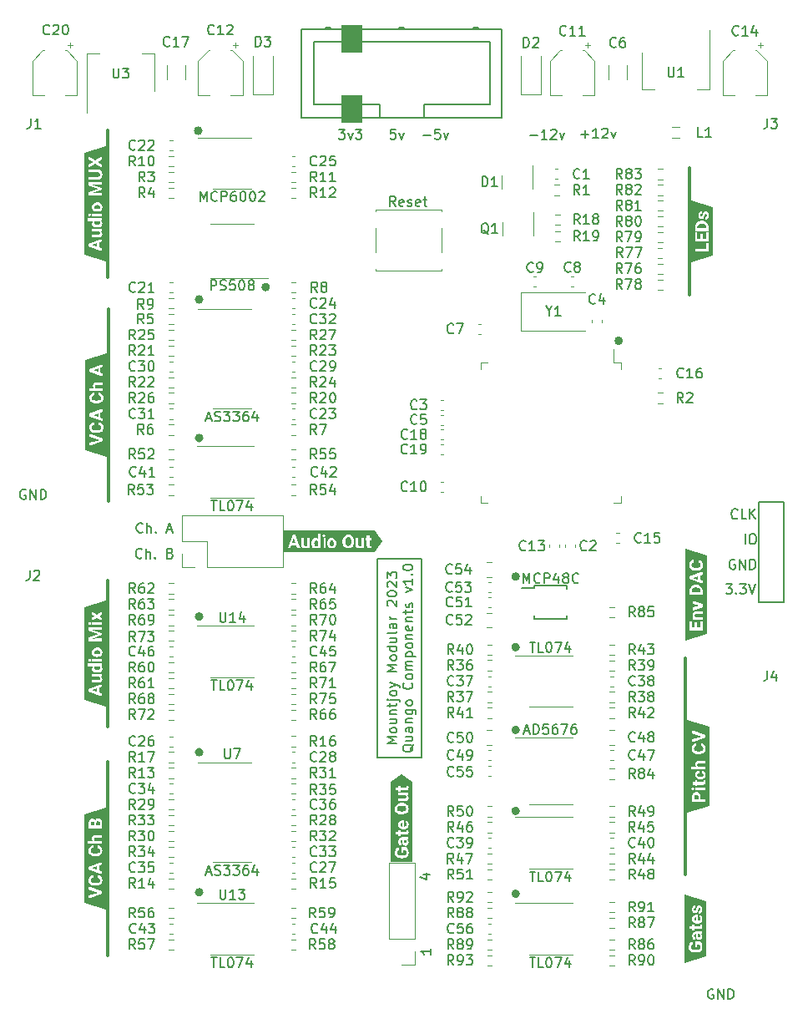
<source format=gbr>
%TF.GenerationSoftware,KiCad,Pcbnew,(6.0.11)*%
%TF.CreationDate,2023-05-22T17:30:27+01:00*%
%TF.ProjectId,Quango_Components,5175616e-676f-45f4-936f-6d706f6e656e,rev?*%
%TF.SameCoordinates,Original*%
%TF.FileFunction,Legend,Top*%
%TF.FilePolarity,Positive*%
%FSLAX46Y46*%
G04 Gerber Fmt 4.6, Leading zero omitted, Abs format (unit mm)*
G04 Created by KiCad (PCBNEW (6.0.11)) date 2023-05-22 17:30:27*
%MOMM*%
%LPD*%
G01*
G04 APERTURE LIST*
%ADD10C,0.150000*%
%ADD11C,0.300000*%
%ADD12C,0.455789*%
%ADD13C,0.120000*%
%ADD14C,0.100000*%
G04 APERTURE END LIST*
D10*
X102804285Y-96252380D02*
X102804285Y-95252380D01*
X103137619Y-95966666D01*
X103470952Y-95252380D01*
X103470952Y-96252380D01*
X104518571Y-96157142D02*
X104470952Y-96204761D01*
X104328095Y-96252380D01*
X104232857Y-96252380D01*
X104090000Y-96204761D01*
X103994761Y-96109523D01*
X103947142Y-96014285D01*
X103899523Y-95823809D01*
X103899523Y-95680952D01*
X103947142Y-95490476D01*
X103994761Y-95395238D01*
X104090000Y-95300000D01*
X104232857Y-95252380D01*
X104328095Y-95252380D01*
X104470952Y-95300000D01*
X104518571Y-95347619D01*
X104947142Y-96252380D02*
X104947142Y-95252380D01*
X105328095Y-95252380D01*
X105423333Y-95300000D01*
X105470952Y-95347619D01*
X105518571Y-95442857D01*
X105518571Y-95585714D01*
X105470952Y-95680952D01*
X105423333Y-95728571D01*
X105328095Y-95776190D01*
X104947142Y-95776190D01*
X106375714Y-95585714D02*
X106375714Y-96252380D01*
X106137619Y-95204761D02*
X105899523Y-95919047D01*
X106518571Y-95919047D01*
X107042380Y-95680952D02*
X106947142Y-95633333D01*
X106899523Y-95585714D01*
X106851904Y-95490476D01*
X106851904Y-95442857D01*
X106899523Y-95347619D01*
X106947142Y-95300000D01*
X107042380Y-95252380D01*
X107232857Y-95252380D01*
X107328095Y-95300000D01*
X107375714Y-95347619D01*
X107423333Y-95442857D01*
X107423333Y-95490476D01*
X107375714Y-95585714D01*
X107328095Y-95633333D01*
X107232857Y-95680952D01*
X107042380Y-95680952D01*
X106947142Y-95728571D01*
X106899523Y-95776190D01*
X106851904Y-95871428D01*
X106851904Y-96061904D01*
X106899523Y-96157142D01*
X106947142Y-96204761D01*
X107042380Y-96252380D01*
X107232857Y-96252380D01*
X107328095Y-96204761D01*
X107375714Y-96157142D01*
X107423333Y-96061904D01*
X107423333Y-95871428D01*
X107375714Y-95776190D01*
X107328095Y-95728571D01*
X107232857Y-95680952D01*
X108423333Y-96157142D02*
X108375714Y-96204761D01*
X108232857Y-96252380D01*
X108137619Y-96252380D01*
X107994761Y-96204761D01*
X107899523Y-96109523D01*
X107851904Y-96014285D01*
X107804285Y-95823809D01*
X107804285Y-95680952D01*
X107851904Y-95490476D01*
X107899523Y-95395238D01*
X107994761Y-95300000D01*
X108137619Y-95252380D01*
X108232857Y-95252380D01*
X108375714Y-95300000D01*
X108423333Y-95347619D01*
D11*
X60690000Y-50340000D02*
X60690000Y-65240000D01*
D12*
X70177894Y-67500000D02*
G75*
G03*
X70177894Y-67500000I-227894J0D01*
G01*
X102277894Y-102750000D02*
G75*
G03*
X102277894Y-102750000I-227894J0D01*
G01*
X112727894Y-71700000D02*
G75*
G03*
X112727894Y-71700000I-227894J0D01*
G01*
X70177894Y-127600000D02*
G75*
G03*
X70177894Y-127600000I-227894J0D01*
G01*
X76927894Y-66250000D02*
G75*
G03*
X76927894Y-66250000I-227894J0D01*
G01*
D10*
X88050000Y-93800000D02*
X92500000Y-93800000D01*
X92500000Y-93800000D02*
X92500000Y-113950000D01*
X92500000Y-113950000D02*
X88050000Y-113950000D01*
X88050000Y-113950000D02*
X88050000Y-93800000D01*
D12*
X102277894Y-119350000D02*
G75*
G03*
X102277894Y-119350000I-227894J0D01*
G01*
D11*
X119300000Y-103850000D02*
X119300000Y-125800000D01*
D12*
X70177894Y-81550000D02*
G75*
G03*
X70177894Y-81550000I-227894J0D01*
G01*
D11*
X119700000Y-54200000D02*
X119700000Y-67000000D01*
D12*
X102277894Y-127750000D02*
G75*
G03*
X102277894Y-127750000I-227894J0D01*
G01*
D11*
X60780000Y-68440000D02*
X60780000Y-87940000D01*
D12*
X70177894Y-113400000D02*
G75*
G03*
X70177894Y-113400000I-227894J0D01*
G01*
X102277894Y-95600000D02*
G75*
G03*
X102277894Y-95600000I-227894J0D01*
G01*
D11*
X60690000Y-114350000D02*
X60690000Y-134000000D01*
D12*
X102277894Y-111150000D02*
G75*
G03*
X102277894Y-111150000I-227894J0D01*
G01*
X70077894Y-50400000D02*
G75*
G03*
X70077894Y-50400000I-227894J0D01*
G01*
D11*
X60700000Y-95990000D02*
X60700000Y-110840000D01*
D12*
X70177894Y-99650000D02*
G75*
G03*
X70177894Y-99650000I-227894J0D01*
G01*
D10*
X127566666Y-105152380D02*
X127566666Y-105866666D01*
X127519047Y-106009523D01*
X127423809Y-106104761D01*
X127280952Y-106152380D01*
X127185714Y-106152380D01*
X128471428Y-105485714D02*
X128471428Y-106152380D01*
X128233333Y-105104761D02*
X127995238Y-105819047D01*
X128614285Y-105819047D01*
X64138095Y-93657142D02*
X64090476Y-93704761D01*
X63947619Y-93752380D01*
X63852380Y-93752380D01*
X63709523Y-93704761D01*
X63614285Y-93609523D01*
X63566666Y-93514285D01*
X63519047Y-93323809D01*
X63519047Y-93180952D01*
X63566666Y-92990476D01*
X63614285Y-92895238D01*
X63709523Y-92800000D01*
X63852380Y-92752380D01*
X63947619Y-92752380D01*
X64090476Y-92800000D01*
X64138095Y-92847619D01*
X64566666Y-93752380D02*
X64566666Y-92752380D01*
X64995238Y-93752380D02*
X64995238Y-93228571D01*
X64947619Y-93133333D01*
X64852380Y-93085714D01*
X64709523Y-93085714D01*
X64614285Y-93133333D01*
X64566666Y-93180952D01*
X65471428Y-93657142D02*
X65519047Y-93704761D01*
X65471428Y-93752380D01*
X65423809Y-93704761D01*
X65471428Y-93657142D01*
X65471428Y-93752380D01*
X67042857Y-93228571D02*
X67185714Y-93276190D01*
X67233333Y-93323809D01*
X67280952Y-93419047D01*
X67280952Y-93561904D01*
X67233333Y-93657142D01*
X67185714Y-93704761D01*
X67090476Y-93752380D01*
X66709523Y-93752380D01*
X66709523Y-92752380D01*
X67042857Y-92752380D01*
X67138095Y-92800000D01*
X67185714Y-92847619D01*
X67233333Y-92942857D01*
X67233333Y-93038095D01*
X67185714Y-93133333D01*
X67138095Y-93180952D01*
X67042857Y-93228571D01*
X66709523Y-93228571D01*
X93452380Y-133314285D02*
X93452380Y-133885714D01*
X93452380Y-133600000D02*
X92452380Y-133600000D01*
X92595238Y-133695238D01*
X92690476Y-133790476D01*
X92738095Y-133885714D01*
X89861904Y-58052380D02*
X89528571Y-57576190D01*
X89290476Y-58052380D02*
X89290476Y-57052380D01*
X89671428Y-57052380D01*
X89766666Y-57100000D01*
X89814285Y-57147619D01*
X89861904Y-57242857D01*
X89861904Y-57385714D01*
X89814285Y-57480952D01*
X89766666Y-57528571D01*
X89671428Y-57576190D01*
X89290476Y-57576190D01*
X90671428Y-58004761D02*
X90576190Y-58052380D01*
X90385714Y-58052380D01*
X90290476Y-58004761D01*
X90242857Y-57909523D01*
X90242857Y-57528571D01*
X90290476Y-57433333D01*
X90385714Y-57385714D01*
X90576190Y-57385714D01*
X90671428Y-57433333D01*
X90719047Y-57528571D01*
X90719047Y-57623809D01*
X90242857Y-57719047D01*
X91100000Y-58004761D02*
X91195238Y-58052380D01*
X91385714Y-58052380D01*
X91480952Y-58004761D01*
X91528571Y-57909523D01*
X91528571Y-57861904D01*
X91480952Y-57766666D01*
X91385714Y-57719047D01*
X91242857Y-57719047D01*
X91147619Y-57671428D01*
X91100000Y-57576190D01*
X91100000Y-57528571D01*
X91147619Y-57433333D01*
X91242857Y-57385714D01*
X91385714Y-57385714D01*
X91480952Y-57433333D01*
X92338095Y-58004761D02*
X92242857Y-58052380D01*
X92052380Y-58052380D01*
X91957142Y-58004761D01*
X91909523Y-57909523D01*
X91909523Y-57528571D01*
X91957142Y-57433333D01*
X92052380Y-57385714D01*
X92242857Y-57385714D01*
X92338095Y-57433333D01*
X92385714Y-57528571D01*
X92385714Y-57623809D01*
X91909523Y-57719047D01*
X92671428Y-57385714D02*
X93052380Y-57385714D01*
X92814285Y-57052380D02*
X92814285Y-57909523D01*
X92861904Y-58004761D01*
X92957142Y-58052380D01*
X93052380Y-58052380D01*
X52766666Y-94952380D02*
X52766666Y-95666666D01*
X52719047Y-95809523D01*
X52623809Y-95904761D01*
X52480952Y-95952380D01*
X52385714Y-95952380D01*
X53195238Y-95047619D02*
X53242857Y-95000000D01*
X53338095Y-94952380D01*
X53576190Y-94952380D01*
X53671428Y-95000000D01*
X53719047Y-95047619D01*
X53766666Y-95142857D01*
X53766666Y-95238095D01*
X53719047Y-95380952D01*
X53147619Y-95952380D01*
X53766666Y-95952380D01*
X92685714Y-125809523D02*
X93352380Y-125809523D01*
X92304761Y-126047619D02*
X93019047Y-126285714D01*
X93019047Y-125666666D01*
X127566666Y-49152380D02*
X127566666Y-49866666D01*
X127519047Y-50009523D01*
X127423809Y-50104761D01*
X127280952Y-50152380D01*
X127185714Y-50152380D01*
X127947619Y-49152380D02*
X128566666Y-49152380D01*
X128233333Y-49533333D01*
X128376190Y-49533333D01*
X128471428Y-49580952D01*
X128519047Y-49628571D01*
X128566666Y-49723809D01*
X128566666Y-49961904D01*
X128519047Y-50057142D01*
X128471428Y-50104761D01*
X128376190Y-50152380D01*
X128090476Y-50152380D01*
X127995238Y-50104761D01*
X127947619Y-50057142D01*
X89997380Y-112516666D02*
X88997380Y-112516666D01*
X89711666Y-112183333D01*
X88997380Y-111850000D01*
X89997380Y-111850000D01*
X89997380Y-111230952D02*
X89949761Y-111326190D01*
X89902142Y-111373809D01*
X89806904Y-111421428D01*
X89521190Y-111421428D01*
X89425952Y-111373809D01*
X89378333Y-111326190D01*
X89330714Y-111230952D01*
X89330714Y-111088095D01*
X89378333Y-110992857D01*
X89425952Y-110945238D01*
X89521190Y-110897619D01*
X89806904Y-110897619D01*
X89902142Y-110945238D01*
X89949761Y-110992857D01*
X89997380Y-111088095D01*
X89997380Y-111230952D01*
X89330714Y-110040476D02*
X89997380Y-110040476D01*
X89330714Y-110469047D02*
X89854523Y-110469047D01*
X89949761Y-110421428D01*
X89997380Y-110326190D01*
X89997380Y-110183333D01*
X89949761Y-110088095D01*
X89902142Y-110040476D01*
X89330714Y-109564285D02*
X89997380Y-109564285D01*
X89425952Y-109564285D02*
X89378333Y-109516666D01*
X89330714Y-109421428D01*
X89330714Y-109278571D01*
X89378333Y-109183333D01*
X89473571Y-109135714D01*
X89997380Y-109135714D01*
X89330714Y-108802380D02*
X89330714Y-108421428D01*
X88997380Y-108659523D02*
X89854523Y-108659523D01*
X89949761Y-108611904D01*
X89997380Y-108516666D01*
X89997380Y-108421428D01*
X89330714Y-108088095D02*
X90187857Y-108088095D01*
X90283095Y-108135714D01*
X90330714Y-108230952D01*
X90330714Y-108278571D01*
X88997380Y-108088095D02*
X89045000Y-108135714D01*
X89092619Y-108088095D01*
X89045000Y-108040476D01*
X88997380Y-108088095D01*
X89092619Y-108088095D01*
X89997380Y-107469047D02*
X89949761Y-107564285D01*
X89902142Y-107611904D01*
X89806904Y-107659523D01*
X89521190Y-107659523D01*
X89425952Y-107611904D01*
X89378333Y-107564285D01*
X89330714Y-107469047D01*
X89330714Y-107326190D01*
X89378333Y-107230952D01*
X89425952Y-107183333D01*
X89521190Y-107135714D01*
X89806904Y-107135714D01*
X89902142Y-107183333D01*
X89949761Y-107230952D01*
X89997380Y-107326190D01*
X89997380Y-107469047D01*
X89330714Y-106802380D02*
X89997380Y-106564285D01*
X89330714Y-106326190D02*
X89997380Y-106564285D01*
X90235476Y-106659523D01*
X90283095Y-106707142D01*
X90330714Y-106802380D01*
X89997380Y-105183333D02*
X88997380Y-105183333D01*
X89711666Y-104850000D01*
X88997380Y-104516666D01*
X89997380Y-104516666D01*
X89997380Y-103897619D02*
X89949761Y-103992857D01*
X89902142Y-104040476D01*
X89806904Y-104088095D01*
X89521190Y-104088095D01*
X89425952Y-104040476D01*
X89378333Y-103992857D01*
X89330714Y-103897619D01*
X89330714Y-103754761D01*
X89378333Y-103659523D01*
X89425952Y-103611904D01*
X89521190Y-103564285D01*
X89806904Y-103564285D01*
X89902142Y-103611904D01*
X89949761Y-103659523D01*
X89997380Y-103754761D01*
X89997380Y-103897619D01*
X89997380Y-102707142D02*
X88997380Y-102707142D01*
X89949761Y-102707142D02*
X89997380Y-102802380D01*
X89997380Y-102992857D01*
X89949761Y-103088095D01*
X89902142Y-103135714D01*
X89806904Y-103183333D01*
X89521190Y-103183333D01*
X89425952Y-103135714D01*
X89378333Y-103088095D01*
X89330714Y-102992857D01*
X89330714Y-102802380D01*
X89378333Y-102707142D01*
X89330714Y-101802380D02*
X89997380Y-101802380D01*
X89330714Y-102230952D02*
X89854523Y-102230952D01*
X89949761Y-102183333D01*
X89997380Y-102088095D01*
X89997380Y-101945238D01*
X89949761Y-101850000D01*
X89902142Y-101802380D01*
X89997380Y-101183333D02*
X89949761Y-101278571D01*
X89854523Y-101326190D01*
X88997380Y-101326190D01*
X89997380Y-100373809D02*
X89473571Y-100373809D01*
X89378333Y-100421428D01*
X89330714Y-100516666D01*
X89330714Y-100707142D01*
X89378333Y-100802380D01*
X89949761Y-100373809D02*
X89997380Y-100469047D01*
X89997380Y-100707142D01*
X89949761Y-100802380D01*
X89854523Y-100850000D01*
X89759285Y-100850000D01*
X89664047Y-100802380D01*
X89616428Y-100707142D01*
X89616428Y-100469047D01*
X89568809Y-100373809D01*
X89997380Y-99897619D02*
X89330714Y-99897619D01*
X89521190Y-99897619D02*
X89425952Y-99850000D01*
X89378333Y-99802380D01*
X89330714Y-99707142D01*
X89330714Y-99611904D01*
X89092619Y-98564285D02*
X89045000Y-98516666D01*
X88997380Y-98421428D01*
X88997380Y-98183333D01*
X89045000Y-98088095D01*
X89092619Y-98040476D01*
X89187857Y-97992857D01*
X89283095Y-97992857D01*
X89425952Y-98040476D01*
X89997380Y-98611904D01*
X89997380Y-97992857D01*
X88997380Y-97373809D02*
X88997380Y-97278571D01*
X89045000Y-97183333D01*
X89092619Y-97135714D01*
X89187857Y-97088095D01*
X89378333Y-97040476D01*
X89616428Y-97040476D01*
X89806904Y-97088095D01*
X89902142Y-97135714D01*
X89949761Y-97183333D01*
X89997380Y-97278571D01*
X89997380Y-97373809D01*
X89949761Y-97469047D01*
X89902142Y-97516666D01*
X89806904Y-97564285D01*
X89616428Y-97611904D01*
X89378333Y-97611904D01*
X89187857Y-97564285D01*
X89092619Y-97516666D01*
X89045000Y-97469047D01*
X88997380Y-97373809D01*
X89092619Y-96659523D02*
X89045000Y-96611904D01*
X88997380Y-96516666D01*
X88997380Y-96278571D01*
X89045000Y-96183333D01*
X89092619Y-96135714D01*
X89187857Y-96088095D01*
X89283095Y-96088095D01*
X89425952Y-96135714D01*
X89997380Y-96707142D01*
X89997380Y-96088095D01*
X88997380Y-95754761D02*
X88997380Y-95135714D01*
X89378333Y-95469047D01*
X89378333Y-95326190D01*
X89425952Y-95230952D01*
X89473571Y-95183333D01*
X89568809Y-95135714D01*
X89806904Y-95135714D01*
X89902142Y-95183333D01*
X89949761Y-95230952D01*
X89997380Y-95326190D01*
X89997380Y-95611904D01*
X89949761Y-95707142D01*
X89902142Y-95754761D01*
X91702619Y-112611904D02*
X91655000Y-112707142D01*
X91559761Y-112802380D01*
X91416904Y-112945238D01*
X91369285Y-113040476D01*
X91369285Y-113135714D01*
X91607380Y-113088095D02*
X91559761Y-113183333D01*
X91464523Y-113278571D01*
X91274047Y-113326190D01*
X90940714Y-113326190D01*
X90750238Y-113278571D01*
X90655000Y-113183333D01*
X90607380Y-113088095D01*
X90607380Y-112897619D01*
X90655000Y-112802380D01*
X90750238Y-112707142D01*
X90940714Y-112659523D01*
X91274047Y-112659523D01*
X91464523Y-112707142D01*
X91559761Y-112802380D01*
X91607380Y-112897619D01*
X91607380Y-113088095D01*
X90940714Y-111802380D02*
X91607380Y-111802380D01*
X90940714Y-112230952D02*
X91464523Y-112230952D01*
X91559761Y-112183333D01*
X91607380Y-112088095D01*
X91607380Y-111945238D01*
X91559761Y-111850000D01*
X91512142Y-111802380D01*
X91607380Y-110897619D02*
X91083571Y-110897619D01*
X90988333Y-110945238D01*
X90940714Y-111040476D01*
X90940714Y-111230952D01*
X90988333Y-111326190D01*
X91559761Y-110897619D02*
X91607380Y-110992857D01*
X91607380Y-111230952D01*
X91559761Y-111326190D01*
X91464523Y-111373809D01*
X91369285Y-111373809D01*
X91274047Y-111326190D01*
X91226428Y-111230952D01*
X91226428Y-110992857D01*
X91178809Y-110897619D01*
X90940714Y-110421428D02*
X91607380Y-110421428D01*
X91035952Y-110421428D02*
X90988333Y-110373809D01*
X90940714Y-110278571D01*
X90940714Y-110135714D01*
X90988333Y-110040476D01*
X91083571Y-109992857D01*
X91607380Y-109992857D01*
X90940714Y-109088095D02*
X91750238Y-109088095D01*
X91845476Y-109135714D01*
X91893095Y-109183333D01*
X91940714Y-109278571D01*
X91940714Y-109421428D01*
X91893095Y-109516666D01*
X91559761Y-109088095D02*
X91607380Y-109183333D01*
X91607380Y-109373809D01*
X91559761Y-109469047D01*
X91512142Y-109516666D01*
X91416904Y-109564285D01*
X91131190Y-109564285D01*
X91035952Y-109516666D01*
X90988333Y-109469047D01*
X90940714Y-109373809D01*
X90940714Y-109183333D01*
X90988333Y-109088095D01*
X91607380Y-108469047D02*
X91559761Y-108564285D01*
X91512142Y-108611904D01*
X91416904Y-108659523D01*
X91131190Y-108659523D01*
X91035952Y-108611904D01*
X90988333Y-108564285D01*
X90940714Y-108469047D01*
X90940714Y-108326190D01*
X90988333Y-108230952D01*
X91035952Y-108183333D01*
X91131190Y-108135714D01*
X91416904Y-108135714D01*
X91512142Y-108183333D01*
X91559761Y-108230952D01*
X91607380Y-108326190D01*
X91607380Y-108469047D01*
X91512142Y-106373809D02*
X91559761Y-106421428D01*
X91607380Y-106564285D01*
X91607380Y-106659523D01*
X91559761Y-106802380D01*
X91464523Y-106897619D01*
X91369285Y-106945238D01*
X91178809Y-106992857D01*
X91035952Y-106992857D01*
X90845476Y-106945238D01*
X90750238Y-106897619D01*
X90655000Y-106802380D01*
X90607380Y-106659523D01*
X90607380Y-106564285D01*
X90655000Y-106421428D01*
X90702619Y-106373809D01*
X91607380Y-105802380D02*
X91559761Y-105897619D01*
X91512142Y-105945238D01*
X91416904Y-105992857D01*
X91131190Y-105992857D01*
X91035952Y-105945238D01*
X90988333Y-105897619D01*
X90940714Y-105802380D01*
X90940714Y-105659523D01*
X90988333Y-105564285D01*
X91035952Y-105516666D01*
X91131190Y-105469047D01*
X91416904Y-105469047D01*
X91512142Y-105516666D01*
X91559761Y-105564285D01*
X91607380Y-105659523D01*
X91607380Y-105802380D01*
X91607380Y-105040476D02*
X90940714Y-105040476D01*
X91035952Y-105040476D02*
X90988333Y-104992857D01*
X90940714Y-104897619D01*
X90940714Y-104754761D01*
X90988333Y-104659523D01*
X91083571Y-104611904D01*
X91607380Y-104611904D01*
X91083571Y-104611904D02*
X90988333Y-104564285D01*
X90940714Y-104469047D01*
X90940714Y-104326190D01*
X90988333Y-104230952D01*
X91083571Y-104183333D01*
X91607380Y-104183333D01*
X90940714Y-103707142D02*
X91940714Y-103707142D01*
X90988333Y-103707142D02*
X90940714Y-103611904D01*
X90940714Y-103421428D01*
X90988333Y-103326190D01*
X91035952Y-103278571D01*
X91131190Y-103230952D01*
X91416904Y-103230952D01*
X91512142Y-103278571D01*
X91559761Y-103326190D01*
X91607380Y-103421428D01*
X91607380Y-103611904D01*
X91559761Y-103707142D01*
X91607380Y-102659523D02*
X91559761Y-102754761D01*
X91512142Y-102802380D01*
X91416904Y-102850000D01*
X91131190Y-102850000D01*
X91035952Y-102802380D01*
X90988333Y-102754761D01*
X90940714Y-102659523D01*
X90940714Y-102516666D01*
X90988333Y-102421428D01*
X91035952Y-102373809D01*
X91131190Y-102326190D01*
X91416904Y-102326190D01*
X91512142Y-102373809D01*
X91559761Y-102421428D01*
X91607380Y-102516666D01*
X91607380Y-102659523D01*
X90940714Y-101897619D02*
X91607380Y-101897619D01*
X91035952Y-101897619D02*
X90988333Y-101850000D01*
X90940714Y-101754761D01*
X90940714Y-101611904D01*
X90988333Y-101516666D01*
X91083571Y-101469047D01*
X91607380Y-101469047D01*
X91559761Y-100611904D02*
X91607380Y-100707142D01*
X91607380Y-100897619D01*
X91559761Y-100992857D01*
X91464523Y-101040476D01*
X91083571Y-101040476D01*
X90988333Y-100992857D01*
X90940714Y-100897619D01*
X90940714Y-100707142D01*
X90988333Y-100611904D01*
X91083571Y-100564285D01*
X91178809Y-100564285D01*
X91274047Y-101040476D01*
X90940714Y-100135714D02*
X91607380Y-100135714D01*
X91035952Y-100135714D02*
X90988333Y-100088095D01*
X90940714Y-99992857D01*
X90940714Y-99850000D01*
X90988333Y-99754761D01*
X91083571Y-99707142D01*
X91607380Y-99707142D01*
X90940714Y-99373809D02*
X90940714Y-98992857D01*
X90607380Y-99230952D02*
X91464523Y-99230952D01*
X91559761Y-99183333D01*
X91607380Y-99088095D01*
X91607380Y-98992857D01*
X91559761Y-98707142D02*
X91607380Y-98611904D01*
X91607380Y-98421428D01*
X91559761Y-98326190D01*
X91464523Y-98278571D01*
X91416904Y-98278571D01*
X91321666Y-98326190D01*
X91274047Y-98421428D01*
X91274047Y-98564285D01*
X91226428Y-98659523D01*
X91131190Y-98707142D01*
X91083571Y-98707142D01*
X90988333Y-98659523D01*
X90940714Y-98564285D01*
X90940714Y-98421428D01*
X90988333Y-98326190D01*
X90940714Y-97183333D02*
X91607380Y-96945238D01*
X90940714Y-96707142D01*
X91607380Y-95802380D02*
X91607380Y-96373809D01*
X91607380Y-96088095D02*
X90607380Y-96088095D01*
X90750238Y-96183333D01*
X90845476Y-96278571D01*
X90893095Y-96373809D01*
X91512142Y-95373809D02*
X91559761Y-95326190D01*
X91607380Y-95373809D01*
X91559761Y-95421428D01*
X91512142Y-95373809D01*
X91607380Y-95373809D01*
X90607380Y-94707142D02*
X90607380Y-94611904D01*
X90655000Y-94516666D01*
X90702619Y-94469047D01*
X90797857Y-94421428D01*
X90988333Y-94373809D01*
X91226428Y-94373809D01*
X91416904Y-94421428D01*
X91512142Y-94469047D01*
X91559761Y-94516666D01*
X91607380Y-94611904D01*
X91607380Y-94707142D01*
X91559761Y-94802380D01*
X91512142Y-94850000D01*
X91416904Y-94897619D01*
X91226428Y-94945238D01*
X90988333Y-94945238D01*
X90797857Y-94897619D01*
X90702619Y-94850000D01*
X90655000Y-94802380D01*
X90607380Y-94707142D01*
X64209523Y-91057142D02*
X64161904Y-91104761D01*
X64019047Y-91152380D01*
X63923809Y-91152380D01*
X63780952Y-91104761D01*
X63685714Y-91009523D01*
X63638095Y-90914285D01*
X63590476Y-90723809D01*
X63590476Y-90580952D01*
X63638095Y-90390476D01*
X63685714Y-90295238D01*
X63780952Y-90200000D01*
X63923809Y-90152380D01*
X64019047Y-90152380D01*
X64161904Y-90200000D01*
X64209523Y-90247619D01*
X64638095Y-91152380D02*
X64638095Y-90152380D01*
X65066666Y-91152380D02*
X65066666Y-90628571D01*
X65019047Y-90533333D01*
X64923809Y-90485714D01*
X64780952Y-90485714D01*
X64685714Y-90533333D01*
X64638095Y-90580952D01*
X65542857Y-91057142D02*
X65590476Y-91104761D01*
X65542857Y-91152380D01*
X65495238Y-91104761D01*
X65542857Y-91057142D01*
X65542857Y-91152380D01*
X66733333Y-90866666D02*
X67209523Y-90866666D01*
X66638095Y-91152380D02*
X66971428Y-90152380D01*
X67304761Y-91152380D01*
X52866666Y-49152380D02*
X52866666Y-49866666D01*
X52819047Y-50009523D01*
X52723809Y-50104761D01*
X52580952Y-50152380D01*
X52485714Y-50152380D01*
X53866666Y-50152380D02*
X53295238Y-50152380D01*
X53580952Y-50152380D02*
X53580952Y-49152380D01*
X53485714Y-49295238D01*
X53390476Y-49390476D01*
X53295238Y-49438095D01*
%TO.C,R3*%
X64433333Y-55552380D02*
X64100000Y-55076190D01*
X63861904Y-55552380D02*
X63861904Y-54552380D01*
X64242857Y-54552380D01*
X64338095Y-54600000D01*
X64385714Y-54647619D01*
X64433333Y-54742857D01*
X64433333Y-54885714D01*
X64385714Y-54980952D01*
X64338095Y-55028571D01*
X64242857Y-55076190D01*
X63861904Y-55076190D01*
X64766666Y-54552380D02*
X65385714Y-54552380D01*
X65052380Y-54933333D01*
X65195238Y-54933333D01*
X65290476Y-54980952D01*
X65338095Y-55028571D01*
X65385714Y-55123809D01*
X65385714Y-55361904D01*
X65338095Y-55457142D01*
X65290476Y-55504761D01*
X65195238Y-55552380D01*
X64909523Y-55552380D01*
X64814285Y-55504761D01*
X64766666Y-55457142D01*
%TO.C,R10*%
X63457142Y-53952380D02*
X63123809Y-53476190D01*
X62885714Y-53952380D02*
X62885714Y-52952380D01*
X63266666Y-52952380D01*
X63361904Y-53000000D01*
X63409523Y-53047619D01*
X63457142Y-53142857D01*
X63457142Y-53285714D01*
X63409523Y-53380952D01*
X63361904Y-53428571D01*
X63266666Y-53476190D01*
X62885714Y-53476190D01*
X64409523Y-53952380D02*
X63838095Y-53952380D01*
X64123809Y-53952380D02*
X64123809Y-52952380D01*
X64028571Y-53095238D01*
X63933333Y-53190476D01*
X63838095Y-53238095D01*
X65028571Y-52952380D02*
X65123809Y-52952380D01*
X65219047Y-53000000D01*
X65266666Y-53047619D01*
X65314285Y-53142857D01*
X65361904Y-53333333D01*
X65361904Y-53571428D01*
X65314285Y-53761904D01*
X65266666Y-53857142D01*
X65219047Y-53904761D01*
X65123809Y-53952380D01*
X65028571Y-53952380D01*
X64933333Y-53904761D01*
X64885714Y-53857142D01*
X64838095Y-53761904D01*
X64790476Y-53571428D01*
X64790476Y-53333333D01*
X64838095Y-53142857D01*
X64885714Y-53047619D01*
X64933333Y-53000000D01*
X65028571Y-52952380D01*
%TO.C,R29*%
X63457142Y-119152380D02*
X63123809Y-118676190D01*
X62885714Y-119152380D02*
X62885714Y-118152380D01*
X63266666Y-118152380D01*
X63361904Y-118200000D01*
X63409523Y-118247619D01*
X63457142Y-118342857D01*
X63457142Y-118485714D01*
X63409523Y-118580952D01*
X63361904Y-118628571D01*
X63266666Y-118676190D01*
X62885714Y-118676190D01*
X63838095Y-118247619D02*
X63885714Y-118200000D01*
X63980952Y-118152380D01*
X64219047Y-118152380D01*
X64314285Y-118200000D01*
X64361904Y-118247619D01*
X64409523Y-118342857D01*
X64409523Y-118438095D01*
X64361904Y-118580952D01*
X63790476Y-119152380D01*
X64409523Y-119152380D01*
X64885714Y-119152380D02*
X65076190Y-119152380D01*
X65171428Y-119104761D01*
X65219047Y-119057142D01*
X65314285Y-118914285D01*
X65361904Y-118723809D01*
X65361904Y-118342857D01*
X65314285Y-118247619D01*
X65266666Y-118200000D01*
X65171428Y-118152380D01*
X64980952Y-118152380D01*
X64885714Y-118200000D01*
X64838095Y-118247619D01*
X64790476Y-118342857D01*
X64790476Y-118580952D01*
X64838095Y-118676190D01*
X64885714Y-118723809D01*
X64980952Y-118771428D01*
X65171428Y-118771428D01*
X65266666Y-118723809D01*
X65314285Y-118676190D01*
X65361904Y-118580952D01*
%TO.C,R33*%
X63457142Y-120752380D02*
X63123809Y-120276190D01*
X62885714Y-120752380D02*
X62885714Y-119752380D01*
X63266666Y-119752380D01*
X63361904Y-119800000D01*
X63409523Y-119847619D01*
X63457142Y-119942857D01*
X63457142Y-120085714D01*
X63409523Y-120180952D01*
X63361904Y-120228571D01*
X63266666Y-120276190D01*
X62885714Y-120276190D01*
X63790476Y-119752380D02*
X64409523Y-119752380D01*
X64076190Y-120133333D01*
X64219047Y-120133333D01*
X64314285Y-120180952D01*
X64361904Y-120228571D01*
X64409523Y-120323809D01*
X64409523Y-120561904D01*
X64361904Y-120657142D01*
X64314285Y-120704761D01*
X64219047Y-120752380D01*
X63933333Y-120752380D01*
X63838095Y-120704761D01*
X63790476Y-120657142D01*
X64742857Y-119752380D02*
X65361904Y-119752380D01*
X65028571Y-120133333D01*
X65171428Y-120133333D01*
X65266666Y-120180952D01*
X65314285Y-120228571D01*
X65361904Y-120323809D01*
X65361904Y-120561904D01*
X65314285Y-120657142D01*
X65266666Y-120704761D01*
X65171428Y-120752380D01*
X64885714Y-120752380D01*
X64790476Y-120704761D01*
X64742857Y-120657142D01*
%TO.C,R17*%
X63457142Y-114352380D02*
X63123809Y-113876190D01*
X62885714Y-114352380D02*
X62885714Y-113352380D01*
X63266666Y-113352380D01*
X63361904Y-113400000D01*
X63409523Y-113447619D01*
X63457142Y-113542857D01*
X63457142Y-113685714D01*
X63409523Y-113780952D01*
X63361904Y-113828571D01*
X63266666Y-113876190D01*
X62885714Y-113876190D01*
X64409523Y-114352380D02*
X63838095Y-114352380D01*
X64123809Y-114352380D02*
X64123809Y-113352380D01*
X64028571Y-113495238D01*
X63933333Y-113590476D01*
X63838095Y-113638095D01*
X64742857Y-113352380D02*
X65409523Y-113352380D01*
X64980952Y-114352380D01*
%TO.C,R87*%
X114157142Y-131152380D02*
X113823809Y-130676190D01*
X113585714Y-131152380D02*
X113585714Y-130152380D01*
X113966666Y-130152380D01*
X114061904Y-130200000D01*
X114109523Y-130247619D01*
X114157142Y-130342857D01*
X114157142Y-130485714D01*
X114109523Y-130580952D01*
X114061904Y-130628571D01*
X113966666Y-130676190D01*
X113585714Y-130676190D01*
X114728571Y-130580952D02*
X114633333Y-130533333D01*
X114585714Y-130485714D01*
X114538095Y-130390476D01*
X114538095Y-130342857D01*
X114585714Y-130247619D01*
X114633333Y-130200000D01*
X114728571Y-130152380D01*
X114919047Y-130152380D01*
X115014285Y-130200000D01*
X115061904Y-130247619D01*
X115109523Y-130342857D01*
X115109523Y-130390476D01*
X115061904Y-130485714D01*
X115014285Y-130533333D01*
X114919047Y-130580952D01*
X114728571Y-130580952D01*
X114633333Y-130628571D01*
X114585714Y-130676190D01*
X114538095Y-130771428D01*
X114538095Y-130961904D01*
X114585714Y-131057142D01*
X114633333Y-131104761D01*
X114728571Y-131152380D01*
X114919047Y-131152380D01*
X115014285Y-131104761D01*
X115061904Y-131057142D01*
X115109523Y-130961904D01*
X115109523Y-130771428D01*
X115061904Y-130676190D01*
X115014285Y-130628571D01*
X114919047Y-130580952D01*
X115442857Y-130152380D02*
X116109523Y-130152380D01*
X115680952Y-131152380D01*
%TO.C,Y1*%
X105423809Y-68676190D02*
X105423809Y-69152380D01*
X105090476Y-68152380D02*
X105423809Y-68676190D01*
X105757142Y-68152380D01*
X106614285Y-69152380D02*
X106042857Y-69152380D01*
X106328571Y-69152380D02*
X106328571Y-68152380D01*
X106233333Y-68295238D01*
X106138095Y-68390476D01*
X106042857Y-68438095D01*
%TO.C,C29*%
X81857142Y-74657142D02*
X81809523Y-74704761D01*
X81666666Y-74752380D01*
X81571428Y-74752380D01*
X81428571Y-74704761D01*
X81333333Y-74609523D01*
X81285714Y-74514285D01*
X81238095Y-74323809D01*
X81238095Y-74180952D01*
X81285714Y-73990476D01*
X81333333Y-73895238D01*
X81428571Y-73800000D01*
X81571428Y-73752380D01*
X81666666Y-73752380D01*
X81809523Y-73800000D01*
X81857142Y-73847619D01*
X82238095Y-73847619D02*
X82285714Y-73800000D01*
X82380952Y-73752380D01*
X82619047Y-73752380D01*
X82714285Y-73800000D01*
X82761904Y-73847619D01*
X82809523Y-73942857D01*
X82809523Y-74038095D01*
X82761904Y-74180952D01*
X82190476Y-74752380D01*
X82809523Y-74752380D01*
X83285714Y-74752380D02*
X83476190Y-74752380D01*
X83571428Y-74704761D01*
X83619047Y-74657142D01*
X83714285Y-74514285D01*
X83761904Y-74323809D01*
X83761904Y-73942857D01*
X83714285Y-73847619D01*
X83666666Y-73800000D01*
X83571428Y-73752380D01*
X83380952Y-73752380D01*
X83285714Y-73800000D01*
X83238095Y-73847619D01*
X83190476Y-73942857D01*
X83190476Y-74180952D01*
X83238095Y-74276190D01*
X83285714Y-74323809D01*
X83380952Y-74371428D01*
X83571428Y-74371428D01*
X83666666Y-74323809D01*
X83714285Y-74276190D01*
X83761904Y-74180952D01*
%TO.C,R4*%
X64433333Y-57152380D02*
X64100000Y-56676190D01*
X63861904Y-57152380D02*
X63861904Y-56152380D01*
X64242857Y-56152380D01*
X64338095Y-56200000D01*
X64385714Y-56247619D01*
X64433333Y-56342857D01*
X64433333Y-56485714D01*
X64385714Y-56580952D01*
X64338095Y-56628571D01*
X64242857Y-56676190D01*
X63861904Y-56676190D01*
X65290476Y-56485714D02*
X65290476Y-57152380D01*
X65052380Y-56104761D02*
X64814285Y-56819047D01*
X65433333Y-56819047D01*
%TO.C,R52*%
X63457142Y-83652380D02*
X63123809Y-83176190D01*
X62885714Y-83652380D02*
X62885714Y-82652380D01*
X63266666Y-82652380D01*
X63361904Y-82700000D01*
X63409523Y-82747619D01*
X63457142Y-82842857D01*
X63457142Y-82985714D01*
X63409523Y-83080952D01*
X63361904Y-83128571D01*
X63266666Y-83176190D01*
X62885714Y-83176190D01*
X64361904Y-82652380D02*
X63885714Y-82652380D01*
X63838095Y-83128571D01*
X63885714Y-83080952D01*
X63980952Y-83033333D01*
X64219047Y-83033333D01*
X64314285Y-83080952D01*
X64361904Y-83128571D01*
X64409523Y-83223809D01*
X64409523Y-83461904D01*
X64361904Y-83557142D01*
X64314285Y-83604761D01*
X64219047Y-83652380D01*
X63980952Y-83652380D01*
X63885714Y-83604761D01*
X63838095Y-83557142D01*
X64790476Y-82747619D02*
X64838095Y-82700000D01*
X64933333Y-82652380D01*
X65171428Y-82652380D01*
X65266666Y-82700000D01*
X65314285Y-82747619D01*
X65361904Y-82842857D01*
X65361904Y-82938095D01*
X65314285Y-83080952D01*
X64742857Y-83652380D01*
X65361904Y-83652380D01*
%TO.C,R82*%
X112857142Y-56852380D02*
X112523809Y-56376190D01*
X112285714Y-56852380D02*
X112285714Y-55852380D01*
X112666666Y-55852380D01*
X112761904Y-55900000D01*
X112809523Y-55947619D01*
X112857142Y-56042857D01*
X112857142Y-56185714D01*
X112809523Y-56280952D01*
X112761904Y-56328571D01*
X112666666Y-56376190D01*
X112285714Y-56376190D01*
X113428571Y-56280952D02*
X113333333Y-56233333D01*
X113285714Y-56185714D01*
X113238095Y-56090476D01*
X113238095Y-56042857D01*
X113285714Y-55947619D01*
X113333333Y-55900000D01*
X113428571Y-55852380D01*
X113619047Y-55852380D01*
X113714285Y-55900000D01*
X113761904Y-55947619D01*
X113809523Y-56042857D01*
X113809523Y-56090476D01*
X113761904Y-56185714D01*
X113714285Y-56233333D01*
X113619047Y-56280952D01*
X113428571Y-56280952D01*
X113333333Y-56328571D01*
X113285714Y-56376190D01*
X113238095Y-56471428D01*
X113238095Y-56661904D01*
X113285714Y-56757142D01*
X113333333Y-56804761D01*
X113428571Y-56852380D01*
X113619047Y-56852380D01*
X113714285Y-56804761D01*
X113761904Y-56757142D01*
X113809523Y-56661904D01*
X113809523Y-56471428D01*
X113761904Y-56376190D01*
X113714285Y-56328571D01*
X113619047Y-56280952D01*
X114190476Y-55947619D02*
X114238095Y-55900000D01*
X114333333Y-55852380D01*
X114571428Y-55852380D01*
X114666666Y-55900000D01*
X114714285Y-55947619D01*
X114761904Y-56042857D01*
X114761904Y-56138095D01*
X114714285Y-56280952D01*
X114142857Y-56852380D01*
X114761904Y-56852380D01*
%TO.C,R35*%
X81857142Y-117652380D02*
X81523809Y-117176190D01*
X81285714Y-117652380D02*
X81285714Y-116652380D01*
X81666666Y-116652380D01*
X81761904Y-116700000D01*
X81809523Y-116747619D01*
X81857142Y-116842857D01*
X81857142Y-116985714D01*
X81809523Y-117080952D01*
X81761904Y-117128571D01*
X81666666Y-117176190D01*
X81285714Y-117176190D01*
X82190476Y-116652380D02*
X82809523Y-116652380D01*
X82476190Y-117033333D01*
X82619047Y-117033333D01*
X82714285Y-117080952D01*
X82761904Y-117128571D01*
X82809523Y-117223809D01*
X82809523Y-117461904D01*
X82761904Y-117557142D01*
X82714285Y-117604761D01*
X82619047Y-117652380D01*
X82333333Y-117652380D01*
X82238095Y-117604761D01*
X82190476Y-117557142D01*
X83714285Y-116652380D02*
X83238095Y-116652380D01*
X83190476Y-117128571D01*
X83238095Y-117080952D01*
X83333333Y-117033333D01*
X83571428Y-117033333D01*
X83666666Y-117080952D01*
X83714285Y-117128571D01*
X83761904Y-117223809D01*
X83761904Y-117461904D01*
X83714285Y-117557142D01*
X83666666Y-117604761D01*
X83571428Y-117652380D01*
X83333333Y-117652380D01*
X83238095Y-117604761D01*
X83190476Y-117557142D01*
%TO.C,C55*%
X95757142Y-115757142D02*
X95709523Y-115804761D01*
X95566666Y-115852380D01*
X95471428Y-115852380D01*
X95328571Y-115804761D01*
X95233333Y-115709523D01*
X95185714Y-115614285D01*
X95138095Y-115423809D01*
X95138095Y-115280952D01*
X95185714Y-115090476D01*
X95233333Y-114995238D01*
X95328571Y-114900000D01*
X95471428Y-114852380D01*
X95566666Y-114852380D01*
X95709523Y-114900000D01*
X95757142Y-114947619D01*
X96661904Y-114852380D02*
X96185714Y-114852380D01*
X96138095Y-115328571D01*
X96185714Y-115280952D01*
X96280952Y-115233333D01*
X96519047Y-115233333D01*
X96614285Y-115280952D01*
X96661904Y-115328571D01*
X96709523Y-115423809D01*
X96709523Y-115661904D01*
X96661904Y-115757142D01*
X96614285Y-115804761D01*
X96519047Y-115852380D01*
X96280952Y-115852380D01*
X96185714Y-115804761D01*
X96138095Y-115757142D01*
X97614285Y-114852380D02*
X97138095Y-114852380D01*
X97090476Y-115328571D01*
X97138095Y-115280952D01*
X97233333Y-115233333D01*
X97471428Y-115233333D01*
X97566666Y-115280952D01*
X97614285Y-115328571D01*
X97661904Y-115423809D01*
X97661904Y-115661904D01*
X97614285Y-115757142D01*
X97566666Y-115804761D01*
X97471428Y-115852380D01*
X97233333Y-115852380D01*
X97138095Y-115804761D01*
X97090476Y-115757142D01*
%TO.C,R28*%
X81857142Y-120752380D02*
X81523809Y-120276190D01*
X81285714Y-120752380D02*
X81285714Y-119752380D01*
X81666666Y-119752380D01*
X81761904Y-119800000D01*
X81809523Y-119847619D01*
X81857142Y-119942857D01*
X81857142Y-120085714D01*
X81809523Y-120180952D01*
X81761904Y-120228571D01*
X81666666Y-120276190D01*
X81285714Y-120276190D01*
X82238095Y-119847619D02*
X82285714Y-119800000D01*
X82380952Y-119752380D01*
X82619047Y-119752380D01*
X82714285Y-119800000D01*
X82761904Y-119847619D01*
X82809523Y-119942857D01*
X82809523Y-120038095D01*
X82761904Y-120180952D01*
X82190476Y-120752380D01*
X82809523Y-120752380D01*
X83380952Y-120180952D02*
X83285714Y-120133333D01*
X83238095Y-120085714D01*
X83190476Y-119990476D01*
X83190476Y-119942857D01*
X83238095Y-119847619D01*
X83285714Y-119800000D01*
X83380952Y-119752380D01*
X83571428Y-119752380D01*
X83666666Y-119800000D01*
X83714285Y-119847619D01*
X83761904Y-119942857D01*
X83761904Y-119990476D01*
X83714285Y-120085714D01*
X83666666Y-120133333D01*
X83571428Y-120180952D01*
X83380952Y-120180952D01*
X83285714Y-120228571D01*
X83238095Y-120276190D01*
X83190476Y-120371428D01*
X83190476Y-120561904D01*
X83238095Y-120657142D01*
X83285714Y-120704761D01*
X83380952Y-120752380D01*
X83571428Y-120752380D01*
X83666666Y-120704761D01*
X83714285Y-120657142D01*
X83761904Y-120561904D01*
X83761904Y-120371428D01*
X83714285Y-120276190D01*
X83666666Y-120228571D01*
X83571428Y-120180952D01*
%TO.C,R44*%
X114157142Y-124652380D02*
X113823809Y-124176190D01*
X113585714Y-124652380D02*
X113585714Y-123652380D01*
X113966666Y-123652380D01*
X114061904Y-123700000D01*
X114109523Y-123747619D01*
X114157142Y-123842857D01*
X114157142Y-123985714D01*
X114109523Y-124080952D01*
X114061904Y-124128571D01*
X113966666Y-124176190D01*
X113585714Y-124176190D01*
X115014285Y-123985714D02*
X115014285Y-124652380D01*
X114776190Y-123604761D02*
X114538095Y-124319047D01*
X115157142Y-124319047D01*
X115966666Y-123985714D02*
X115966666Y-124652380D01*
X115728571Y-123604761D02*
X115490476Y-124319047D01*
X116109523Y-124319047D01*
%TO.C,C53*%
X95607142Y-97057142D02*
X95559523Y-97104761D01*
X95416666Y-97152380D01*
X95321428Y-97152380D01*
X95178571Y-97104761D01*
X95083333Y-97009523D01*
X95035714Y-96914285D01*
X94988095Y-96723809D01*
X94988095Y-96580952D01*
X95035714Y-96390476D01*
X95083333Y-96295238D01*
X95178571Y-96200000D01*
X95321428Y-96152380D01*
X95416666Y-96152380D01*
X95559523Y-96200000D01*
X95607142Y-96247619D01*
X96511904Y-96152380D02*
X96035714Y-96152380D01*
X95988095Y-96628571D01*
X96035714Y-96580952D01*
X96130952Y-96533333D01*
X96369047Y-96533333D01*
X96464285Y-96580952D01*
X96511904Y-96628571D01*
X96559523Y-96723809D01*
X96559523Y-96961904D01*
X96511904Y-97057142D01*
X96464285Y-97104761D01*
X96369047Y-97152380D01*
X96130952Y-97152380D01*
X96035714Y-97104761D01*
X95988095Y-97057142D01*
X96892857Y-96152380D02*
X97511904Y-96152380D01*
X97178571Y-96533333D01*
X97321428Y-96533333D01*
X97416666Y-96580952D01*
X97464285Y-96628571D01*
X97511904Y-96723809D01*
X97511904Y-96961904D01*
X97464285Y-97057142D01*
X97416666Y-97104761D01*
X97321428Y-97152380D01*
X97035714Y-97152380D01*
X96940476Y-97104761D01*
X96892857Y-97057142D01*
%TO.C,TP3*%
X89857142Y-50252380D02*
X89380952Y-50252380D01*
X89333333Y-50728571D01*
X89380952Y-50680952D01*
X89476190Y-50633333D01*
X89714285Y-50633333D01*
X89809523Y-50680952D01*
X89857142Y-50728571D01*
X89904761Y-50823809D01*
X89904761Y-51061904D01*
X89857142Y-51157142D01*
X89809523Y-51204761D01*
X89714285Y-51252380D01*
X89476190Y-51252380D01*
X89380952Y-51204761D01*
X89333333Y-51157142D01*
X90238095Y-50585714D02*
X90476190Y-51252380D01*
X90714285Y-50585714D01*
%TO.C,R78*%
X112857142Y-66452380D02*
X112523809Y-65976190D01*
X112285714Y-66452380D02*
X112285714Y-65452380D01*
X112666666Y-65452380D01*
X112761904Y-65500000D01*
X112809523Y-65547619D01*
X112857142Y-65642857D01*
X112857142Y-65785714D01*
X112809523Y-65880952D01*
X112761904Y-65928571D01*
X112666666Y-65976190D01*
X112285714Y-65976190D01*
X113190476Y-65452380D02*
X113857142Y-65452380D01*
X113428571Y-66452380D01*
X114380952Y-65880952D02*
X114285714Y-65833333D01*
X114238095Y-65785714D01*
X114190476Y-65690476D01*
X114190476Y-65642857D01*
X114238095Y-65547619D01*
X114285714Y-65500000D01*
X114380952Y-65452380D01*
X114571428Y-65452380D01*
X114666666Y-65500000D01*
X114714285Y-65547619D01*
X114761904Y-65642857D01*
X114761904Y-65690476D01*
X114714285Y-65785714D01*
X114666666Y-65833333D01*
X114571428Y-65880952D01*
X114380952Y-65880952D01*
X114285714Y-65928571D01*
X114238095Y-65976190D01*
X114190476Y-66071428D01*
X114190476Y-66261904D01*
X114238095Y-66357142D01*
X114285714Y-66404761D01*
X114380952Y-66452380D01*
X114571428Y-66452380D01*
X114666666Y-66404761D01*
X114714285Y-66357142D01*
X114761904Y-66261904D01*
X114761904Y-66071428D01*
X114714285Y-65976190D01*
X114666666Y-65928571D01*
X114571428Y-65880952D01*
%TO.C,R66*%
X81857142Y-110052380D02*
X81523809Y-109576190D01*
X81285714Y-110052380D02*
X81285714Y-109052380D01*
X81666666Y-109052380D01*
X81761904Y-109100000D01*
X81809523Y-109147619D01*
X81857142Y-109242857D01*
X81857142Y-109385714D01*
X81809523Y-109480952D01*
X81761904Y-109528571D01*
X81666666Y-109576190D01*
X81285714Y-109576190D01*
X82714285Y-109052380D02*
X82523809Y-109052380D01*
X82428571Y-109100000D01*
X82380952Y-109147619D01*
X82285714Y-109290476D01*
X82238095Y-109480952D01*
X82238095Y-109861904D01*
X82285714Y-109957142D01*
X82333333Y-110004761D01*
X82428571Y-110052380D01*
X82619047Y-110052380D01*
X82714285Y-110004761D01*
X82761904Y-109957142D01*
X82809523Y-109861904D01*
X82809523Y-109623809D01*
X82761904Y-109528571D01*
X82714285Y-109480952D01*
X82619047Y-109433333D01*
X82428571Y-109433333D01*
X82333333Y-109480952D01*
X82285714Y-109528571D01*
X82238095Y-109623809D01*
X83666666Y-109052380D02*
X83476190Y-109052380D01*
X83380952Y-109100000D01*
X83333333Y-109147619D01*
X83238095Y-109290476D01*
X83190476Y-109480952D01*
X83190476Y-109861904D01*
X83238095Y-109957142D01*
X83285714Y-110004761D01*
X83380952Y-110052380D01*
X83571428Y-110052380D01*
X83666666Y-110004761D01*
X83714285Y-109957142D01*
X83761904Y-109861904D01*
X83761904Y-109623809D01*
X83714285Y-109528571D01*
X83666666Y-109480952D01*
X83571428Y-109433333D01*
X83380952Y-109433333D01*
X83285714Y-109480952D01*
X83238095Y-109528571D01*
X83190476Y-109623809D01*
%TO.C,U11*%
X103480952Y-125502380D02*
X104052380Y-125502380D01*
X103766666Y-126502380D02*
X103766666Y-125502380D01*
X104861904Y-126502380D02*
X104385714Y-126502380D01*
X104385714Y-125502380D01*
X105385714Y-125502380D02*
X105480952Y-125502380D01*
X105576190Y-125550000D01*
X105623809Y-125597619D01*
X105671428Y-125692857D01*
X105719047Y-125883333D01*
X105719047Y-126121428D01*
X105671428Y-126311904D01*
X105623809Y-126407142D01*
X105576190Y-126454761D01*
X105480952Y-126502380D01*
X105385714Y-126502380D01*
X105290476Y-126454761D01*
X105242857Y-126407142D01*
X105195238Y-126311904D01*
X105147619Y-126121428D01*
X105147619Y-125883333D01*
X105195238Y-125692857D01*
X105242857Y-125597619D01*
X105290476Y-125550000D01*
X105385714Y-125502380D01*
X106052380Y-125502380D02*
X106719047Y-125502380D01*
X106290476Y-126502380D01*
X107528571Y-125835714D02*
X107528571Y-126502380D01*
X107290476Y-125454761D02*
X107052380Y-126169047D01*
X107671428Y-126169047D01*
%TO.C,J5*%
X125326190Y-92292380D02*
X125326190Y-91292380D01*
X125992857Y-91292380D02*
X126183333Y-91292380D01*
X126278571Y-91340000D01*
X126373809Y-91435238D01*
X126421428Y-91625714D01*
X126421428Y-91959047D01*
X126373809Y-92149523D01*
X126278571Y-92244761D01*
X126183333Y-92292380D01*
X125992857Y-92292380D01*
X125897619Y-92244761D01*
X125802380Y-92149523D01*
X125754761Y-91959047D01*
X125754761Y-91625714D01*
X125802380Y-91435238D01*
X125897619Y-91340000D01*
X125992857Y-91292380D01*
X124288095Y-93900000D02*
X124192857Y-93852380D01*
X124050000Y-93852380D01*
X123907142Y-93900000D01*
X123811904Y-93995238D01*
X123764285Y-94090476D01*
X123716666Y-94280952D01*
X123716666Y-94423809D01*
X123764285Y-94614285D01*
X123811904Y-94709523D01*
X123907142Y-94804761D01*
X124050000Y-94852380D01*
X124145238Y-94852380D01*
X124288095Y-94804761D01*
X124335714Y-94757142D01*
X124335714Y-94423809D01*
X124145238Y-94423809D01*
X124764285Y-94852380D02*
X124764285Y-93852380D01*
X125335714Y-94852380D01*
X125335714Y-93852380D01*
X125811904Y-94852380D02*
X125811904Y-93852380D01*
X126050000Y-93852380D01*
X126192857Y-93900000D01*
X126288095Y-93995238D01*
X126335714Y-94090476D01*
X126383333Y-94280952D01*
X126383333Y-94423809D01*
X126335714Y-94614285D01*
X126288095Y-94709523D01*
X126192857Y-94804761D01*
X126050000Y-94852380D01*
X125811904Y-94852380D01*
X124554761Y-89657142D02*
X124507142Y-89704761D01*
X124364285Y-89752380D01*
X124269047Y-89752380D01*
X124126190Y-89704761D01*
X124030952Y-89609523D01*
X123983333Y-89514285D01*
X123935714Y-89323809D01*
X123935714Y-89180952D01*
X123983333Y-88990476D01*
X124030952Y-88895238D01*
X124126190Y-88800000D01*
X124269047Y-88752380D01*
X124364285Y-88752380D01*
X124507142Y-88800000D01*
X124554761Y-88847619D01*
X125459523Y-89752380D02*
X124983333Y-89752380D01*
X124983333Y-88752380D01*
X125792857Y-89752380D02*
X125792857Y-88752380D01*
X126364285Y-89752380D02*
X125935714Y-89180952D01*
X126364285Y-88752380D02*
X125792857Y-89323809D01*
X123373809Y-96352380D02*
X123992857Y-96352380D01*
X123659523Y-96733333D01*
X123802380Y-96733333D01*
X123897619Y-96780952D01*
X123945238Y-96828571D01*
X123992857Y-96923809D01*
X123992857Y-97161904D01*
X123945238Y-97257142D01*
X123897619Y-97304761D01*
X123802380Y-97352380D01*
X123516666Y-97352380D01*
X123421428Y-97304761D01*
X123373809Y-97257142D01*
X124421428Y-97257142D02*
X124469047Y-97304761D01*
X124421428Y-97352380D01*
X124373809Y-97304761D01*
X124421428Y-97257142D01*
X124421428Y-97352380D01*
X124802380Y-96352380D02*
X125421428Y-96352380D01*
X125088095Y-96733333D01*
X125230952Y-96733333D01*
X125326190Y-96780952D01*
X125373809Y-96828571D01*
X125421428Y-96923809D01*
X125421428Y-97161904D01*
X125373809Y-97257142D01*
X125326190Y-97304761D01*
X125230952Y-97352380D01*
X124945238Y-97352380D01*
X124850000Y-97304761D01*
X124802380Y-97257142D01*
X125707142Y-96352380D02*
X126040476Y-97352380D01*
X126373809Y-96352380D01*
%TO.C,C5*%
X92033333Y-80057142D02*
X91985714Y-80104761D01*
X91842857Y-80152380D01*
X91747619Y-80152380D01*
X91604761Y-80104761D01*
X91509523Y-80009523D01*
X91461904Y-79914285D01*
X91414285Y-79723809D01*
X91414285Y-79580952D01*
X91461904Y-79390476D01*
X91509523Y-79295238D01*
X91604761Y-79200000D01*
X91747619Y-79152380D01*
X91842857Y-79152380D01*
X91985714Y-79200000D01*
X92033333Y-79247619D01*
X92938095Y-79152380D02*
X92461904Y-79152380D01*
X92414285Y-79628571D01*
X92461904Y-79580952D01*
X92557142Y-79533333D01*
X92795238Y-79533333D01*
X92890476Y-79580952D01*
X92938095Y-79628571D01*
X92985714Y-79723809D01*
X92985714Y-79961904D01*
X92938095Y-80057142D01*
X92890476Y-80104761D01*
X92795238Y-80152380D01*
X92557142Y-80152380D01*
X92461904Y-80104761D01*
X92414285Y-80057142D01*
%TO.C,R73*%
X63457142Y-102152380D02*
X63123809Y-101676190D01*
X62885714Y-102152380D02*
X62885714Y-101152380D01*
X63266666Y-101152380D01*
X63361904Y-101200000D01*
X63409523Y-101247619D01*
X63457142Y-101342857D01*
X63457142Y-101485714D01*
X63409523Y-101580952D01*
X63361904Y-101628571D01*
X63266666Y-101676190D01*
X62885714Y-101676190D01*
X63790476Y-101152380D02*
X64457142Y-101152380D01*
X64028571Y-102152380D01*
X64742857Y-101152380D02*
X65361904Y-101152380D01*
X65028571Y-101533333D01*
X65171428Y-101533333D01*
X65266666Y-101580952D01*
X65314285Y-101628571D01*
X65361904Y-101723809D01*
X65361904Y-101961904D01*
X65314285Y-102057142D01*
X65266666Y-102104761D01*
X65171428Y-102152380D01*
X64885714Y-102152380D01*
X64790476Y-102104761D01*
X64742857Y-102057142D01*
%TO.C,R43*%
X114157142Y-103460313D02*
X113823809Y-102984123D01*
X113585714Y-103460313D02*
X113585714Y-102460313D01*
X113966666Y-102460313D01*
X114061904Y-102507933D01*
X114109523Y-102555552D01*
X114157142Y-102650790D01*
X114157142Y-102793647D01*
X114109523Y-102888885D01*
X114061904Y-102936504D01*
X113966666Y-102984123D01*
X113585714Y-102984123D01*
X115014285Y-102793647D02*
X115014285Y-103460313D01*
X114776190Y-102412694D02*
X114538095Y-103126980D01*
X115157142Y-103126980D01*
X115442857Y-102460313D02*
X116061904Y-102460313D01*
X115728571Y-102841266D01*
X115871428Y-102841266D01*
X115966666Y-102888885D01*
X116014285Y-102936504D01*
X116061904Y-103031742D01*
X116061904Y-103269837D01*
X116014285Y-103365075D01*
X115966666Y-103412694D01*
X115871428Y-103460313D01*
X115585714Y-103460313D01*
X115490476Y-103412694D01*
X115442857Y-103365075D01*
%TO.C,TP4*%
X92661904Y-50871428D02*
X93423809Y-50871428D01*
X94376190Y-50252380D02*
X93900000Y-50252380D01*
X93852380Y-50728571D01*
X93900000Y-50680952D01*
X93995238Y-50633333D01*
X94233333Y-50633333D01*
X94328571Y-50680952D01*
X94376190Y-50728571D01*
X94423809Y-50823809D01*
X94423809Y-51061904D01*
X94376190Y-51157142D01*
X94328571Y-51204761D01*
X94233333Y-51252380D01*
X93995238Y-51252380D01*
X93900000Y-51204761D01*
X93852380Y-51157142D01*
X94757142Y-50585714D02*
X94995238Y-51252380D01*
X95233333Y-50585714D01*
%TO.C,C31*%
X63457142Y-79457142D02*
X63409523Y-79504761D01*
X63266666Y-79552380D01*
X63171428Y-79552380D01*
X63028571Y-79504761D01*
X62933333Y-79409523D01*
X62885714Y-79314285D01*
X62838095Y-79123809D01*
X62838095Y-78980952D01*
X62885714Y-78790476D01*
X62933333Y-78695238D01*
X63028571Y-78600000D01*
X63171428Y-78552380D01*
X63266666Y-78552380D01*
X63409523Y-78600000D01*
X63457142Y-78647619D01*
X63790476Y-78552380D02*
X64409523Y-78552380D01*
X64076190Y-78933333D01*
X64219047Y-78933333D01*
X64314285Y-78980952D01*
X64361904Y-79028571D01*
X64409523Y-79123809D01*
X64409523Y-79361904D01*
X64361904Y-79457142D01*
X64314285Y-79504761D01*
X64219047Y-79552380D01*
X63933333Y-79552380D01*
X63838095Y-79504761D01*
X63790476Y-79457142D01*
X65361904Y-79552380D02*
X64790476Y-79552380D01*
X65076190Y-79552380D02*
X65076190Y-78552380D01*
X64980952Y-78695238D01*
X64885714Y-78790476D01*
X64790476Y-78838095D01*
%TO.C,R93*%
X95757142Y-134952380D02*
X95423809Y-134476190D01*
X95185714Y-134952380D02*
X95185714Y-133952380D01*
X95566666Y-133952380D01*
X95661904Y-134000000D01*
X95709523Y-134047619D01*
X95757142Y-134142857D01*
X95757142Y-134285714D01*
X95709523Y-134380952D01*
X95661904Y-134428571D01*
X95566666Y-134476190D01*
X95185714Y-134476190D01*
X96233333Y-134952380D02*
X96423809Y-134952380D01*
X96519047Y-134904761D01*
X96566666Y-134857142D01*
X96661904Y-134714285D01*
X96709523Y-134523809D01*
X96709523Y-134142857D01*
X96661904Y-134047619D01*
X96614285Y-134000000D01*
X96519047Y-133952380D01*
X96328571Y-133952380D01*
X96233333Y-134000000D01*
X96185714Y-134047619D01*
X96138095Y-134142857D01*
X96138095Y-134380952D01*
X96185714Y-134476190D01*
X96233333Y-134523809D01*
X96328571Y-134571428D01*
X96519047Y-134571428D01*
X96614285Y-134523809D01*
X96661904Y-134476190D01*
X96709523Y-134380952D01*
X97042857Y-133952380D02*
X97661904Y-133952380D01*
X97328571Y-134333333D01*
X97471428Y-134333333D01*
X97566666Y-134380952D01*
X97614285Y-134428571D01*
X97661904Y-134523809D01*
X97661904Y-134761904D01*
X97614285Y-134857142D01*
X97566666Y-134904761D01*
X97471428Y-134952380D01*
X97185714Y-134952380D01*
X97090476Y-134904761D01*
X97042857Y-134857142D01*
%TO.C,R25*%
X63457142Y-71552380D02*
X63123809Y-71076190D01*
X62885714Y-71552380D02*
X62885714Y-70552380D01*
X63266666Y-70552380D01*
X63361904Y-70600000D01*
X63409523Y-70647619D01*
X63457142Y-70742857D01*
X63457142Y-70885714D01*
X63409523Y-70980952D01*
X63361904Y-71028571D01*
X63266666Y-71076190D01*
X62885714Y-71076190D01*
X63838095Y-70647619D02*
X63885714Y-70600000D01*
X63980952Y-70552380D01*
X64219047Y-70552380D01*
X64314285Y-70600000D01*
X64361904Y-70647619D01*
X64409523Y-70742857D01*
X64409523Y-70838095D01*
X64361904Y-70980952D01*
X63790476Y-71552380D01*
X64409523Y-71552380D01*
X65314285Y-70552380D02*
X64838095Y-70552380D01*
X64790476Y-71028571D01*
X64838095Y-70980952D01*
X64933333Y-70933333D01*
X65171428Y-70933333D01*
X65266666Y-70980952D01*
X65314285Y-71028571D01*
X65361904Y-71123809D01*
X65361904Y-71361904D01*
X65314285Y-71457142D01*
X65266666Y-71504761D01*
X65171428Y-71552380D01*
X64933333Y-71552380D01*
X64838095Y-71504761D01*
X64790476Y-71457142D01*
%TO.C,C3*%
X92033333Y-78557142D02*
X91985714Y-78604761D01*
X91842857Y-78652380D01*
X91747619Y-78652380D01*
X91604761Y-78604761D01*
X91509523Y-78509523D01*
X91461904Y-78414285D01*
X91414285Y-78223809D01*
X91414285Y-78080952D01*
X91461904Y-77890476D01*
X91509523Y-77795238D01*
X91604761Y-77700000D01*
X91747619Y-77652380D01*
X91842857Y-77652380D01*
X91985714Y-77700000D01*
X92033333Y-77747619D01*
X92366666Y-77652380D02*
X92985714Y-77652380D01*
X92652380Y-78033333D01*
X92795238Y-78033333D01*
X92890476Y-78080952D01*
X92938095Y-78128571D01*
X92985714Y-78223809D01*
X92985714Y-78461904D01*
X92938095Y-78557142D01*
X92890476Y-78604761D01*
X92795238Y-78652380D01*
X92509523Y-78652380D01*
X92414285Y-78604761D01*
X92366666Y-78557142D01*
%TO.C,R49*%
X114157142Y-119852380D02*
X113823809Y-119376190D01*
X113585714Y-119852380D02*
X113585714Y-118852380D01*
X113966666Y-118852380D01*
X114061904Y-118900000D01*
X114109523Y-118947619D01*
X114157142Y-119042857D01*
X114157142Y-119185714D01*
X114109523Y-119280952D01*
X114061904Y-119328571D01*
X113966666Y-119376190D01*
X113585714Y-119376190D01*
X115014285Y-119185714D02*
X115014285Y-119852380D01*
X114776190Y-118804761D02*
X114538095Y-119519047D01*
X115157142Y-119519047D01*
X115585714Y-119852380D02*
X115776190Y-119852380D01*
X115871428Y-119804761D01*
X115919047Y-119757142D01*
X116014285Y-119614285D01*
X116061904Y-119423809D01*
X116061904Y-119042857D01*
X116014285Y-118947619D01*
X115966666Y-118900000D01*
X115871428Y-118852380D01*
X115680952Y-118852380D01*
X115585714Y-118900000D01*
X115538095Y-118947619D01*
X115490476Y-119042857D01*
X115490476Y-119280952D01*
X115538095Y-119376190D01*
X115585714Y-119423809D01*
X115680952Y-119471428D01*
X115871428Y-119471428D01*
X115966666Y-119423809D01*
X116014285Y-119376190D01*
X116061904Y-119280952D01*
%TO.C,R64*%
X81857142Y-97252380D02*
X81523809Y-96776190D01*
X81285714Y-97252380D02*
X81285714Y-96252380D01*
X81666666Y-96252380D01*
X81761904Y-96300000D01*
X81809523Y-96347619D01*
X81857142Y-96442857D01*
X81857142Y-96585714D01*
X81809523Y-96680952D01*
X81761904Y-96728571D01*
X81666666Y-96776190D01*
X81285714Y-96776190D01*
X82714285Y-96252380D02*
X82523809Y-96252380D01*
X82428571Y-96300000D01*
X82380952Y-96347619D01*
X82285714Y-96490476D01*
X82238095Y-96680952D01*
X82238095Y-97061904D01*
X82285714Y-97157142D01*
X82333333Y-97204761D01*
X82428571Y-97252380D01*
X82619047Y-97252380D01*
X82714285Y-97204761D01*
X82761904Y-97157142D01*
X82809523Y-97061904D01*
X82809523Y-96823809D01*
X82761904Y-96728571D01*
X82714285Y-96680952D01*
X82619047Y-96633333D01*
X82428571Y-96633333D01*
X82333333Y-96680952D01*
X82285714Y-96728571D01*
X82238095Y-96823809D01*
X83666666Y-96585714D02*
X83666666Y-97252380D01*
X83428571Y-96204761D02*
X83190476Y-96919047D01*
X83809523Y-96919047D01*
%TO.C,C32*%
X81857142Y-69857142D02*
X81809523Y-69904761D01*
X81666666Y-69952380D01*
X81571428Y-69952380D01*
X81428571Y-69904761D01*
X81333333Y-69809523D01*
X81285714Y-69714285D01*
X81238095Y-69523809D01*
X81238095Y-69380952D01*
X81285714Y-69190476D01*
X81333333Y-69095238D01*
X81428571Y-69000000D01*
X81571428Y-68952380D01*
X81666666Y-68952380D01*
X81809523Y-69000000D01*
X81857142Y-69047619D01*
X82190476Y-68952380D02*
X82809523Y-68952380D01*
X82476190Y-69333333D01*
X82619047Y-69333333D01*
X82714285Y-69380952D01*
X82761904Y-69428571D01*
X82809523Y-69523809D01*
X82809523Y-69761904D01*
X82761904Y-69857142D01*
X82714285Y-69904761D01*
X82619047Y-69952380D01*
X82333333Y-69952380D01*
X82238095Y-69904761D01*
X82190476Y-69857142D01*
X83190476Y-69047619D02*
X83238095Y-69000000D01*
X83333333Y-68952380D01*
X83571428Y-68952380D01*
X83666666Y-69000000D01*
X83714285Y-69047619D01*
X83761904Y-69142857D01*
X83761904Y-69238095D01*
X83714285Y-69380952D01*
X83142857Y-69952380D01*
X83761904Y-69952380D01*
%TO.C,R69*%
X63457142Y-100452380D02*
X63123809Y-99976190D01*
X62885714Y-100452380D02*
X62885714Y-99452380D01*
X63266666Y-99452380D01*
X63361904Y-99500000D01*
X63409523Y-99547619D01*
X63457142Y-99642857D01*
X63457142Y-99785714D01*
X63409523Y-99880952D01*
X63361904Y-99928571D01*
X63266666Y-99976190D01*
X62885714Y-99976190D01*
X64314285Y-99452380D02*
X64123809Y-99452380D01*
X64028571Y-99500000D01*
X63980952Y-99547619D01*
X63885714Y-99690476D01*
X63838095Y-99880952D01*
X63838095Y-100261904D01*
X63885714Y-100357142D01*
X63933333Y-100404761D01*
X64028571Y-100452380D01*
X64219047Y-100452380D01*
X64314285Y-100404761D01*
X64361904Y-100357142D01*
X64409523Y-100261904D01*
X64409523Y-100023809D01*
X64361904Y-99928571D01*
X64314285Y-99880952D01*
X64219047Y-99833333D01*
X64028571Y-99833333D01*
X63933333Y-99880952D01*
X63885714Y-99928571D01*
X63838095Y-100023809D01*
X64885714Y-100452380D02*
X65076190Y-100452380D01*
X65171428Y-100404761D01*
X65219047Y-100357142D01*
X65314285Y-100214285D01*
X65361904Y-100023809D01*
X65361904Y-99642857D01*
X65314285Y-99547619D01*
X65266666Y-99500000D01*
X65171428Y-99452380D01*
X64980952Y-99452380D01*
X64885714Y-99500000D01*
X64838095Y-99547619D01*
X64790476Y-99642857D01*
X64790476Y-99880952D01*
X64838095Y-99976190D01*
X64885714Y-100023809D01*
X64980952Y-100071428D01*
X65171428Y-100071428D01*
X65266666Y-100023809D01*
X65314285Y-99976190D01*
X65361904Y-99880952D01*
%TO.C,C37*%
X95757142Y-106557142D02*
X95709523Y-106604761D01*
X95566666Y-106652380D01*
X95471428Y-106652380D01*
X95328571Y-106604761D01*
X95233333Y-106509523D01*
X95185714Y-106414285D01*
X95138095Y-106223809D01*
X95138095Y-106080952D01*
X95185714Y-105890476D01*
X95233333Y-105795238D01*
X95328571Y-105700000D01*
X95471428Y-105652380D01*
X95566666Y-105652380D01*
X95709523Y-105700000D01*
X95757142Y-105747619D01*
X96090476Y-105652380D02*
X96709523Y-105652380D01*
X96376190Y-106033333D01*
X96519047Y-106033333D01*
X96614285Y-106080952D01*
X96661904Y-106128571D01*
X96709523Y-106223809D01*
X96709523Y-106461904D01*
X96661904Y-106557142D01*
X96614285Y-106604761D01*
X96519047Y-106652380D01*
X96233333Y-106652380D01*
X96138095Y-106604761D01*
X96090476Y-106557142D01*
X97042857Y-105652380D02*
X97709523Y-105652380D01*
X97280952Y-106652380D01*
%TO.C,C56*%
X95777142Y-131657142D02*
X95729523Y-131704761D01*
X95586666Y-131752380D01*
X95491428Y-131752380D01*
X95348571Y-131704761D01*
X95253333Y-131609523D01*
X95205714Y-131514285D01*
X95158095Y-131323809D01*
X95158095Y-131180952D01*
X95205714Y-130990476D01*
X95253333Y-130895238D01*
X95348571Y-130800000D01*
X95491428Y-130752380D01*
X95586666Y-130752380D01*
X95729523Y-130800000D01*
X95777142Y-130847619D01*
X96681904Y-130752380D02*
X96205714Y-130752380D01*
X96158095Y-131228571D01*
X96205714Y-131180952D01*
X96300952Y-131133333D01*
X96539047Y-131133333D01*
X96634285Y-131180952D01*
X96681904Y-131228571D01*
X96729523Y-131323809D01*
X96729523Y-131561904D01*
X96681904Y-131657142D01*
X96634285Y-131704761D01*
X96539047Y-131752380D01*
X96300952Y-131752380D01*
X96205714Y-131704761D01*
X96158095Y-131657142D01*
X97586666Y-130752380D02*
X97396190Y-130752380D01*
X97300952Y-130800000D01*
X97253333Y-130847619D01*
X97158095Y-130990476D01*
X97110476Y-131180952D01*
X97110476Y-131561904D01*
X97158095Y-131657142D01*
X97205714Y-131704761D01*
X97300952Y-131752380D01*
X97491428Y-131752380D01*
X97586666Y-131704761D01*
X97634285Y-131657142D01*
X97681904Y-131561904D01*
X97681904Y-131323809D01*
X97634285Y-131228571D01*
X97586666Y-131180952D01*
X97491428Y-131133333D01*
X97300952Y-131133333D01*
X97205714Y-131180952D01*
X97158095Y-131228571D01*
X97110476Y-131323809D01*
%TO.C,R85*%
X114157142Y-99652380D02*
X113823809Y-99176190D01*
X113585714Y-99652380D02*
X113585714Y-98652380D01*
X113966666Y-98652380D01*
X114061904Y-98700000D01*
X114109523Y-98747619D01*
X114157142Y-98842857D01*
X114157142Y-98985714D01*
X114109523Y-99080952D01*
X114061904Y-99128571D01*
X113966666Y-99176190D01*
X113585714Y-99176190D01*
X114728571Y-99080952D02*
X114633333Y-99033333D01*
X114585714Y-98985714D01*
X114538095Y-98890476D01*
X114538095Y-98842857D01*
X114585714Y-98747619D01*
X114633333Y-98700000D01*
X114728571Y-98652380D01*
X114919047Y-98652380D01*
X115014285Y-98700000D01*
X115061904Y-98747619D01*
X115109523Y-98842857D01*
X115109523Y-98890476D01*
X115061904Y-98985714D01*
X115014285Y-99033333D01*
X114919047Y-99080952D01*
X114728571Y-99080952D01*
X114633333Y-99128571D01*
X114585714Y-99176190D01*
X114538095Y-99271428D01*
X114538095Y-99461904D01*
X114585714Y-99557142D01*
X114633333Y-99604761D01*
X114728571Y-99652380D01*
X114919047Y-99652380D01*
X115014285Y-99604761D01*
X115061904Y-99557142D01*
X115109523Y-99461904D01*
X115109523Y-99271428D01*
X115061904Y-99176190D01*
X115014285Y-99128571D01*
X114919047Y-99080952D01*
X116014285Y-98652380D02*
X115538095Y-98652380D01*
X115490476Y-99128571D01*
X115538095Y-99080952D01*
X115633333Y-99033333D01*
X115871428Y-99033333D01*
X115966666Y-99080952D01*
X116014285Y-99128571D01*
X116061904Y-99223809D01*
X116061904Y-99461904D01*
X116014285Y-99557142D01*
X115966666Y-99604761D01*
X115871428Y-99652380D01*
X115633333Y-99652380D01*
X115538095Y-99604761D01*
X115490476Y-99557142D01*
%TO.C,U6*%
X70680952Y-79566666D02*
X71157142Y-79566666D01*
X70585714Y-79852380D02*
X70919047Y-78852380D01*
X71252380Y-79852380D01*
X71538095Y-79804761D02*
X71680952Y-79852380D01*
X71919047Y-79852380D01*
X72014285Y-79804761D01*
X72061904Y-79757142D01*
X72109523Y-79661904D01*
X72109523Y-79566666D01*
X72061904Y-79471428D01*
X72014285Y-79423809D01*
X71919047Y-79376190D01*
X71728571Y-79328571D01*
X71633333Y-79280952D01*
X71585714Y-79233333D01*
X71538095Y-79138095D01*
X71538095Y-79042857D01*
X71585714Y-78947619D01*
X71633333Y-78900000D01*
X71728571Y-78852380D01*
X71966666Y-78852380D01*
X72109523Y-78900000D01*
X72442857Y-78852380D02*
X73061904Y-78852380D01*
X72728571Y-79233333D01*
X72871428Y-79233333D01*
X72966666Y-79280952D01*
X73014285Y-79328571D01*
X73061904Y-79423809D01*
X73061904Y-79661904D01*
X73014285Y-79757142D01*
X72966666Y-79804761D01*
X72871428Y-79852380D01*
X72585714Y-79852380D01*
X72490476Y-79804761D01*
X72442857Y-79757142D01*
X73395238Y-78852380D02*
X74014285Y-78852380D01*
X73680952Y-79233333D01*
X73823809Y-79233333D01*
X73919047Y-79280952D01*
X73966666Y-79328571D01*
X74014285Y-79423809D01*
X74014285Y-79661904D01*
X73966666Y-79757142D01*
X73919047Y-79804761D01*
X73823809Y-79852380D01*
X73538095Y-79852380D01*
X73442857Y-79804761D01*
X73395238Y-79757142D01*
X74871428Y-78852380D02*
X74680952Y-78852380D01*
X74585714Y-78900000D01*
X74538095Y-78947619D01*
X74442857Y-79090476D01*
X74395238Y-79280952D01*
X74395238Y-79661904D01*
X74442857Y-79757142D01*
X74490476Y-79804761D01*
X74585714Y-79852380D01*
X74776190Y-79852380D01*
X74871428Y-79804761D01*
X74919047Y-79757142D01*
X74966666Y-79661904D01*
X74966666Y-79423809D01*
X74919047Y-79328571D01*
X74871428Y-79280952D01*
X74776190Y-79233333D01*
X74585714Y-79233333D01*
X74490476Y-79280952D01*
X74442857Y-79328571D01*
X74395238Y-79423809D01*
X75823809Y-79185714D02*
X75823809Y-79852380D01*
X75585714Y-78804761D02*
X75347619Y-79519047D01*
X75966666Y-79519047D01*
%TO.C,C20*%
X54757142Y-40557142D02*
X54709523Y-40604761D01*
X54566666Y-40652380D01*
X54471428Y-40652380D01*
X54328571Y-40604761D01*
X54233333Y-40509523D01*
X54185714Y-40414285D01*
X54138095Y-40223809D01*
X54138095Y-40080952D01*
X54185714Y-39890476D01*
X54233333Y-39795238D01*
X54328571Y-39700000D01*
X54471428Y-39652380D01*
X54566666Y-39652380D01*
X54709523Y-39700000D01*
X54757142Y-39747619D01*
X55138095Y-39747619D02*
X55185714Y-39700000D01*
X55280952Y-39652380D01*
X55519047Y-39652380D01*
X55614285Y-39700000D01*
X55661904Y-39747619D01*
X55709523Y-39842857D01*
X55709523Y-39938095D01*
X55661904Y-40080952D01*
X55090476Y-40652380D01*
X55709523Y-40652380D01*
X56328571Y-39652380D02*
X56423809Y-39652380D01*
X56519047Y-39700000D01*
X56566666Y-39747619D01*
X56614285Y-39842857D01*
X56661904Y-40033333D01*
X56661904Y-40271428D01*
X56614285Y-40461904D01*
X56566666Y-40557142D01*
X56519047Y-40604761D01*
X56423809Y-40652380D01*
X56328571Y-40652380D01*
X56233333Y-40604761D01*
X56185714Y-40557142D01*
X56138095Y-40461904D01*
X56090476Y-40271428D01*
X56090476Y-40033333D01*
X56138095Y-39842857D01*
X56185714Y-39747619D01*
X56233333Y-39700000D01*
X56328571Y-39652380D01*
%TO.C,TP2*%
X103485714Y-50871428D02*
X104247619Y-50871428D01*
X105247619Y-51252380D02*
X104676190Y-51252380D01*
X104961904Y-51252380D02*
X104961904Y-50252380D01*
X104866666Y-50395238D01*
X104771428Y-50490476D01*
X104676190Y-50538095D01*
X105628571Y-50347619D02*
X105676190Y-50300000D01*
X105771428Y-50252380D01*
X106009523Y-50252380D01*
X106104761Y-50300000D01*
X106152380Y-50347619D01*
X106200000Y-50442857D01*
X106200000Y-50538095D01*
X106152380Y-50680952D01*
X105580952Y-51252380D01*
X106200000Y-51252380D01*
X106533333Y-50585714D02*
X106771428Y-51252380D01*
X107009523Y-50585714D01*
%TO.C,C33*%
X81857142Y-123857142D02*
X81809523Y-123904761D01*
X81666666Y-123952380D01*
X81571428Y-123952380D01*
X81428571Y-123904761D01*
X81333333Y-123809523D01*
X81285714Y-123714285D01*
X81238095Y-123523809D01*
X81238095Y-123380952D01*
X81285714Y-123190476D01*
X81333333Y-123095238D01*
X81428571Y-123000000D01*
X81571428Y-122952380D01*
X81666666Y-122952380D01*
X81809523Y-123000000D01*
X81857142Y-123047619D01*
X82190476Y-122952380D02*
X82809523Y-122952380D01*
X82476190Y-123333333D01*
X82619047Y-123333333D01*
X82714285Y-123380952D01*
X82761904Y-123428571D01*
X82809523Y-123523809D01*
X82809523Y-123761904D01*
X82761904Y-123857142D01*
X82714285Y-123904761D01*
X82619047Y-123952380D01*
X82333333Y-123952380D01*
X82238095Y-123904761D01*
X82190476Y-123857142D01*
X83142857Y-122952380D02*
X83761904Y-122952380D01*
X83428571Y-123333333D01*
X83571428Y-123333333D01*
X83666666Y-123380952D01*
X83714285Y-123428571D01*
X83761904Y-123523809D01*
X83761904Y-123761904D01*
X83714285Y-123857142D01*
X83666666Y-123904761D01*
X83571428Y-123952380D01*
X83285714Y-123952380D01*
X83190476Y-123904761D01*
X83142857Y-123857142D01*
%TO.C,R14*%
X63457142Y-127152380D02*
X63123809Y-126676190D01*
X62885714Y-127152380D02*
X62885714Y-126152380D01*
X63266666Y-126152380D01*
X63361904Y-126200000D01*
X63409523Y-126247619D01*
X63457142Y-126342857D01*
X63457142Y-126485714D01*
X63409523Y-126580952D01*
X63361904Y-126628571D01*
X63266666Y-126676190D01*
X62885714Y-126676190D01*
X64409523Y-127152380D02*
X63838095Y-127152380D01*
X64123809Y-127152380D02*
X64123809Y-126152380D01*
X64028571Y-126295238D01*
X63933333Y-126390476D01*
X63838095Y-126438095D01*
X65266666Y-126485714D02*
X65266666Y-127152380D01*
X65028571Y-126104761D02*
X64790476Y-126819047D01*
X65409523Y-126819047D01*
%TO.C,R59*%
X81757142Y-130152380D02*
X81423809Y-129676190D01*
X81185714Y-130152380D02*
X81185714Y-129152380D01*
X81566666Y-129152380D01*
X81661904Y-129200000D01*
X81709523Y-129247619D01*
X81757142Y-129342857D01*
X81757142Y-129485714D01*
X81709523Y-129580952D01*
X81661904Y-129628571D01*
X81566666Y-129676190D01*
X81185714Y-129676190D01*
X82661904Y-129152380D02*
X82185714Y-129152380D01*
X82138095Y-129628571D01*
X82185714Y-129580952D01*
X82280952Y-129533333D01*
X82519047Y-129533333D01*
X82614285Y-129580952D01*
X82661904Y-129628571D01*
X82709523Y-129723809D01*
X82709523Y-129961904D01*
X82661904Y-130057142D01*
X82614285Y-130104761D01*
X82519047Y-130152380D01*
X82280952Y-130152380D01*
X82185714Y-130104761D01*
X82138095Y-130057142D01*
X83185714Y-130152380D02*
X83376190Y-130152380D01*
X83471428Y-130104761D01*
X83519047Y-130057142D01*
X83614285Y-129914285D01*
X83661904Y-129723809D01*
X83661904Y-129342857D01*
X83614285Y-129247619D01*
X83566666Y-129200000D01*
X83471428Y-129152380D01*
X83280952Y-129152380D01*
X83185714Y-129200000D01*
X83138095Y-129247619D01*
X83090476Y-129342857D01*
X83090476Y-129580952D01*
X83138095Y-129676190D01*
X83185714Y-129723809D01*
X83280952Y-129771428D01*
X83471428Y-129771428D01*
X83566666Y-129723809D01*
X83614285Y-129676190D01*
X83661904Y-129580952D01*
%TO.C,R12*%
X81857142Y-57152380D02*
X81523809Y-56676190D01*
X81285714Y-57152380D02*
X81285714Y-56152380D01*
X81666666Y-56152380D01*
X81761904Y-56200000D01*
X81809523Y-56247619D01*
X81857142Y-56342857D01*
X81857142Y-56485714D01*
X81809523Y-56580952D01*
X81761904Y-56628571D01*
X81666666Y-56676190D01*
X81285714Y-56676190D01*
X82809523Y-57152380D02*
X82238095Y-57152380D01*
X82523809Y-57152380D02*
X82523809Y-56152380D01*
X82428571Y-56295238D01*
X82333333Y-56390476D01*
X82238095Y-56438095D01*
X83190476Y-56247619D02*
X83238095Y-56200000D01*
X83333333Y-56152380D01*
X83571428Y-56152380D01*
X83666666Y-56200000D01*
X83714285Y-56247619D01*
X83761904Y-56342857D01*
X83761904Y-56438095D01*
X83714285Y-56580952D01*
X83142857Y-57152380D01*
X83761904Y-57152380D01*
%TO.C,C16*%
X119057142Y-75357142D02*
X119009523Y-75404761D01*
X118866666Y-75452380D01*
X118771428Y-75452380D01*
X118628571Y-75404761D01*
X118533333Y-75309523D01*
X118485714Y-75214285D01*
X118438095Y-75023809D01*
X118438095Y-74880952D01*
X118485714Y-74690476D01*
X118533333Y-74595238D01*
X118628571Y-74500000D01*
X118771428Y-74452380D01*
X118866666Y-74452380D01*
X119009523Y-74500000D01*
X119057142Y-74547619D01*
X120009523Y-75452380D02*
X119438095Y-75452380D01*
X119723809Y-75452380D02*
X119723809Y-74452380D01*
X119628571Y-74595238D01*
X119533333Y-74690476D01*
X119438095Y-74738095D01*
X120866666Y-74452380D02*
X120676190Y-74452380D01*
X120580952Y-74500000D01*
X120533333Y-74547619D01*
X120438095Y-74690476D01*
X120390476Y-74880952D01*
X120390476Y-75261904D01*
X120438095Y-75357142D01*
X120485714Y-75404761D01*
X120580952Y-75452380D01*
X120771428Y-75452380D01*
X120866666Y-75404761D01*
X120914285Y-75357142D01*
X120961904Y-75261904D01*
X120961904Y-75023809D01*
X120914285Y-74928571D01*
X120866666Y-74880952D01*
X120771428Y-74833333D01*
X120580952Y-74833333D01*
X120485714Y-74880952D01*
X120438095Y-74928571D01*
X120390476Y-75023809D01*
%TO.C,C45*%
X81857142Y-103557142D02*
X81809523Y-103604761D01*
X81666666Y-103652380D01*
X81571428Y-103652380D01*
X81428571Y-103604761D01*
X81333333Y-103509523D01*
X81285714Y-103414285D01*
X81238095Y-103223809D01*
X81238095Y-103080952D01*
X81285714Y-102890476D01*
X81333333Y-102795238D01*
X81428571Y-102700000D01*
X81571428Y-102652380D01*
X81666666Y-102652380D01*
X81809523Y-102700000D01*
X81857142Y-102747619D01*
X82714285Y-102985714D02*
X82714285Y-103652380D01*
X82476190Y-102604761D02*
X82238095Y-103319047D01*
X82857142Y-103319047D01*
X83714285Y-102652380D02*
X83238095Y-102652380D01*
X83190476Y-103128571D01*
X83238095Y-103080952D01*
X83333333Y-103033333D01*
X83571428Y-103033333D01*
X83666666Y-103080952D01*
X83714285Y-103128571D01*
X83761904Y-103223809D01*
X83761904Y-103461904D01*
X83714285Y-103557142D01*
X83666666Y-103604761D01*
X83571428Y-103652380D01*
X83333333Y-103652380D01*
X83238095Y-103604761D01*
X83190476Y-103557142D01*
%TO.C,R55*%
X81857142Y-83652380D02*
X81523809Y-83176190D01*
X81285714Y-83652380D02*
X81285714Y-82652380D01*
X81666666Y-82652380D01*
X81761904Y-82700000D01*
X81809523Y-82747619D01*
X81857142Y-82842857D01*
X81857142Y-82985714D01*
X81809523Y-83080952D01*
X81761904Y-83128571D01*
X81666666Y-83176190D01*
X81285714Y-83176190D01*
X82761904Y-82652380D02*
X82285714Y-82652380D01*
X82238095Y-83128571D01*
X82285714Y-83080952D01*
X82380952Y-83033333D01*
X82619047Y-83033333D01*
X82714285Y-83080952D01*
X82761904Y-83128571D01*
X82809523Y-83223809D01*
X82809523Y-83461904D01*
X82761904Y-83557142D01*
X82714285Y-83604761D01*
X82619047Y-83652380D01*
X82380952Y-83652380D01*
X82285714Y-83604761D01*
X82238095Y-83557142D01*
X83714285Y-82652380D02*
X83238095Y-82652380D01*
X83190476Y-83128571D01*
X83238095Y-83080952D01*
X83333333Y-83033333D01*
X83571428Y-83033333D01*
X83666666Y-83080952D01*
X83714285Y-83128571D01*
X83761904Y-83223809D01*
X83761904Y-83461904D01*
X83714285Y-83557142D01*
X83666666Y-83604761D01*
X83571428Y-83652380D01*
X83333333Y-83652380D01*
X83238095Y-83604761D01*
X83190476Y-83557142D01*
%TO.C,L1*%
X121033333Y-51052380D02*
X120557142Y-51052380D01*
X120557142Y-50052380D01*
X121890476Y-51052380D02*
X121319047Y-51052380D01*
X121604761Y-51052380D02*
X121604761Y-50052380D01*
X121509523Y-50195238D01*
X121414285Y-50290476D01*
X121319047Y-50338095D01*
%TO.C,R31*%
X81857142Y-115952380D02*
X81523809Y-115476190D01*
X81285714Y-115952380D02*
X81285714Y-114952380D01*
X81666666Y-114952380D01*
X81761904Y-115000000D01*
X81809523Y-115047619D01*
X81857142Y-115142857D01*
X81857142Y-115285714D01*
X81809523Y-115380952D01*
X81761904Y-115428571D01*
X81666666Y-115476190D01*
X81285714Y-115476190D01*
X82190476Y-114952380D02*
X82809523Y-114952380D01*
X82476190Y-115333333D01*
X82619047Y-115333333D01*
X82714285Y-115380952D01*
X82761904Y-115428571D01*
X82809523Y-115523809D01*
X82809523Y-115761904D01*
X82761904Y-115857142D01*
X82714285Y-115904761D01*
X82619047Y-115952380D01*
X82333333Y-115952380D01*
X82238095Y-115904761D01*
X82190476Y-115857142D01*
X83761904Y-115952380D02*
X83190476Y-115952380D01*
X83476190Y-115952380D02*
X83476190Y-114952380D01*
X83380952Y-115095238D01*
X83285714Y-115190476D01*
X83190476Y-115238095D01*
%TO.C,U3*%
X61238095Y-44052380D02*
X61238095Y-44861904D01*
X61285714Y-44957142D01*
X61333333Y-45004761D01*
X61428571Y-45052380D01*
X61619047Y-45052380D01*
X61714285Y-45004761D01*
X61761904Y-44957142D01*
X61809523Y-44861904D01*
X61809523Y-44052380D01*
X62190476Y-44052380D02*
X62809523Y-44052380D01*
X62476190Y-44433333D01*
X62619047Y-44433333D01*
X62714285Y-44480952D01*
X62761904Y-44528571D01*
X62809523Y-44623809D01*
X62809523Y-44861904D01*
X62761904Y-44957142D01*
X62714285Y-45004761D01*
X62619047Y-45052380D01*
X62333333Y-45052380D01*
X62238095Y-45004761D01*
X62190476Y-44957142D01*
%TO.C,C34*%
X63457142Y-117457142D02*
X63409523Y-117504761D01*
X63266666Y-117552380D01*
X63171428Y-117552380D01*
X63028571Y-117504761D01*
X62933333Y-117409523D01*
X62885714Y-117314285D01*
X62838095Y-117123809D01*
X62838095Y-116980952D01*
X62885714Y-116790476D01*
X62933333Y-116695238D01*
X63028571Y-116600000D01*
X63171428Y-116552380D01*
X63266666Y-116552380D01*
X63409523Y-116600000D01*
X63457142Y-116647619D01*
X63790476Y-116552380D02*
X64409523Y-116552380D01*
X64076190Y-116933333D01*
X64219047Y-116933333D01*
X64314285Y-116980952D01*
X64361904Y-117028571D01*
X64409523Y-117123809D01*
X64409523Y-117361904D01*
X64361904Y-117457142D01*
X64314285Y-117504761D01*
X64219047Y-117552380D01*
X63933333Y-117552380D01*
X63838095Y-117504761D01*
X63790476Y-117457142D01*
X65266666Y-116885714D02*
X65266666Y-117552380D01*
X65028571Y-116504761D02*
X64790476Y-117219047D01*
X65409523Y-117219047D01*
%TO.C,C46*%
X63457142Y-103557142D02*
X63409523Y-103604761D01*
X63266666Y-103652380D01*
X63171428Y-103652380D01*
X63028571Y-103604761D01*
X62933333Y-103509523D01*
X62885714Y-103414285D01*
X62838095Y-103223809D01*
X62838095Y-103080952D01*
X62885714Y-102890476D01*
X62933333Y-102795238D01*
X63028571Y-102700000D01*
X63171428Y-102652380D01*
X63266666Y-102652380D01*
X63409523Y-102700000D01*
X63457142Y-102747619D01*
X64314285Y-102985714D02*
X64314285Y-103652380D01*
X64076190Y-102604761D02*
X63838095Y-103319047D01*
X64457142Y-103319047D01*
X65266666Y-102652380D02*
X65076190Y-102652380D01*
X64980952Y-102700000D01*
X64933333Y-102747619D01*
X64838095Y-102890476D01*
X64790476Y-103080952D01*
X64790476Y-103461904D01*
X64838095Y-103557142D01*
X64885714Y-103604761D01*
X64980952Y-103652380D01*
X65171428Y-103652380D01*
X65266666Y-103604761D01*
X65314285Y-103557142D01*
X65361904Y-103461904D01*
X65361904Y-103223809D01*
X65314285Y-103128571D01*
X65266666Y-103080952D01*
X65171428Y-103033333D01*
X64980952Y-103033333D01*
X64885714Y-103080952D01*
X64838095Y-103128571D01*
X64790476Y-103223809D01*
%TO.C,R70*%
X81857142Y-100452380D02*
X81523809Y-99976190D01*
X81285714Y-100452380D02*
X81285714Y-99452380D01*
X81666666Y-99452380D01*
X81761904Y-99500000D01*
X81809523Y-99547619D01*
X81857142Y-99642857D01*
X81857142Y-99785714D01*
X81809523Y-99880952D01*
X81761904Y-99928571D01*
X81666666Y-99976190D01*
X81285714Y-99976190D01*
X82190476Y-99452380D02*
X82857142Y-99452380D01*
X82428571Y-100452380D01*
X83428571Y-99452380D02*
X83523809Y-99452380D01*
X83619047Y-99500000D01*
X83666666Y-99547619D01*
X83714285Y-99642857D01*
X83761904Y-99833333D01*
X83761904Y-100071428D01*
X83714285Y-100261904D01*
X83666666Y-100357142D01*
X83619047Y-100404761D01*
X83523809Y-100452380D01*
X83428571Y-100452380D01*
X83333333Y-100404761D01*
X83285714Y-100357142D01*
X83238095Y-100261904D01*
X83190476Y-100071428D01*
X83190476Y-99833333D01*
X83238095Y-99642857D01*
X83285714Y-99547619D01*
X83333333Y-99500000D01*
X83428571Y-99452380D01*
%TO.C,R15*%
X81857142Y-127152380D02*
X81523809Y-126676190D01*
X81285714Y-127152380D02*
X81285714Y-126152380D01*
X81666666Y-126152380D01*
X81761904Y-126200000D01*
X81809523Y-126247619D01*
X81857142Y-126342857D01*
X81857142Y-126485714D01*
X81809523Y-126580952D01*
X81761904Y-126628571D01*
X81666666Y-126676190D01*
X81285714Y-126676190D01*
X82809523Y-127152380D02*
X82238095Y-127152380D01*
X82523809Y-127152380D02*
X82523809Y-126152380D01*
X82428571Y-126295238D01*
X82333333Y-126390476D01*
X82238095Y-126438095D01*
X83714285Y-126152380D02*
X83238095Y-126152380D01*
X83190476Y-126628571D01*
X83238095Y-126580952D01*
X83333333Y-126533333D01*
X83571428Y-126533333D01*
X83666666Y-126580952D01*
X83714285Y-126628571D01*
X83761904Y-126723809D01*
X83761904Y-126961904D01*
X83714285Y-127057142D01*
X83666666Y-127104761D01*
X83571428Y-127152380D01*
X83333333Y-127152380D01*
X83238095Y-127104761D01*
X83190476Y-127057142D01*
%TO.C,C41*%
X63532142Y-85357142D02*
X63484523Y-85404761D01*
X63341666Y-85452380D01*
X63246428Y-85452380D01*
X63103571Y-85404761D01*
X63008333Y-85309523D01*
X62960714Y-85214285D01*
X62913095Y-85023809D01*
X62913095Y-84880952D01*
X62960714Y-84690476D01*
X63008333Y-84595238D01*
X63103571Y-84500000D01*
X63246428Y-84452380D01*
X63341666Y-84452380D01*
X63484523Y-84500000D01*
X63532142Y-84547619D01*
X64389285Y-84785714D02*
X64389285Y-85452380D01*
X64151190Y-84404761D02*
X63913095Y-85119047D01*
X64532142Y-85119047D01*
X65436904Y-85452380D02*
X64865476Y-85452380D01*
X65151190Y-85452380D02*
X65151190Y-84452380D01*
X65055952Y-84595238D01*
X64960714Y-84690476D01*
X64865476Y-84738095D01*
%TO.C,C6*%
X112233333Y-41857142D02*
X112185714Y-41904761D01*
X112042857Y-41952380D01*
X111947619Y-41952380D01*
X111804761Y-41904761D01*
X111709523Y-41809523D01*
X111661904Y-41714285D01*
X111614285Y-41523809D01*
X111614285Y-41380952D01*
X111661904Y-41190476D01*
X111709523Y-41095238D01*
X111804761Y-41000000D01*
X111947619Y-40952380D01*
X112042857Y-40952380D01*
X112185714Y-41000000D01*
X112233333Y-41047619D01*
X113090476Y-40952380D02*
X112900000Y-40952380D01*
X112804761Y-41000000D01*
X112757142Y-41047619D01*
X112661904Y-41190476D01*
X112614285Y-41380952D01*
X112614285Y-41761904D01*
X112661904Y-41857142D01*
X112709523Y-41904761D01*
X112804761Y-41952380D01*
X112995238Y-41952380D01*
X113090476Y-41904761D01*
X113138095Y-41857142D01*
X113185714Y-41761904D01*
X113185714Y-41523809D01*
X113138095Y-41428571D01*
X113090476Y-41380952D01*
X112995238Y-41333333D01*
X112804761Y-41333333D01*
X112709523Y-41380952D01*
X112661904Y-41428571D01*
X112614285Y-41523809D01*
%TO.C,C23*%
X81857142Y-79457142D02*
X81809523Y-79504761D01*
X81666666Y-79552380D01*
X81571428Y-79552380D01*
X81428571Y-79504761D01*
X81333333Y-79409523D01*
X81285714Y-79314285D01*
X81238095Y-79123809D01*
X81238095Y-78980952D01*
X81285714Y-78790476D01*
X81333333Y-78695238D01*
X81428571Y-78600000D01*
X81571428Y-78552380D01*
X81666666Y-78552380D01*
X81809523Y-78600000D01*
X81857142Y-78647619D01*
X82238095Y-78647619D02*
X82285714Y-78600000D01*
X82380952Y-78552380D01*
X82619047Y-78552380D01*
X82714285Y-78600000D01*
X82761904Y-78647619D01*
X82809523Y-78742857D01*
X82809523Y-78838095D01*
X82761904Y-78980952D01*
X82190476Y-79552380D01*
X82809523Y-79552380D01*
X83142857Y-78552380D02*
X83761904Y-78552380D01*
X83428571Y-78933333D01*
X83571428Y-78933333D01*
X83666666Y-78980952D01*
X83714285Y-79028571D01*
X83761904Y-79123809D01*
X83761904Y-79361904D01*
X83714285Y-79457142D01*
X83666666Y-79504761D01*
X83571428Y-79552380D01*
X83285714Y-79552380D01*
X83190476Y-79504761D01*
X83142857Y-79457142D01*
%TO.C,U8*%
X102957142Y-111266666D02*
X103433333Y-111266666D01*
X102861904Y-111552380D02*
X103195238Y-110552380D01*
X103528571Y-111552380D01*
X103861904Y-111552380D02*
X103861904Y-110552380D01*
X104100000Y-110552380D01*
X104242857Y-110600000D01*
X104338095Y-110695238D01*
X104385714Y-110790476D01*
X104433333Y-110980952D01*
X104433333Y-111123809D01*
X104385714Y-111314285D01*
X104338095Y-111409523D01*
X104242857Y-111504761D01*
X104100000Y-111552380D01*
X103861904Y-111552380D01*
X105338095Y-110552380D02*
X104861904Y-110552380D01*
X104814285Y-111028571D01*
X104861904Y-110980952D01*
X104957142Y-110933333D01*
X105195238Y-110933333D01*
X105290476Y-110980952D01*
X105338095Y-111028571D01*
X105385714Y-111123809D01*
X105385714Y-111361904D01*
X105338095Y-111457142D01*
X105290476Y-111504761D01*
X105195238Y-111552380D01*
X104957142Y-111552380D01*
X104861904Y-111504761D01*
X104814285Y-111457142D01*
X106242857Y-110552380D02*
X106052380Y-110552380D01*
X105957142Y-110600000D01*
X105909523Y-110647619D01*
X105814285Y-110790476D01*
X105766666Y-110980952D01*
X105766666Y-111361904D01*
X105814285Y-111457142D01*
X105861904Y-111504761D01*
X105957142Y-111552380D01*
X106147619Y-111552380D01*
X106242857Y-111504761D01*
X106290476Y-111457142D01*
X106338095Y-111361904D01*
X106338095Y-111123809D01*
X106290476Y-111028571D01*
X106242857Y-110980952D01*
X106147619Y-110933333D01*
X105957142Y-110933333D01*
X105861904Y-110980952D01*
X105814285Y-111028571D01*
X105766666Y-111123809D01*
X106671428Y-110552380D02*
X107338095Y-110552380D01*
X106909523Y-111552380D01*
X108147619Y-110552380D02*
X107957142Y-110552380D01*
X107861904Y-110600000D01*
X107814285Y-110647619D01*
X107719047Y-110790476D01*
X107671428Y-110980952D01*
X107671428Y-111361904D01*
X107719047Y-111457142D01*
X107766666Y-111504761D01*
X107861904Y-111552380D01*
X108052380Y-111552380D01*
X108147619Y-111504761D01*
X108195238Y-111457142D01*
X108242857Y-111361904D01*
X108242857Y-111123809D01*
X108195238Y-111028571D01*
X108147619Y-110980952D01*
X108052380Y-110933333D01*
X107861904Y-110933333D01*
X107766666Y-110980952D01*
X107719047Y-111028571D01*
X107671428Y-111123809D01*
%TO.C,R72*%
X63457142Y-110052380D02*
X63123809Y-109576190D01*
X62885714Y-110052380D02*
X62885714Y-109052380D01*
X63266666Y-109052380D01*
X63361904Y-109100000D01*
X63409523Y-109147619D01*
X63457142Y-109242857D01*
X63457142Y-109385714D01*
X63409523Y-109480952D01*
X63361904Y-109528571D01*
X63266666Y-109576190D01*
X62885714Y-109576190D01*
X63790476Y-109052380D02*
X64457142Y-109052380D01*
X64028571Y-110052380D01*
X64790476Y-109147619D02*
X64838095Y-109100000D01*
X64933333Y-109052380D01*
X65171428Y-109052380D01*
X65266666Y-109100000D01*
X65314285Y-109147619D01*
X65361904Y-109242857D01*
X65361904Y-109338095D01*
X65314285Y-109480952D01*
X64742857Y-110052380D01*
X65361904Y-110052380D01*
%TO.C,R58*%
X81757142Y-133352380D02*
X81423809Y-132876190D01*
X81185714Y-133352380D02*
X81185714Y-132352380D01*
X81566666Y-132352380D01*
X81661904Y-132400000D01*
X81709523Y-132447619D01*
X81757142Y-132542857D01*
X81757142Y-132685714D01*
X81709523Y-132780952D01*
X81661904Y-132828571D01*
X81566666Y-132876190D01*
X81185714Y-132876190D01*
X82661904Y-132352380D02*
X82185714Y-132352380D01*
X82138095Y-132828571D01*
X82185714Y-132780952D01*
X82280952Y-132733333D01*
X82519047Y-132733333D01*
X82614285Y-132780952D01*
X82661904Y-132828571D01*
X82709523Y-132923809D01*
X82709523Y-133161904D01*
X82661904Y-133257142D01*
X82614285Y-133304761D01*
X82519047Y-133352380D01*
X82280952Y-133352380D01*
X82185714Y-133304761D01*
X82138095Y-133257142D01*
X83280952Y-132780952D02*
X83185714Y-132733333D01*
X83138095Y-132685714D01*
X83090476Y-132590476D01*
X83090476Y-132542857D01*
X83138095Y-132447619D01*
X83185714Y-132400000D01*
X83280952Y-132352380D01*
X83471428Y-132352380D01*
X83566666Y-132400000D01*
X83614285Y-132447619D01*
X83661904Y-132542857D01*
X83661904Y-132590476D01*
X83614285Y-132685714D01*
X83566666Y-132733333D01*
X83471428Y-132780952D01*
X83280952Y-132780952D01*
X83185714Y-132828571D01*
X83138095Y-132876190D01*
X83090476Y-132971428D01*
X83090476Y-133161904D01*
X83138095Y-133257142D01*
X83185714Y-133304761D01*
X83280952Y-133352380D01*
X83471428Y-133352380D01*
X83566666Y-133304761D01*
X83614285Y-133257142D01*
X83661904Y-133161904D01*
X83661904Y-132971428D01*
X83614285Y-132876190D01*
X83566666Y-132828571D01*
X83471428Y-132780952D01*
%TO.C,R65*%
X81857142Y-98852380D02*
X81523809Y-98376190D01*
X81285714Y-98852380D02*
X81285714Y-97852380D01*
X81666666Y-97852380D01*
X81761904Y-97900000D01*
X81809523Y-97947619D01*
X81857142Y-98042857D01*
X81857142Y-98185714D01*
X81809523Y-98280952D01*
X81761904Y-98328571D01*
X81666666Y-98376190D01*
X81285714Y-98376190D01*
X82714285Y-97852380D02*
X82523809Y-97852380D01*
X82428571Y-97900000D01*
X82380952Y-97947619D01*
X82285714Y-98090476D01*
X82238095Y-98280952D01*
X82238095Y-98661904D01*
X82285714Y-98757142D01*
X82333333Y-98804761D01*
X82428571Y-98852380D01*
X82619047Y-98852380D01*
X82714285Y-98804761D01*
X82761904Y-98757142D01*
X82809523Y-98661904D01*
X82809523Y-98423809D01*
X82761904Y-98328571D01*
X82714285Y-98280952D01*
X82619047Y-98233333D01*
X82428571Y-98233333D01*
X82333333Y-98280952D01*
X82285714Y-98328571D01*
X82238095Y-98423809D01*
X83714285Y-97852380D02*
X83238095Y-97852380D01*
X83190476Y-98328571D01*
X83238095Y-98280952D01*
X83333333Y-98233333D01*
X83571428Y-98233333D01*
X83666666Y-98280952D01*
X83714285Y-98328571D01*
X83761904Y-98423809D01*
X83761904Y-98661904D01*
X83714285Y-98757142D01*
X83666666Y-98804761D01*
X83571428Y-98852380D01*
X83333333Y-98852380D01*
X83238095Y-98804761D01*
X83190476Y-98757142D01*
%TO.C,D3*%
X75661904Y-41852380D02*
X75661904Y-40852380D01*
X75900000Y-40852380D01*
X76042857Y-40900000D01*
X76138095Y-40995238D01*
X76185714Y-41090476D01*
X76233333Y-41280952D01*
X76233333Y-41423809D01*
X76185714Y-41614285D01*
X76138095Y-41709523D01*
X76042857Y-41804761D01*
X75900000Y-41852380D01*
X75661904Y-41852380D01*
X76566666Y-40852380D02*
X77185714Y-40852380D01*
X76852380Y-41233333D01*
X76995238Y-41233333D01*
X77090476Y-41280952D01*
X77138095Y-41328571D01*
X77185714Y-41423809D01*
X77185714Y-41661904D01*
X77138095Y-41757142D01*
X77090476Y-41804761D01*
X76995238Y-41852380D01*
X76709523Y-41852380D01*
X76614285Y-41804761D01*
X76566666Y-41757142D01*
%TO.C,R1*%
X108533333Y-56872380D02*
X108200000Y-56396190D01*
X107961904Y-56872380D02*
X107961904Y-55872380D01*
X108342857Y-55872380D01*
X108438095Y-55920000D01*
X108485714Y-55967619D01*
X108533333Y-56062857D01*
X108533333Y-56205714D01*
X108485714Y-56300952D01*
X108438095Y-56348571D01*
X108342857Y-56396190D01*
X107961904Y-56396190D01*
X109485714Y-56872380D02*
X108914285Y-56872380D01*
X109200000Y-56872380D02*
X109200000Y-55872380D01*
X109104761Y-56015238D01*
X109009523Y-56110476D01*
X108914285Y-56158095D01*
%TO.C,R38*%
X114157142Y-108260313D02*
X113823809Y-107784123D01*
X113585714Y-108260313D02*
X113585714Y-107260313D01*
X113966666Y-107260313D01*
X114061904Y-107307933D01*
X114109523Y-107355552D01*
X114157142Y-107450790D01*
X114157142Y-107593647D01*
X114109523Y-107688885D01*
X114061904Y-107736504D01*
X113966666Y-107784123D01*
X113585714Y-107784123D01*
X114490476Y-107260313D02*
X115109523Y-107260313D01*
X114776190Y-107641266D01*
X114919047Y-107641266D01*
X115014285Y-107688885D01*
X115061904Y-107736504D01*
X115109523Y-107831742D01*
X115109523Y-108069837D01*
X115061904Y-108165075D01*
X115014285Y-108212694D01*
X114919047Y-108260313D01*
X114633333Y-108260313D01*
X114538095Y-108212694D01*
X114490476Y-108165075D01*
X115680952Y-107688885D02*
X115585714Y-107641266D01*
X115538095Y-107593647D01*
X115490476Y-107498409D01*
X115490476Y-107450790D01*
X115538095Y-107355552D01*
X115585714Y-107307933D01*
X115680952Y-107260313D01*
X115871428Y-107260313D01*
X115966666Y-107307933D01*
X116014285Y-107355552D01*
X116061904Y-107450790D01*
X116061904Y-107498409D01*
X116014285Y-107593647D01*
X115966666Y-107641266D01*
X115871428Y-107688885D01*
X115680952Y-107688885D01*
X115585714Y-107736504D01*
X115538095Y-107784123D01*
X115490476Y-107879361D01*
X115490476Y-108069837D01*
X115538095Y-108165075D01*
X115585714Y-108212694D01*
X115680952Y-108260313D01*
X115871428Y-108260313D01*
X115966666Y-108212694D01*
X116014285Y-108165075D01*
X116061904Y-108069837D01*
X116061904Y-107879361D01*
X116014285Y-107784123D01*
X115966666Y-107736504D01*
X115871428Y-107688885D01*
%TO.C,R41*%
X95757142Y-109852380D02*
X95423809Y-109376190D01*
X95185714Y-109852380D02*
X95185714Y-108852380D01*
X95566666Y-108852380D01*
X95661904Y-108900000D01*
X95709523Y-108947619D01*
X95757142Y-109042857D01*
X95757142Y-109185714D01*
X95709523Y-109280952D01*
X95661904Y-109328571D01*
X95566666Y-109376190D01*
X95185714Y-109376190D01*
X96614285Y-109185714D02*
X96614285Y-109852380D01*
X96376190Y-108804761D02*
X96138095Y-109519047D01*
X96757142Y-109519047D01*
X97661904Y-109852380D02*
X97090476Y-109852380D01*
X97376190Y-109852380D02*
X97376190Y-108852380D01*
X97280952Y-108995238D01*
X97185714Y-109090476D01*
X97090476Y-109138095D01*
%TO.C,C42*%
X81932142Y-85357142D02*
X81884523Y-85404761D01*
X81741666Y-85452380D01*
X81646428Y-85452380D01*
X81503571Y-85404761D01*
X81408333Y-85309523D01*
X81360714Y-85214285D01*
X81313095Y-85023809D01*
X81313095Y-84880952D01*
X81360714Y-84690476D01*
X81408333Y-84595238D01*
X81503571Y-84500000D01*
X81646428Y-84452380D01*
X81741666Y-84452380D01*
X81884523Y-84500000D01*
X81932142Y-84547619D01*
X82789285Y-84785714D02*
X82789285Y-85452380D01*
X82551190Y-84404761D02*
X82313095Y-85119047D01*
X82932142Y-85119047D01*
X83265476Y-84547619D02*
X83313095Y-84500000D01*
X83408333Y-84452380D01*
X83646428Y-84452380D01*
X83741666Y-84500000D01*
X83789285Y-84547619D01*
X83836904Y-84642857D01*
X83836904Y-84738095D01*
X83789285Y-84880952D01*
X83217857Y-85452380D01*
X83836904Y-85452380D01*
%TO.C,R77*%
X112887142Y-63212380D02*
X112553809Y-62736190D01*
X112315714Y-63212380D02*
X112315714Y-62212380D01*
X112696666Y-62212380D01*
X112791904Y-62260000D01*
X112839523Y-62307619D01*
X112887142Y-62402857D01*
X112887142Y-62545714D01*
X112839523Y-62640952D01*
X112791904Y-62688571D01*
X112696666Y-62736190D01*
X112315714Y-62736190D01*
X113220476Y-62212380D02*
X113887142Y-62212380D01*
X113458571Y-63212380D01*
X114172857Y-62212380D02*
X114839523Y-62212380D01*
X114410952Y-63212380D01*
%TO.C,C24*%
X81857142Y-68257142D02*
X81809523Y-68304761D01*
X81666666Y-68352380D01*
X81571428Y-68352380D01*
X81428571Y-68304761D01*
X81333333Y-68209523D01*
X81285714Y-68114285D01*
X81238095Y-67923809D01*
X81238095Y-67780952D01*
X81285714Y-67590476D01*
X81333333Y-67495238D01*
X81428571Y-67400000D01*
X81571428Y-67352380D01*
X81666666Y-67352380D01*
X81809523Y-67400000D01*
X81857142Y-67447619D01*
X82238095Y-67447619D02*
X82285714Y-67400000D01*
X82380952Y-67352380D01*
X82619047Y-67352380D01*
X82714285Y-67400000D01*
X82761904Y-67447619D01*
X82809523Y-67542857D01*
X82809523Y-67638095D01*
X82761904Y-67780952D01*
X82190476Y-68352380D01*
X82809523Y-68352380D01*
X83666666Y-67685714D02*
X83666666Y-68352380D01*
X83428571Y-67304761D02*
X83190476Y-68019047D01*
X83809523Y-68019047D01*
%TO.C,C18*%
X91057142Y-81557142D02*
X91009523Y-81604761D01*
X90866666Y-81652380D01*
X90771428Y-81652380D01*
X90628571Y-81604761D01*
X90533333Y-81509523D01*
X90485714Y-81414285D01*
X90438095Y-81223809D01*
X90438095Y-81080952D01*
X90485714Y-80890476D01*
X90533333Y-80795238D01*
X90628571Y-80700000D01*
X90771428Y-80652380D01*
X90866666Y-80652380D01*
X91009523Y-80700000D01*
X91057142Y-80747619D01*
X92009523Y-81652380D02*
X91438095Y-81652380D01*
X91723809Y-81652380D02*
X91723809Y-80652380D01*
X91628571Y-80795238D01*
X91533333Y-80890476D01*
X91438095Y-80938095D01*
X92580952Y-81080952D02*
X92485714Y-81033333D01*
X92438095Y-80985714D01*
X92390476Y-80890476D01*
X92390476Y-80842857D01*
X92438095Y-80747619D01*
X92485714Y-80700000D01*
X92580952Y-80652380D01*
X92771428Y-80652380D01*
X92866666Y-80700000D01*
X92914285Y-80747619D01*
X92961904Y-80842857D01*
X92961904Y-80890476D01*
X92914285Y-80985714D01*
X92866666Y-81033333D01*
X92771428Y-81080952D01*
X92580952Y-81080952D01*
X92485714Y-81128571D01*
X92438095Y-81176190D01*
X92390476Y-81271428D01*
X92390476Y-81461904D01*
X92438095Y-81557142D01*
X92485714Y-81604761D01*
X92580952Y-81652380D01*
X92771428Y-81652380D01*
X92866666Y-81604761D01*
X92914285Y-81557142D01*
X92961904Y-81461904D01*
X92961904Y-81271428D01*
X92914285Y-81176190D01*
X92866666Y-81128571D01*
X92771428Y-81080952D01*
%TO.C,C17*%
X66957142Y-41757142D02*
X66909523Y-41804761D01*
X66766666Y-41852380D01*
X66671428Y-41852380D01*
X66528571Y-41804761D01*
X66433333Y-41709523D01*
X66385714Y-41614285D01*
X66338095Y-41423809D01*
X66338095Y-41280952D01*
X66385714Y-41090476D01*
X66433333Y-40995238D01*
X66528571Y-40900000D01*
X66671428Y-40852380D01*
X66766666Y-40852380D01*
X66909523Y-40900000D01*
X66957142Y-40947619D01*
X67909523Y-41852380D02*
X67338095Y-41852380D01*
X67623809Y-41852380D02*
X67623809Y-40852380D01*
X67528571Y-40995238D01*
X67433333Y-41090476D01*
X67338095Y-41138095D01*
X68242857Y-40852380D02*
X68909523Y-40852380D01*
X68480952Y-41852380D01*
%TO.C,U5*%
X70061904Y-57552380D02*
X70061904Y-56552380D01*
X70395238Y-57266666D01*
X70728571Y-56552380D01*
X70728571Y-57552380D01*
X71776190Y-57457142D02*
X71728571Y-57504761D01*
X71585714Y-57552380D01*
X71490476Y-57552380D01*
X71347619Y-57504761D01*
X71252380Y-57409523D01*
X71204761Y-57314285D01*
X71157142Y-57123809D01*
X71157142Y-56980952D01*
X71204761Y-56790476D01*
X71252380Y-56695238D01*
X71347619Y-56600000D01*
X71490476Y-56552380D01*
X71585714Y-56552380D01*
X71728571Y-56600000D01*
X71776190Y-56647619D01*
X72204761Y-57552380D02*
X72204761Y-56552380D01*
X72585714Y-56552380D01*
X72680952Y-56600000D01*
X72728571Y-56647619D01*
X72776190Y-56742857D01*
X72776190Y-56885714D01*
X72728571Y-56980952D01*
X72680952Y-57028571D01*
X72585714Y-57076190D01*
X72204761Y-57076190D01*
X73633333Y-56552380D02*
X73442857Y-56552380D01*
X73347619Y-56600000D01*
X73300000Y-56647619D01*
X73204761Y-56790476D01*
X73157142Y-56980952D01*
X73157142Y-57361904D01*
X73204761Y-57457142D01*
X73252380Y-57504761D01*
X73347619Y-57552380D01*
X73538095Y-57552380D01*
X73633333Y-57504761D01*
X73680952Y-57457142D01*
X73728571Y-57361904D01*
X73728571Y-57123809D01*
X73680952Y-57028571D01*
X73633333Y-56980952D01*
X73538095Y-56933333D01*
X73347619Y-56933333D01*
X73252380Y-56980952D01*
X73204761Y-57028571D01*
X73157142Y-57123809D01*
X74347619Y-56552380D02*
X74442857Y-56552380D01*
X74538095Y-56600000D01*
X74585714Y-56647619D01*
X74633333Y-56742857D01*
X74680952Y-56933333D01*
X74680952Y-57171428D01*
X74633333Y-57361904D01*
X74585714Y-57457142D01*
X74538095Y-57504761D01*
X74442857Y-57552380D01*
X74347619Y-57552380D01*
X74252380Y-57504761D01*
X74204761Y-57457142D01*
X74157142Y-57361904D01*
X74109523Y-57171428D01*
X74109523Y-56933333D01*
X74157142Y-56742857D01*
X74204761Y-56647619D01*
X74252380Y-56600000D01*
X74347619Y-56552380D01*
X75300000Y-56552380D02*
X75395238Y-56552380D01*
X75490476Y-56600000D01*
X75538095Y-56647619D01*
X75585714Y-56742857D01*
X75633333Y-56933333D01*
X75633333Y-57171428D01*
X75585714Y-57361904D01*
X75538095Y-57457142D01*
X75490476Y-57504761D01*
X75395238Y-57552380D01*
X75300000Y-57552380D01*
X75204761Y-57504761D01*
X75157142Y-57457142D01*
X75109523Y-57361904D01*
X75061904Y-57171428D01*
X75061904Y-56933333D01*
X75109523Y-56742857D01*
X75157142Y-56647619D01*
X75204761Y-56600000D01*
X75300000Y-56552380D01*
X76014285Y-56647619D02*
X76061904Y-56600000D01*
X76157142Y-56552380D01*
X76395238Y-56552380D01*
X76490476Y-56600000D01*
X76538095Y-56647619D01*
X76585714Y-56742857D01*
X76585714Y-56838095D01*
X76538095Y-56980952D01*
X75966666Y-57552380D01*
X76585714Y-57552380D01*
%TO.C,C25*%
X81857142Y-53857142D02*
X81809523Y-53904761D01*
X81666666Y-53952380D01*
X81571428Y-53952380D01*
X81428571Y-53904761D01*
X81333333Y-53809523D01*
X81285714Y-53714285D01*
X81238095Y-53523809D01*
X81238095Y-53380952D01*
X81285714Y-53190476D01*
X81333333Y-53095238D01*
X81428571Y-53000000D01*
X81571428Y-52952380D01*
X81666666Y-52952380D01*
X81809523Y-53000000D01*
X81857142Y-53047619D01*
X82238095Y-53047619D02*
X82285714Y-53000000D01*
X82380952Y-52952380D01*
X82619047Y-52952380D01*
X82714285Y-53000000D01*
X82761904Y-53047619D01*
X82809523Y-53142857D01*
X82809523Y-53238095D01*
X82761904Y-53380952D01*
X82190476Y-53952380D01*
X82809523Y-53952380D01*
X83714285Y-52952380D02*
X83238095Y-52952380D01*
X83190476Y-53428571D01*
X83238095Y-53380952D01*
X83333333Y-53333333D01*
X83571428Y-53333333D01*
X83666666Y-53380952D01*
X83714285Y-53428571D01*
X83761904Y-53523809D01*
X83761904Y-53761904D01*
X83714285Y-53857142D01*
X83666666Y-53904761D01*
X83571428Y-53952380D01*
X83333333Y-53952380D01*
X83238095Y-53904761D01*
X83190476Y-53857142D01*
%TO.C,R22*%
X63457142Y-76352380D02*
X63123809Y-75876190D01*
X62885714Y-76352380D02*
X62885714Y-75352380D01*
X63266666Y-75352380D01*
X63361904Y-75400000D01*
X63409523Y-75447619D01*
X63457142Y-75542857D01*
X63457142Y-75685714D01*
X63409523Y-75780952D01*
X63361904Y-75828571D01*
X63266666Y-75876190D01*
X62885714Y-75876190D01*
X63838095Y-75447619D02*
X63885714Y-75400000D01*
X63980952Y-75352380D01*
X64219047Y-75352380D01*
X64314285Y-75400000D01*
X64361904Y-75447619D01*
X64409523Y-75542857D01*
X64409523Y-75638095D01*
X64361904Y-75780952D01*
X63790476Y-76352380D01*
X64409523Y-76352380D01*
X64790476Y-75447619D02*
X64838095Y-75400000D01*
X64933333Y-75352380D01*
X65171428Y-75352380D01*
X65266666Y-75400000D01*
X65314285Y-75447619D01*
X65361904Y-75542857D01*
X65361904Y-75638095D01*
X65314285Y-75780952D01*
X64742857Y-76352380D01*
X65361904Y-76352380D01*
%TO.C,R54*%
X81857142Y-87252380D02*
X81523809Y-86776190D01*
X81285714Y-87252380D02*
X81285714Y-86252380D01*
X81666666Y-86252380D01*
X81761904Y-86300000D01*
X81809523Y-86347619D01*
X81857142Y-86442857D01*
X81857142Y-86585714D01*
X81809523Y-86680952D01*
X81761904Y-86728571D01*
X81666666Y-86776190D01*
X81285714Y-86776190D01*
X82761904Y-86252380D02*
X82285714Y-86252380D01*
X82238095Y-86728571D01*
X82285714Y-86680952D01*
X82380952Y-86633333D01*
X82619047Y-86633333D01*
X82714285Y-86680952D01*
X82761904Y-86728571D01*
X82809523Y-86823809D01*
X82809523Y-87061904D01*
X82761904Y-87157142D01*
X82714285Y-87204761D01*
X82619047Y-87252380D01*
X82380952Y-87252380D01*
X82285714Y-87204761D01*
X82238095Y-87157142D01*
X83666666Y-86585714D02*
X83666666Y-87252380D01*
X83428571Y-86204761D02*
X83190476Y-86919047D01*
X83809523Y-86919047D01*
%TO.C,R75*%
X81857142Y-108452380D02*
X81523809Y-107976190D01*
X81285714Y-108452380D02*
X81285714Y-107452380D01*
X81666666Y-107452380D01*
X81761904Y-107500000D01*
X81809523Y-107547619D01*
X81857142Y-107642857D01*
X81857142Y-107785714D01*
X81809523Y-107880952D01*
X81761904Y-107928571D01*
X81666666Y-107976190D01*
X81285714Y-107976190D01*
X82190476Y-107452380D02*
X82857142Y-107452380D01*
X82428571Y-108452380D01*
X83714285Y-107452380D02*
X83238095Y-107452380D01*
X83190476Y-107928571D01*
X83238095Y-107880952D01*
X83333333Y-107833333D01*
X83571428Y-107833333D01*
X83666666Y-107880952D01*
X83714285Y-107928571D01*
X83761904Y-108023809D01*
X83761904Y-108261904D01*
X83714285Y-108357142D01*
X83666666Y-108404761D01*
X83571428Y-108452380D01*
X83333333Y-108452380D01*
X83238095Y-108404761D01*
X83190476Y-108357142D01*
%TO.C,R45*%
X114132142Y-121452380D02*
X113798809Y-120976190D01*
X113560714Y-121452380D02*
X113560714Y-120452380D01*
X113941666Y-120452380D01*
X114036904Y-120500000D01*
X114084523Y-120547619D01*
X114132142Y-120642857D01*
X114132142Y-120785714D01*
X114084523Y-120880952D01*
X114036904Y-120928571D01*
X113941666Y-120976190D01*
X113560714Y-120976190D01*
X114989285Y-120785714D02*
X114989285Y-121452380D01*
X114751190Y-120404761D02*
X114513095Y-121119047D01*
X115132142Y-121119047D01*
X115989285Y-120452380D02*
X115513095Y-120452380D01*
X115465476Y-120928571D01*
X115513095Y-120880952D01*
X115608333Y-120833333D01*
X115846428Y-120833333D01*
X115941666Y-120880952D01*
X115989285Y-120928571D01*
X116036904Y-121023809D01*
X116036904Y-121261904D01*
X115989285Y-121357142D01*
X115941666Y-121404761D01*
X115846428Y-121452380D01*
X115608333Y-121452380D01*
X115513095Y-121404761D01*
X115465476Y-121357142D01*
%TO.C,R11*%
X81857142Y-55552380D02*
X81523809Y-55076190D01*
X81285714Y-55552380D02*
X81285714Y-54552380D01*
X81666666Y-54552380D01*
X81761904Y-54600000D01*
X81809523Y-54647619D01*
X81857142Y-54742857D01*
X81857142Y-54885714D01*
X81809523Y-54980952D01*
X81761904Y-55028571D01*
X81666666Y-55076190D01*
X81285714Y-55076190D01*
X82809523Y-55552380D02*
X82238095Y-55552380D01*
X82523809Y-55552380D02*
X82523809Y-54552380D01*
X82428571Y-54695238D01*
X82333333Y-54790476D01*
X82238095Y-54838095D01*
X83761904Y-55552380D02*
X83190476Y-55552380D01*
X83476190Y-55552380D02*
X83476190Y-54552380D01*
X83380952Y-54695238D01*
X83285714Y-54790476D01*
X83190476Y-54838095D01*
%TO.C,R74*%
X81857142Y-102052380D02*
X81523809Y-101576190D01*
X81285714Y-102052380D02*
X81285714Y-101052380D01*
X81666666Y-101052380D01*
X81761904Y-101100000D01*
X81809523Y-101147619D01*
X81857142Y-101242857D01*
X81857142Y-101385714D01*
X81809523Y-101480952D01*
X81761904Y-101528571D01*
X81666666Y-101576190D01*
X81285714Y-101576190D01*
X82190476Y-101052380D02*
X82857142Y-101052380D01*
X82428571Y-102052380D01*
X83666666Y-101385714D02*
X83666666Y-102052380D01*
X83428571Y-101004761D02*
X83190476Y-101719047D01*
X83809523Y-101719047D01*
%TO.C,R42*%
X114157142Y-109860313D02*
X113823809Y-109384123D01*
X113585714Y-109860313D02*
X113585714Y-108860313D01*
X113966666Y-108860313D01*
X114061904Y-108907933D01*
X114109523Y-108955552D01*
X114157142Y-109050790D01*
X114157142Y-109193647D01*
X114109523Y-109288885D01*
X114061904Y-109336504D01*
X113966666Y-109384123D01*
X113585714Y-109384123D01*
X115014285Y-109193647D02*
X115014285Y-109860313D01*
X114776190Y-108812694D02*
X114538095Y-109526980D01*
X115157142Y-109526980D01*
X115490476Y-108955552D02*
X115538095Y-108907933D01*
X115633333Y-108860313D01*
X115871428Y-108860313D01*
X115966666Y-108907933D01*
X116014285Y-108955552D01*
X116061904Y-109050790D01*
X116061904Y-109146028D01*
X116014285Y-109288885D01*
X115442857Y-109860313D01*
X116061904Y-109860313D01*
%TO.C,R57*%
X63457142Y-133352380D02*
X63123809Y-132876190D01*
X62885714Y-133352380D02*
X62885714Y-132352380D01*
X63266666Y-132352380D01*
X63361904Y-132400000D01*
X63409523Y-132447619D01*
X63457142Y-132542857D01*
X63457142Y-132685714D01*
X63409523Y-132780952D01*
X63361904Y-132828571D01*
X63266666Y-132876190D01*
X62885714Y-132876190D01*
X64361904Y-132352380D02*
X63885714Y-132352380D01*
X63838095Y-132828571D01*
X63885714Y-132780952D01*
X63980952Y-132733333D01*
X64219047Y-132733333D01*
X64314285Y-132780952D01*
X64361904Y-132828571D01*
X64409523Y-132923809D01*
X64409523Y-133161904D01*
X64361904Y-133257142D01*
X64314285Y-133304761D01*
X64219047Y-133352380D01*
X63980952Y-133352380D01*
X63885714Y-133304761D01*
X63838095Y-133257142D01*
X64742857Y-132352380D02*
X65409523Y-132352380D01*
X64980952Y-133352380D01*
%TO.C,C48*%
X114157142Y-112257142D02*
X114109523Y-112304761D01*
X113966666Y-112352380D01*
X113871428Y-112352380D01*
X113728571Y-112304761D01*
X113633333Y-112209523D01*
X113585714Y-112114285D01*
X113538095Y-111923809D01*
X113538095Y-111780952D01*
X113585714Y-111590476D01*
X113633333Y-111495238D01*
X113728571Y-111400000D01*
X113871428Y-111352380D01*
X113966666Y-111352380D01*
X114109523Y-111400000D01*
X114157142Y-111447619D01*
X115014285Y-111685714D02*
X115014285Y-112352380D01*
X114776190Y-111304761D02*
X114538095Y-112019047D01*
X115157142Y-112019047D01*
X115680952Y-111780952D02*
X115585714Y-111733333D01*
X115538095Y-111685714D01*
X115490476Y-111590476D01*
X115490476Y-111542857D01*
X115538095Y-111447619D01*
X115585714Y-111400000D01*
X115680952Y-111352380D01*
X115871428Y-111352380D01*
X115966666Y-111400000D01*
X116014285Y-111447619D01*
X116061904Y-111542857D01*
X116061904Y-111590476D01*
X116014285Y-111685714D01*
X115966666Y-111733333D01*
X115871428Y-111780952D01*
X115680952Y-111780952D01*
X115585714Y-111828571D01*
X115538095Y-111876190D01*
X115490476Y-111971428D01*
X115490476Y-112161904D01*
X115538095Y-112257142D01*
X115585714Y-112304761D01*
X115680952Y-112352380D01*
X115871428Y-112352380D01*
X115966666Y-112304761D01*
X116014285Y-112257142D01*
X116061904Y-112161904D01*
X116061904Y-111971428D01*
X116014285Y-111876190D01*
X115966666Y-111828571D01*
X115871428Y-111780952D01*
%TO.C,U1*%
X117538095Y-43952380D02*
X117538095Y-44761904D01*
X117585714Y-44857142D01*
X117633333Y-44904761D01*
X117728571Y-44952380D01*
X117919047Y-44952380D01*
X118014285Y-44904761D01*
X118061904Y-44857142D01*
X118109523Y-44761904D01*
X118109523Y-43952380D01*
X119109523Y-44952380D02*
X118538095Y-44952380D01*
X118823809Y-44952380D02*
X118823809Y-43952380D01*
X118728571Y-44095238D01*
X118633333Y-44190476D01*
X118538095Y-44238095D01*
%TO.C,R62*%
X63457142Y-97252380D02*
X63123809Y-96776190D01*
X62885714Y-97252380D02*
X62885714Y-96252380D01*
X63266666Y-96252380D01*
X63361904Y-96300000D01*
X63409523Y-96347619D01*
X63457142Y-96442857D01*
X63457142Y-96585714D01*
X63409523Y-96680952D01*
X63361904Y-96728571D01*
X63266666Y-96776190D01*
X62885714Y-96776190D01*
X64314285Y-96252380D02*
X64123809Y-96252380D01*
X64028571Y-96300000D01*
X63980952Y-96347619D01*
X63885714Y-96490476D01*
X63838095Y-96680952D01*
X63838095Y-97061904D01*
X63885714Y-97157142D01*
X63933333Y-97204761D01*
X64028571Y-97252380D01*
X64219047Y-97252380D01*
X64314285Y-97204761D01*
X64361904Y-97157142D01*
X64409523Y-97061904D01*
X64409523Y-96823809D01*
X64361904Y-96728571D01*
X64314285Y-96680952D01*
X64219047Y-96633333D01*
X64028571Y-96633333D01*
X63933333Y-96680952D01*
X63885714Y-96728571D01*
X63838095Y-96823809D01*
X64790476Y-96347619D02*
X64838095Y-96300000D01*
X64933333Y-96252380D01*
X65171428Y-96252380D01*
X65266666Y-96300000D01*
X65314285Y-96347619D01*
X65361904Y-96442857D01*
X65361904Y-96538095D01*
X65314285Y-96680952D01*
X64742857Y-97252380D01*
X65361904Y-97252380D01*
%TO.C,R79*%
X112857142Y-61642380D02*
X112523809Y-61166190D01*
X112285714Y-61642380D02*
X112285714Y-60642380D01*
X112666666Y-60642380D01*
X112761904Y-60690000D01*
X112809523Y-60737619D01*
X112857142Y-60832857D01*
X112857142Y-60975714D01*
X112809523Y-61070952D01*
X112761904Y-61118571D01*
X112666666Y-61166190D01*
X112285714Y-61166190D01*
X113190476Y-60642380D02*
X113857142Y-60642380D01*
X113428571Y-61642380D01*
X114285714Y-61642380D02*
X114476190Y-61642380D01*
X114571428Y-61594761D01*
X114619047Y-61547142D01*
X114714285Y-61404285D01*
X114761904Y-61213809D01*
X114761904Y-60832857D01*
X114714285Y-60737619D01*
X114666666Y-60690000D01*
X114571428Y-60642380D01*
X114380952Y-60642380D01*
X114285714Y-60690000D01*
X114238095Y-60737619D01*
X114190476Y-60832857D01*
X114190476Y-61070952D01*
X114238095Y-61166190D01*
X114285714Y-61213809D01*
X114380952Y-61261428D01*
X114571428Y-61261428D01*
X114666666Y-61213809D01*
X114714285Y-61166190D01*
X114761904Y-61070952D01*
%TO.C,R46*%
X95757142Y-121452380D02*
X95423809Y-120976190D01*
X95185714Y-121452380D02*
X95185714Y-120452380D01*
X95566666Y-120452380D01*
X95661904Y-120500000D01*
X95709523Y-120547619D01*
X95757142Y-120642857D01*
X95757142Y-120785714D01*
X95709523Y-120880952D01*
X95661904Y-120928571D01*
X95566666Y-120976190D01*
X95185714Y-120976190D01*
X96614285Y-120785714D02*
X96614285Y-121452380D01*
X96376190Y-120404761D02*
X96138095Y-121119047D01*
X96757142Y-121119047D01*
X97566666Y-120452380D02*
X97376190Y-120452380D01*
X97280952Y-120500000D01*
X97233333Y-120547619D01*
X97138095Y-120690476D01*
X97090476Y-120880952D01*
X97090476Y-121261904D01*
X97138095Y-121357142D01*
X97185714Y-121404761D01*
X97280952Y-121452380D01*
X97471428Y-121452380D01*
X97566666Y-121404761D01*
X97614285Y-121357142D01*
X97661904Y-121261904D01*
X97661904Y-121023809D01*
X97614285Y-120928571D01*
X97566666Y-120880952D01*
X97471428Y-120833333D01*
X97280952Y-120833333D01*
X97185714Y-120880952D01*
X97138095Y-120928571D01*
X97090476Y-121023809D01*
%TO.C,C12*%
X71457142Y-40557142D02*
X71409523Y-40604761D01*
X71266666Y-40652380D01*
X71171428Y-40652380D01*
X71028571Y-40604761D01*
X70933333Y-40509523D01*
X70885714Y-40414285D01*
X70838095Y-40223809D01*
X70838095Y-40080952D01*
X70885714Y-39890476D01*
X70933333Y-39795238D01*
X71028571Y-39700000D01*
X71171428Y-39652380D01*
X71266666Y-39652380D01*
X71409523Y-39700000D01*
X71457142Y-39747619D01*
X72409523Y-40652380D02*
X71838095Y-40652380D01*
X72123809Y-40652380D02*
X72123809Y-39652380D01*
X72028571Y-39795238D01*
X71933333Y-39890476D01*
X71838095Y-39938095D01*
X72790476Y-39747619D02*
X72838095Y-39700000D01*
X72933333Y-39652380D01*
X73171428Y-39652380D01*
X73266666Y-39700000D01*
X73314285Y-39747619D01*
X73361904Y-39842857D01*
X73361904Y-39938095D01*
X73314285Y-40080952D01*
X72742857Y-40652380D01*
X73361904Y-40652380D01*
%TO.C,R24*%
X81857142Y-76352380D02*
X81523809Y-75876190D01*
X81285714Y-76352380D02*
X81285714Y-75352380D01*
X81666666Y-75352380D01*
X81761904Y-75400000D01*
X81809523Y-75447619D01*
X81857142Y-75542857D01*
X81857142Y-75685714D01*
X81809523Y-75780952D01*
X81761904Y-75828571D01*
X81666666Y-75876190D01*
X81285714Y-75876190D01*
X82238095Y-75447619D02*
X82285714Y-75400000D01*
X82380952Y-75352380D01*
X82619047Y-75352380D01*
X82714285Y-75400000D01*
X82761904Y-75447619D01*
X82809523Y-75542857D01*
X82809523Y-75638095D01*
X82761904Y-75780952D01*
X82190476Y-76352380D01*
X82809523Y-76352380D01*
X83666666Y-75685714D02*
X83666666Y-76352380D01*
X83428571Y-75304761D02*
X83190476Y-76019047D01*
X83809523Y-76019047D01*
%TO.C,R19*%
X108557142Y-61552380D02*
X108223809Y-61076190D01*
X107985714Y-61552380D02*
X107985714Y-60552380D01*
X108366666Y-60552380D01*
X108461904Y-60600000D01*
X108509523Y-60647619D01*
X108557142Y-60742857D01*
X108557142Y-60885714D01*
X108509523Y-60980952D01*
X108461904Y-61028571D01*
X108366666Y-61076190D01*
X107985714Y-61076190D01*
X109509523Y-61552380D02*
X108938095Y-61552380D01*
X109223809Y-61552380D02*
X109223809Y-60552380D01*
X109128571Y-60695238D01*
X109033333Y-60790476D01*
X108938095Y-60838095D01*
X109985714Y-61552380D02*
X110176190Y-61552380D01*
X110271428Y-61504761D01*
X110319047Y-61457142D01*
X110414285Y-61314285D01*
X110461904Y-61123809D01*
X110461904Y-60742857D01*
X110414285Y-60647619D01*
X110366666Y-60600000D01*
X110271428Y-60552380D01*
X110080952Y-60552380D01*
X109985714Y-60600000D01*
X109938095Y-60647619D01*
X109890476Y-60742857D01*
X109890476Y-60980952D01*
X109938095Y-61076190D01*
X109985714Y-61123809D01*
X110080952Y-61171428D01*
X110271428Y-61171428D01*
X110366666Y-61123809D01*
X110414285Y-61076190D01*
X110461904Y-60980952D01*
%TO.C,C11*%
X107157142Y-40657142D02*
X107109523Y-40704761D01*
X106966666Y-40752380D01*
X106871428Y-40752380D01*
X106728571Y-40704761D01*
X106633333Y-40609523D01*
X106585714Y-40514285D01*
X106538095Y-40323809D01*
X106538095Y-40180952D01*
X106585714Y-39990476D01*
X106633333Y-39895238D01*
X106728571Y-39800000D01*
X106871428Y-39752380D01*
X106966666Y-39752380D01*
X107109523Y-39800000D01*
X107157142Y-39847619D01*
X108109523Y-40752380D02*
X107538095Y-40752380D01*
X107823809Y-40752380D02*
X107823809Y-39752380D01*
X107728571Y-39895238D01*
X107633333Y-39990476D01*
X107538095Y-40038095D01*
X109061904Y-40752380D02*
X108490476Y-40752380D01*
X108776190Y-40752380D02*
X108776190Y-39752380D01*
X108680952Y-39895238D01*
X108585714Y-39990476D01*
X108490476Y-40038095D01*
%TO.C,R53*%
X63357142Y-87252380D02*
X63023809Y-86776190D01*
X62785714Y-87252380D02*
X62785714Y-86252380D01*
X63166666Y-86252380D01*
X63261904Y-86300000D01*
X63309523Y-86347619D01*
X63357142Y-86442857D01*
X63357142Y-86585714D01*
X63309523Y-86680952D01*
X63261904Y-86728571D01*
X63166666Y-86776190D01*
X62785714Y-86776190D01*
X64261904Y-86252380D02*
X63785714Y-86252380D01*
X63738095Y-86728571D01*
X63785714Y-86680952D01*
X63880952Y-86633333D01*
X64119047Y-86633333D01*
X64214285Y-86680952D01*
X64261904Y-86728571D01*
X64309523Y-86823809D01*
X64309523Y-87061904D01*
X64261904Y-87157142D01*
X64214285Y-87204761D01*
X64119047Y-87252380D01*
X63880952Y-87252380D01*
X63785714Y-87204761D01*
X63738095Y-87157142D01*
X64642857Y-86252380D02*
X65261904Y-86252380D01*
X64928571Y-86633333D01*
X65071428Y-86633333D01*
X65166666Y-86680952D01*
X65214285Y-86728571D01*
X65261904Y-86823809D01*
X65261904Y-87061904D01*
X65214285Y-87157142D01*
X65166666Y-87204761D01*
X65071428Y-87252380D01*
X64785714Y-87252380D01*
X64690476Y-87204761D01*
X64642857Y-87157142D01*
%TO.C,R18*%
X108557142Y-59852380D02*
X108223809Y-59376190D01*
X107985714Y-59852380D02*
X107985714Y-58852380D01*
X108366666Y-58852380D01*
X108461904Y-58900000D01*
X108509523Y-58947619D01*
X108557142Y-59042857D01*
X108557142Y-59185714D01*
X108509523Y-59280952D01*
X108461904Y-59328571D01*
X108366666Y-59376190D01*
X107985714Y-59376190D01*
X109509523Y-59852380D02*
X108938095Y-59852380D01*
X109223809Y-59852380D02*
X109223809Y-58852380D01*
X109128571Y-58995238D01*
X109033333Y-59090476D01*
X108938095Y-59138095D01*
X110080952Y-59280952D02*
X109985714Y-59233333D01*
X109938095Y-59185714D01*
X109890476Y-59090476D01*
X109890476Y-59042857D01*
X109938095Y-58947619D01*
X109985714Y-58900000D01*
X110080952Y-58852380D01*
X110271428Y-58852380D01*
X110366666Y-58900000D01*
X110414285Y-58947619D01*
X110461904Y-59042857D01*
X110461904Y-59090476D01*
X110414285Y-59185714D01*
X110366666Y-59233333D01*
X110271428Y-59280952D01*
X110080952Y-59280952D01*
X109985714Y-59328571D01*
X109938095Y-59376190D01*
X109890476Y-59471428D01*
X109890476Y-59661904D01*
X109938095Y-59757142D01*
X109985714Y-59804761D01*
X110080952Y-59852380D01*
X110271428Y-59852380D01*
X110366666Y-59804761D01*
X110414285Y-59757142D01*
X110461904Y-59661904D01*
X110461904Y-59471428D01*
X110414285Y-59376190D01*
X110366666Y-59328571D01*
X110271428Y-59280952D01*
%TO.C,U12*%
X71180952Y-87902380D02*
X71752380Y-87902380D01*
X71466666Y-88902380D02*
X71466666Y-87902380D01*
X72561904Y-88902380D02*
X72085714Y-88902380D01*
X72085714Y-87902380D01*
X73085714Y-87902380D02*
X73180952Y-87902380D01*
X73276190Y-87950000D01*
X73323809Y-87997619D01*
X73371428Y-88092857D01*
X73419047Y-88283333D01*
X73419047Y-88521428D01*
X73371428Y-88711904D01*
X73323809Y-88807142D01*
X73276190Y-88854761D01*
X73180952Y-88902380D01*
X73085714Y-88902380D01*
X72990476Y-88854761D01*
X72942857Y-88807142D01*
X72895238Y-88711904D01*
X72847619Y-88521428D01*
X72847619Y-88283333D01*
X72895238Y-88092857D01*
X72942857Y-87997619D01*
X72990476Y-87950000D01*
X73085714Y-87902380D01*
X73752380Y-87902380D02*
X74419047Y-87902380D01*
X73990476Y-88902380D01*
X75228571Y-88235714D02*
X75228571Y-88902380D01*
X74990476Y-87854761D02*
X74752380Y-88569047D01*
X75371428Y-88569047D01*
%TO.C,R68*%
X63457142Y-108452380D02*
X63123809Y-107976190D01*
X62885714Y-108452380D02*
X62885714Y-107452380D01*
X63266666Y-107452380D01*
X63361904Y-107500000D01*
X63409523Y-107547619D01*
X63457142Y-107642857D01*
X63457142Y-107785714D01*
X63409523Y-107880952D01*
X63361904Y-107928571D01*
X63266666Y-107976190D01*
X62885714Y-107976190D01*
X64314285Y-107452380D02*
X64123809Y-107452380D01*
X64028571Y-107500000D01*
X63980952Y-107547619D01*
X63885714Y-107690476D01*
X63838095Y-107880952D01*
X63838095Y-108261904D01*
X63885714Y-108357142D01*
X63933333Y-108404761D01*
X64028571Y-108452380D01*
X64219047Y-108452380D01*
X64314285Y-108404761D01*
X64361904Y-108357142D01*
X64409523Y-108261904D01*
X64409523Y-108023809D01*
X64361904Y-107928571D01*
X64314285Y-107880952D01*
X64219047Y-107833333D01*
X64028571Y-107833333D01*
X63933333Y-107880952D01*
X63885714Y-107928571D01*
X63838095Y-108023809D01*
X64980952Y-107880952D02*
X64885714Y-107833333D01*
X64838095Y-107785714D01*
X64790476Y-107690476D01*
X64790476Y-107642857D01*
X64838095Y-107547619D01*
X64885714Y-107500000D01*
X64980952Y-107452380D01*
X65171428Y-107452380D01*
X65266666Y-107500000D01*
X65314285Y-107547619D01*
X65361904Y-107642857D01*
X65361904Y-107690476D01*
X65314285Y-107785714D01*
X65266666Y-107833333D01*
X65171428Y-107880952D01*
X64980952Y-107880952D01*
X64885714Y-107928571D01*
X64838095Y-107976190D01*
X64790476Y-108071428D01*
X64790476Y-108261904D01*
X64838095Y-108357142D01*
X64885714Y-108404761D01*
X64980952Y-108452380D01*
X65171428Y-108452380D01*
X65266666Y-108404761D01*
X65314285Y-108357142D01*
X65361904Y-108261904D01*
X65361904Y-108071428D01*
X65314285Y-107976190D01*
X65266666Y-107928571D01*
X65171428Y-107880952D01*
%TO.C,TP7*%
X122088095Y-137450000D02*
X121992857Y-137402380D01*
X121850000Y-137402380D01*
X121707142Y-137450000D01*
X121611904Y-137545238D01*
X121564285Y-137640476D01*
X121516666Y-137830952D01*
X121516666Y-137973809D01*
X121564285Y-138164285D01*
X121611904Y-138259523D01*
X121707142Y-138354761D01*
X121850000Y-138402380D01*
X121945238Y-138402380D01*
X122088095Y-138354761D01*
X122135714Y-138307142D01*
X122135714Y-137973809D01*
X121945238Y-137973809D01*
X122564285Y-138402380D02*
X122564285Y-137402380D01*
X123135714Y-138402380D01*
X123135714Y-137402380D01*
X123611904Y-138402380D02*
X123611904Y-137402380D01*
X123850000Y-137402380D01*
X123992857Y-137450000D01*
X124088095Y-137545238D01*
X124135714Y-137640476D01*
X124183333Y-137830952D01*
X124183333Y-137973809D01*
X124135714Y-138164285D01*
X124088095Y-138259523D01*
X123992857Y-138354761D01*
X123850000Y-138402380D01*
X123611904Y-138402380D01*
%TO.C,R88*%
X95757142Y-130152380D02*
X95423809Y-129676190D01*
X95185714Y-130152380D02*
X95185714Y-129152380D01*
X95566666Y-129152380D01*
X95661904Y-129200000D01*
X95709523Y-129247619D01*
X95757142Y-129342857D01*
X95757142Y-129485714D01*
X95709523Y-129580952D01*
X95661904Y-129628571D01*
X95566666Y-129676190D01*
X95185714Y-129676190D01*
X96328571Y-129580952D02*
X96233333Y-129533333D01*
X96185714Y-129485714D01*
X96138095Y-129390476D01*
X96138095Y-129342857D01*
X96185714Y-129247619D01*
X96233333Y-129200000D01*
X96328571Y-129152380D01*
X96519047Y-129152380D01*
X96614285Y-129200000D01*
X96661904Y-129247619D01*
X96709523Y-129342857D01*
X96709523Y-129390476D01*
X96661904Y-129485714D01*
X96614285Y-129533333D01*
X96519047Y-129580952D01*
X96328571Y-129580952D01*
X96233333Y-129628571D01*
X96185714Y-129676190D01*
X96138095Y-129771428D01*
X96138095Y-129961904D01*
X96185714Y-130057142D01*
X96233333Y-130104761D01*
X96328571Y-130152380D01*
X96519047Y-130152380D01*
X96614285Y-130104761D01*
X96661904Y-130057142D01*
X96709523Y-129961904D01*
X96709523Y-129771428D01*
X96661904Y-129676190D01*
X96614285Y-129628571D01*
X96519047Y-129580952D01*
X97280952Y-129580952D02*
X97185714Y-129533333D01*
X97138095Y-129485714D01*
X97090476Y-129390476D01*
X97090476Y-129342857D01*
X97138095Y-129247619D01*
X97185714Y-129200000D01*
X97280952Y-129152380D01*
X97471428Y-129152380D01*
X97566666Y-129200000D01*
X97614285Y-129247619D01*
X97661904Y-129342857D01*
X97661904Y-129390476D01*
X97614285Y-129485714D01*
X97566666Y-129533333D01*
X97471428Y-129580952D01*
X97280952Y-129580952D01*
X97185714Y-129628571D01*
X97138095Y-129676190D01*
X97090476Y-129771428D01*
X97090476Y-129961904D01*
X97138095Y-130057142D01*
X97185714Y-130104761D01*
X97280952Y-130152380D01*
X97471428Y-130152380D01*
X97566666Y-130104761D01*
X97614285Y-130057142D01*
X97661904Y-129961904D01*
X97661904Y-129771428D01*
X97614285Y-129676190D01*
X97566666Y-129628571D01*
X97471428Y-129580952D01*
%TO.C,U10*%
X103480952Y-102252380D02*
X104052380Y-102252380D01*
X103766666Y-103252380D02*
X103766666Y-102252380D01*
X104861904Y-103252380D02*
X104385714Y-103252380D01*
X104385714Y-102252380D01*
X105385714Y-102252380D02*
X105480952Y-102252380D01*
X105576190Y-102300000D01*
X105623809Y-102347619D01*
X105671428Y-102442857D01*
X105719047Y-102633333D01*
X105719047Y-102871428D01*
X105671428Y-103061904D01*
X105623809Y-103157142D01*
X105576190Y-103204761D01*
X105480952Y-103252380D01*
X105385714Y-103252380D01*
X105290476Y-103204761D01*
X105242857Y-103157142D01*
X105195238Y-103061904D01*
X105147619Y-102871428D01*
X105147619Y-102633333D01*
X105195238Y-102442857D01*
X105242857Y-102347619D01*
X105290476Y-102300000D01*
X105385714Y-102252380D01*
X106052380Y-102252380D02*
X106719047Y-102252380D01*
X106290476Y-103252380D01*
X107528571Y-102585714D02*
X107528571Y-103252380D01*
X107290476Y-102204761D02*
X107052380Y-102919047D01*
X107671428Y-102919047D01*
%TO.C,C26*%
X63457142Y-112657142D02*
X63409523Y-112704761D01*
X63266666Y-112752380D01*
X63171428Y-112752380D01*
X63028571Y-112704761D01*
X62933333Y-112609523D01*
X62885714Y-112514285D01*
X62838095Y-112323809D01*
X62838095Y-112180952D01*
X62885714Y-111990476D01*
X62933333Y-111895238D01*
X63028571Y-111800000D01*
X63171428Y-111752380D01*
X63266666Y-111752380D01*
X63409523Y-111800000D01*
X63457142Y-111847619D01*
X63838095Y-111847619D02*
X63885714Y-111800000D01*
X63980952Y-111752380D01*
X64219047Y-111752380D01*
X64314285Y-111800000D01*
X64361904Y-111847619D01*
X64409523Y-111942857D01*
X64409523Y-112038095D01*
X64361904Y-112180952D01*
X63790476Y-112752380D01*
X64409523Y-112752380D01*
X65266666Y-111752380D02*
X65076190Y-111752380D01*
X64980952Y-111800000D01*
X64933333Y-111847619D01*
X64838095Y-111990476D01*
X64790476Y-112180952D01*
X64790476Y-112561904D01*
X64838095Y-112657142D01*
X64885714Y-112704761D01*
X64980952Y-112752380D01*
X65171428Y-112752380D01*
X65266666Y-112704761D01*
X65314285Y-112657142D01*
X65361904Y-112561904D01*
X65361904Y-112323809D01*
X65314285Y-112228571D01*
X65266666Y-112180952D01*
X65171428Y-112133333D01*
X64980952Y-112133333D01*
X64885714Y-112180952D01*
X64838095Y-112228571D01*
X64790476Y-112323809D01*
%TO.C,C35*%
X63457142Y-125457142D02*
X63409523Y-125504761D01*
X63266666Y-125552380D01*
X63171428Y-125552380D01*
X63028571Y-125504761D01*
X62933333Y-125409523D01*
X62885714Y-125314285D01*
X62838095Y-125123809D01*
X62838095Y-124980952D01*
X62885714Y-124790476D01*
X62933333Y-124695238D01*
X63028571Y-124600000D01*
X63171428Y-124552380D01*
X63266666Y-124552380D01*
X63409523Y-124600000D01*
X63457142Y-124647619D01*
X63790476Y-124552380D02*
X64409523Y-124552380D01*
X64076190Y-124933333D01*
X64219047Y-124933333D01*
X64314285Y-124980952D01*
X64361904Y-125028571D01*
X64409523Y-125123809D01*
X64409523Y-125361904D01*
X64361904Y-125457142D01*
X64314285Y-125504761D01*
X64219047Y-125552380D01*
X63933333Y-125552380D01*
X63838095Y-125504761D01*
X63790476Y-125457142D01*
X65314285Y-124552380D02*
X64838095Y-124552380D01*
X64790476Y-125028571D01*
X64838095Y-124980952D01*
X64933333Y-124933333D01*
X65171428Y-124933333D01*
X65266666Y-124980952D01*
X65314285Y-125028571D01*
X65361904Y-125123809D01*
X65361904Y-125361904D01*
X65314285Y-125457142D01*
X65266666Y-125504761D01*
X65171428Y-125552380D01*
X64933333Y-125552380D01*
X64838095Y-125504761D01*
X64790476Y-125457142D01*
%TO.C,U15*%
X103480952Y-134202380D02*
X104052380Y-134202380D01*
X103766666Y-135202380D02*
X103766666Y-134202380D01*
X104861904Y-135202380D02*
X104385714Y-135202380D01*
X104385714Y-134202380D01*
X105385714Y-134202380D02*
X105480952Y-134202380D01*
X105576190Y-134250000D01*
X105623809Y-134297619D01*
X105671428Y-134392857D01*
X105719047Y-134583333D01*
X105719047Y-134821428D01*
X105671428Y-135011904D01*
X105623809Y-135107142D01*
X105576190Y-135154761D01*
X105480952Y-135202380D01*
X105385714Y-135202380D01*
X105290476Y-135154761D01*
X105242857Y-135107142D01*
X105195238Y-135011904D01*
X105147619Y-134821428D01*
X105147619Y-134583333D01*
X105195238Y-134392857D01*
X105242857Y-134297619D01*
X105290476Y-134250000D01*
X105385714Y-134202380D01*
X106052380Y-134202380D02*
X106719047Y-134202380D01*
X106290476Y-135202380D01*
X107528571Y-134535714D02*
X107528571Y-135202380D01*
X107290476Y-134154761D02*
X107052380Y-134869047D01*
X107671428Y-134869047D01*
%TO.C,R91*%
X114157142Y-129552380D02*
X113823809Y-129076190D01*
X113585714Y-129552380D02*
X113585714Y-128552380D01*
X113966666Y-128552380D01*
X114061904Y-128600000D01*
X114109523Y-128647619D01*
X114157142Y-128742857D01*
X114157142Y-128885714D01*
X114109523Y-128980952D01*
X114061904Y-129028571D01*
X113966666Y-129076190D01*
X113585714Y-129076190D01*
X114633333Y-129552380D02*
X114823809Y-129552380D01*
X114919047Y-129504761D01*
X114966666Y-129457142D01*
X115061904Y-129314285D01*
X115109523Y-129123809D01*
X115109523Y-128742857D01*
X115061904Y-128647619D01*
X115014285Y-128600000D01*
X114919047Y-128552380D01*
X114728571Y-128552380D01*
X114633333Y-128600000D01*
X114585714Y-128647619D01*
X114538095Y-128742857D01*
X114538095Y-128980952D01*
X114585714Y-129076190D01*
X114633333Y-129123809D01*
X114728571Y-129171428D01*
X114919047Y-129171428D01*
X115014285Y-129123809D01*
X115061904Y-129076190D01*
X115109523Y-128980952D01*
X116061904Y-129552380D02*
X115490476Y-129552380D01*
X115776190Y-129552380D02*
X115776190Y-128552380D01*
X115680952Y-128695238D01*
X115585714Y-128790476D01*
X115490476Y-128838095D01*
%TO.C,R23*%
X81857142Y-73152380D02*
X81523809Y-72676190D01*
X81285714Y-73152380D02*
X81285714Y-72152380D01*
X81666666Y-72152380D01*
X81761904Y-72200000D01*
X81809523Y-72247619D01*
X81857142Y-72342857D01*
X81857142Y-72485714D01*
X81809523Y-72580952D01*
X81761904Y-72628571D01*
X81666666Y-72676190D01*
X81285714Y-72676190D01*
X82238095Y-72247619D02*
X82285714Y-72200000D01*
X82380952Y-72152380D01*
X82619047Y-72152380D01*
X82714285Y-72200000D01*
X82761904Y-72247619D01*
X82809523Y-72342857D01*
X82809523Y-72438095D01*
X82761904Y-72580952D01*
X82190476Y-73152380D01*
X82809523Y-73152380D01*
X83142857Y-72152380D02*
X83761904Y-72152380D01*
X83428571Y-72533333D01*
X83571428Y-72533333D01*
X83666666Y-72580952D01*
X83714285Y-72628571D01*
X83761904Y-72723809D01*
X83761904Y-72961904D01*
X83714285Y-73057142D01*
X83666666Y-73104761D01*
X83571428Y-73152380D01*
X83285714Y-73152380D01*
X83190476Y-73104761D01*
X83142857Y-73057142D01*
%TO.C,R50*%
X95757142Y-119852380D02*
X95423809Y-119376190D01*
X95185714Y-119852380D02*
X95185714Y-118852380D01*
X95566666Y-118852380D01*
X95661904Y-118900000D01*
X95709523Y-118947619D01*
X95757142Y-119042857D01*
X95757142Y-119185714D01*
X95709523Y-119280952D01*
X95661904Y-119328571D01*
X95566666Y-119376190D01*
X95185714Y-119376190D01*
X96661904Y-118852380D02*
X96185714Y-118852380D01*
X96138095Y-119328571D01*
X96185714Y-119280952D01*
X96280952Y-119233333D01*
X96519047Y-119233333D01*
X96614285Y-119280952D01*
X96661904Y-119328571D01*
X96709523Y-119423809D01*
X96709523Y-119661904D01*
X96661904Y-119757142D01*
X96614285Y-119804761D01*
X96519047Y-119852380D01*
X96280952Y-119852380D01*
X96185714Y-119804761D01*
X96138095Y-119757142D01*
X97328571Y-118852380D02*
X97423809Y-118852380D01*
X97519047Y-118900000D01*
X97566666Y-118947619D01*
X97614285Y-119042857D01*
X97661904Y-119233333D01*
X97661904Y-119471428D01*
X97614285Y-119661904D01*
X97566666Y-119757142D01*
X97519047Y-119804761D01*
X97423809Y-119852380D01*
X97328571Y-119852380D01*
X97233333Y-119804761D01*
X97185714Y-119757142D01*
X97138095Y-119661904D01*
X97090476Y-119471428D01*
X97090476Y-119233333D01*
X97138095Y-119042857D01*
X97185714Y-118947619D01*
X97233333Y-118900000D01*
X97328571Y-118852380D01*
%TO.C,R71*%
X81857142Y-106852380D02*
X81523809Y-106376190D01*
X81285714Y-106852380D02*
X81285714Y-105852380D01*
X81666666Y-105852380D01*
X81761904Y-105900000D01*
X81809523Y-105947619D01*
X81857142Y-106042857D01*
X81857142Y-106185714D01*
X81809523Y-106280952D01*
X81761904Y-106328571D01*
X81666666Y-106376190D01*
X81285714Y-106376190D01*
X82190476Y-105852380D02*
X82857142Y-105852380D01*
X82428571Y-106852380D01*
X83761904Y-106852380D02*
X83190476Y-106852380D01*
X83476190Y-106852380D02*
X83476190Y-105852380D01*
X83380952Y-105995238D01*
X83285714Y-106090476D01*
X83190476Y-106138095D01*
%TO.C,R2*%
X119033333Y-77952380D02*
X118700000Y-77476190D01*
X118461904Y-77952380D02*
X118461904Y-76952380D01*
X118842857Y-76952380D01*
X118938095Y-77000000D01*
X118985714Y-77047619D01*
X119033333Y-77142857D01*
X119033333Y-77285714D01*
X118985714Y-77380952D01*
X118938095Y-77428571D01*
X118842857Y-77476190D01*
X118461904Y-77476190D01*
X119414285Y-77047619D02*
X119461904Y-77000000D01*
X119557142Y-76952380D01*
X119795238Y-76952380D01*
X119890476Y-77000000D01*
X119938095Y-77047619D01*
X119985714Y-77142857D01*
X119985714Y-77238095D01*
X119938095Y-77380952D01*
X119366666Y-77952380D01*
X119985714Y-77952380D01*
%TO.C,TP5*%
X84109523Y-50252380D02*
X84728571Y-50252380D01*
X84395238Y-50633333D01*
X84538095Y-50633333D01*
X84633333Y-50680952D01*
X84680952Y-50728571D01*
X84728571Y-50823809D01*
X84728571Y-51061904D01*
X84680952Y-51157142D01*
X84633333Y-51204761D01*
X84538095Y-51252380D01*
X84252380Y-51252380D01*
X84157142Y-51204761D01*
X84109523Y-51157142D01*
X85061904Y-50585714D02*
X85300000Y-51252380D01*
X85538095Y-50585714D01*
X85823809Y-50252380D02*
X86442857Y-50252380D01*
X86109523Y-50633333D01*
X86252380Y-50633333D01*
X86347619Y-50680952D01*
X86395238Y-50728571D01*
X86442857Y-50823809D01*
X86442857Y-51061904D01*
X86395238Y-51157142D01*
X86347619Y-51204761D01*
X86252380Y-51252380D01*
X85966666Y-51252380D01*
X85871428Y-51204761D01*
X85823809Y-51157142D01*
%TO.C,R34*%
X63457142Y-123952380D02*
X63123809Y-123476190D01*
X62885714Y-123952380D02*
X62885714Y-122952380D01*
X63266666Y-122952380D01*
X63361904Y-123000000D01*
X63409523Y-123047619D01*
X63457142Y-123142857D01*
X63457142Y-123285714D01*
X63409523Y-123380952D01*
X63361904Y-123428571D01*
X63266666Y-123476190D01*
X62885714Y-123476190D01*
X63790476Y-122952380D02*
X64409523Y-122952380D01*
X64076190Y-123333333D01*
X64219047Y-123333333D01*
X64314285Y-123380952D01*
X64361904Y-123428571D01*
X64409523Y-123523809D01*
X64409523Y-123761904D01*
X64361904Y-123857142D01*
X64314285Y-123904761D01*
X64219047Y-123952380D01*
X63933333Y-123952380D01*
X63838095Y-123904761D01*
X63790476Y-123857142D01*
X65266666Y-123285714D02*
X65266666Y-123952380D01*
X65028571Y-122904761D02*
X64790476Y-123619047D01*
X65409523Y-123619047D01*
%TO.C,R8*%
X81933333Y-66752380D02*
X81600000Y-66276190D01*
X81361904Y-66752380D02*
X81361904Y-65752380D01*
X81742857Y-65752380D01*
X81838095Y-65800000D01*
X81885714Y-65847619D01*
X81933333Y-65942857D01*
X81933333Y-66085714D01*
X81885714Y-66180952D01*
X81838095Y-66228571D01*
X81742857Y-66276190D01*
X81361904Y-66276190D01*
X82504761Y-66180952D02*
X82409523Y-66133333D01*
X82361904Y-66085714D01*
X82314285Y-65990476D01*
X82314285Y-65942857D01*
X82361904Y-65847619D01*
X82409523Y-65800000D01*
X82504761Y-65752380D01*
X82695238Y-65752380D01*
X82790476Y-65800000D01*
X82838095Y-65847619D01*
X82885714Y-65942857D01*
X82885714Y-65990476D01*
X82838095Y-66085714D01*
X82790476Y-66133333D01*
X82695238Y-66180952D01*
X82504761Y-66180952D01*
X82409523Y-66228571D01*
X82361904Y-66276190D01*
X82314285Y-66371428D01*
X82314285Y-66561904D01*
X82361904Y-66657142D01*
X82409523Y-66704761D01*
X82504761Y-66752380D01*
X82695238Y-66752380D01*
X82790476Y-66704761D01*
X82838095Y-66657142D01*
X82885714Y-66561904D01*
X82885714Y-66371428D01*
X82838095Y-66276190D01*
X82790476Y-66228571D01*
X82695238Y-66180952D01*
%TO.C,C47*%
X114157142Y-114065075D02*
X114109523Y-114112694D01*
X113966666Y-114160313D01*
X113871428Y-114160313D01*
X113728571Y-114112694D01*
X113633333Y-114017456D01*
X113585714Y-113922218D01*
X113538095Y-113731742D01*
X113538095Y-113588885D01*
X113585714Y-113398409D01*
X113633333Y-113303171D01*
X113728571Y-113207933D01*
X113871428Y-113160313D01*
X113966666Y-113160313D01*
X114109523Y-113207933D01*
X114157142Y-113255552D01*
X115014285Y-113493647D02*
X115014285Y-114160313D01*
X114776190Y-113112694D02*
X114538095Y-113826980D01*
X115157142Y-113826980D01*
X115442857Y-113160313D02*
X116109523Y-113160313D01*
X115680952Y-114160313D01*
%TO.C,D2*%
X102861904Y-41952380D02*
X102861904Y-40952380D01*
X103100000Y-40952380D01*
X103242857Y-41000000D01*
X103338095Y-41095238D01*
X103385714Y-41190476D01*
X103433333Y-41380952D01*
X103433333Y-41523809D01*
X103385714Y-41714285D01*
X103338095Y-41809523D01*
X103242857Y-41904761D01*
X103100000Y-41952380D01*
X102861904Y-41952380D01*
X103814285Y-41047619D02*
X103861904Y-41000000D01*
X103957142Y-40952380D01*
X104195238Y-40952380D01*
X104290476Y-41000000D01*
X104338095Y-41047619D01*
X104385714Y-41142857D01*
X104385714Y-41238095D01*
X104338095Y-41380952D01*
X103766666Y-41952380D01*
X104385714Y-41952380D01*
%TO.C,C15*%
X114757142Y-92057142D02*
X114709523Y-92104761D01*
X114566666Y-92152380D01*
X114471428Y-92152380D01*
X114328571Y-92104761D01*
X114233333Y-92009523D01*
X114185714Y-91914285D01*
X114138095Y-91723809D01*
X114138095Y-91580952D01*
X114185714Y-91390476D01*
X114233333Y-91295238D01*
X114328571Y-91200000D01*
X114471428Y-91152380D01*
X114566666Y-91152380D01*
X114709523Y-91200000D01*
X114757142Y-91247619D01*
X115709523Y-92152380D02*
X115138095Y-92152380D01*
X115423809Y-92152380D02*
X115423809Y-91152380D01*
X115328571Y-91295238D01*
X115233333Y-91390476D01*
X115138095Y-91438095D01*
X116614285Y-91152380D02*
X116138095Y-91152380D01*
X116090476Y-91628571D01*
X116138095Y-91580952D01*
X116233333Y-91533333D01*
X116471428Y-91533333D01*
X116566666Y-91580952D01*
X116614285Y-91628571D01*
X116661904Y-91723809D01*
X116661904Y-91961904D01*
X116614285Y-92057142D01*
X116566666Y-92104761D01*
X116471428Y-92152380D01*
X116233333Y-92152380D01*
X116138095Y-92104761D01*
X116090476Y-92057142D01*
%TO.C,R89*%
X95757142Y-133352380D02*
X95423809Y-132876190D01*
X95185714Y-133352380D02*
X95185714Y-132352380D01*
X95566666Y-132352380D01*
X95661904Y-132400000D01*
X95709523Y-132447619D01*
X95757142Y-132542857D01*
X95757142Y-132685714D01*
X95709523Y-132780952D01*
X95661904Y-132828571D01*
X95566666Y-132876190D01*
X95185714Y-132876190D01*
X96328571Y-132780952D02*
X96233333Y-132733333D01*
X96185714Y-132685714D01*
X96138095Y-132590476D01*
X96138095Y-132542857D01*
X96185714Y-132447619D01*
X96233333Y-132400000D01*
X96328571Y-132352380D01*
X96519047Y-132352380D01*
X96614285Y-132400000D01*
X96661904Y-132447619D01*
X96709523Y-132542857D01*
X96709523Y-132590476D01*
X96661904Y-132685714D01*
X96614285Y-132733333D01*
X96519047Y-132780952D01*
X96328571Y-132780952D01*
X96233333Y-132828571D01*
X96185714Y-132876190D01*
X96138095Y-132971428D01*
X96138095Y-133161904D01*
X96185714Y-133257142D01*
X96233333Y-133304761D01*
X96328571Y-133352380D01*
X96519047Y-133352380D01*
X96614285Y-133304761D01*
X96661904Y-133257142D01*
X96709523Y-133161904D01*
X96709523Y-132971428D01*
X96661904Y-132876190D01*
X96614285Y-132828571D01*
X96519047Y-132780952D01*
X97185714Y-133352380D02*
X97376190Y-133352380D01*
X97471428Y-133304761D01*
X97519047Y-133257142D01*
X97614285Y-133114285D01*
X97661904Y-132923809D01*
X97661904Y-132542857D01*
X97614285Y-132447619D01*
X97566666Y-132400000D01*
X97471428Y-132352380D01*
X97280952Y-132352380D01*
X97185714Y-132400000D01*
X97138095Y-132447619D01*
X97090476Y-132542857D01*
X97090476Y-132780952D01*
X97138095Y-132876190D01*
X97185714Y-132923809D01*
X97280952Y-132971428D01*
X97471428Y-132971428D01*
X97566666Y-132923809D01*
X97614285Y-132876190D01*
X97661904Y-132780952D01*
%TO.C,TP1*%
X108685714Y-50771428D02*
X109447619Y-50771428D01*
X109066666Y-51152380D02*
X109066666Y-50390476D01*
X110447619Y-51152380D02*
X109876190Y-51152380D01*
X110161904Y-51152380D02*
X110161904Y-50152380D01*
X110066666Y-50295238D01*
X109971428Y-50390476D01*
X109876190Y-50438095D01*
X110828571Y-50247619D02*
X110876190Y-50200000D01*
X110971428Y-50152380D01*
X111209523Y-50152380D01*
X111304761Y-50200000D01*
X111352380Y-50247619D01*
X111400000Y-50342857D01*
X111400000Y-50438095D01*
X111352380Y-50580952D01*
X110780952Y-51152380D01*
X111400000Y-51152380D01*
X111733333Y-50485714D02*
X111971428Y-51152380D01*
X112209523Y-50485714D01*
%TO.C,C4*%
X110133333Y-67857142D02*
X110085714Y-67904761D01*
X109942857Y-67952380D01*
X109847619Y-67952380D01*
X109704761Y-67904761D01*
X109609523Y-67809523D01*
X109561904Y-67714285D01*
X109514285Y-67523809D01*
X109514285Y-67380952D01*
X109561904Y-67190476D01*
X109609523Y-67095238D01*
X109704761Y-67000000D01*
X109847619Y-66952380D01*
X109942857Y-66952380D01*
X110085714Y-67000000D01*
X110133333Y-67047619D01*
X110990476Y-67285714D02*
X110990476Y-67952380D01*
X110752380Y-66904761D02*
X110514285Y-67619047D01*
X111133333Y-67619047D01*
%TO.C,R80*%
X112857142Y-60052380D02*
X112523809Y-59576190D01*
X112285714Y-60052380D02*
X112285714Y-59052380D01*
X112666666Y-59052380D01*
X112761904Y-59100000D01*
X112809523Y-59147619D01*
X112857142Y-59242857D01*
X112857142Y-59385714D01*
X112809523Y-59480952D01*
X112761904Y-59528571D01*
X112666666Y-59576190D01*
X112285714Y-59576190D01*
X113428571Y-59480952D02*
X113333333Y-59433333D01*
X113285714Y-59385714D01*
X113238095Y-59290476D01*
X113238095Y-59242857D01*
X113285714Y-59147619D01*
X113333333Y-59100000D01*
X113428571Y-59052380D01*
X113619047Y-59052380D01*
X113714285Y-59100000D01*
X113761904Y-59147619D01*
X113809523Y-59242857D01*
X113809523Y-59290476D01*
X113761904Y-59385714D01*
X113714285Y-59433333D01*
X113619047Y-59480952D01*
X113428571Y-59480952D01*
X113333333Y-59528571D01*
X113285714Y-59576190D01*
X113238095Y-59671428D01*
X113238095Y-59861904D01*
X113285714Y-59957142D01*
X113333333Y-60004761D01*
X113428571Y-60052380D01*
X113619047Y-60052380D01*
X113714285Y-60004761D01*
X113761904Y-59957142D01*
X113809523Y-59861904D01*
X113809523Y-59671428D01*
X113761904Y-59576190D01*
X113714285Y-59528571D01*
X113619047Y-59480952D01*
X114428571Y-59052380D02*
X114523809Y-59052380D01*
X114619047Y-59100000D01*
X114666666Y-59147619D01*
X114714285Y-59242857D01*
X114761904Y-59433333D01*
X114761904Y-59671428D01*
X114714285Y-59861904D01*
X114666666Y-59957142D01*
X114619047Y-60004761D01*
X114523809Y-60052380D01*
X114428571Y-60052380D01*
X114333333Y-60004761D01*
X114285714Y-59957142D01*
X114238095Y-59861904D01*
X114190476Y-59671428D01*
X114190476Y-59433333D01*
X114238095Y-59242857D01*
X114285714Y-59147619D01*
X114333333Y-59100000D01*
X114428571Y-59052380D01*
%TO.C,R27*%
X81857142Y-71552380D02*
X81523809Y-71076190D01*
X81285714Y-71552380D02*
X81285714Y-70552380D01*
X81666666Y-70552380D01*
X81761904Y-70600000D01*
X81809523Y-70647619D01*
X81857142Y-70742857D01*
X81857142Y-70885714D01*
X81809523Y-70980952D01*
X81761904Y-71028571D01*
X81666666Y-71076190D01*
X81285714Y-71076190D01*
X82238095Y-70647619D02*
X82285714Y-70600000D01*
X82380952Y-70552380D01*
X82619047Y-70552380D01*
X82714285Y-70600000D01*
X82761904Y-70647619D01*
X82809523Y-70742857D01*
X82809523Y-70838095D01*
X82761904Y-70980952D01*
X82190476Y-71552380D01*
X82809523Y-71552380D01*
X83142857Y-70552380D02*
X83809523Y-70552380D01*
X83380952Y-71552380D01*
%TO.C,R9*%
X64333333Y-68452380D02*
X64000000Y-67976190D01*
X63761904Y-68452380D02*
X63761904Y-67452380D01*
X64142857Y-67452380D01*
X64238095Y-67500000D01*
X64285714Y-67547619D01*
X64333333Y-67642857D01*
X64333333Y-67785714D01*
X64285714Y-67880952D01*
X64238095Y-67928571D01*
X64142857Y-67976190D01*
X63761904Y-67976190D01*
X64809523Y-68452380D02*
X65000000Y-68452380D01*
X65095238Y-68404761D01*
X65142857Y-68357142D01*
X65238095Y-68214285D01*
X65285714Y-68023809D01*
X65285714Y-67642857D01*
X65238095Y-67547619D01*
X65190476Y-67500000D01*
X65095238Y-67452380D01*
X64904761Y-67452380D01*
X64809523Y-67500000D01*
X64761904Y-67547619D01*
X64714285Y-67642857D01*
X64714285Y-67880952D01*
X64761904Y-67976190D01*
X64809523Y-68023809D01*
X64904761Y-68071428D01*
X65095238Y-68071428D01*
X65190476Y-68023809D01*
X65238095Y-67976190D01*
X65285714Y-67880952D01*
%TO.C,R83*%
X112857142Y-55252380D02*
X112523809Y-54776190D01*
X112285714Y-55252380D02*
X112285714Y-54252380D01*
X112666666Y-54252380D01*
X112761904Y-54300000D01*
X112809523Y-54347619D01*
X112857142Y-54442857D01*
X112857142Y-54585714D01*
X112809523Y-54680952D01*
X112761904Y-54728571D01*
X112666666Y-54776190D01*
X112285714Y-54776190D01*
X113428571Y-54680952D02*
X113333333Y-54633333D01*
X113285714Y-54585714D01*
X113238095Y-54490476D01*
X113238095Y-54442857D01*
X113285714Y-54347619D01*
X113333333Y-54300000D01*
X113428571Y-54252380D01*
X113619047Y-54252380D01*
X113714285Y-54300000D01*
X113761904Y-54347619D01*
X113809523Y-54442857D01*
X113809523Y-54490476D01*
X113761904Y-54585714D01*
X113714285Y-54633333D01*
X113619047Y-54680952D01*
X113428571Y-54680952D01*
X113333333Y-54728571D01*
X113285714Y-54776190D01*
X113238095Y-54871428D01*
X113238095Y-55061904D01*
X113285714Y-55157142D01*
X113333333Y-55204761D01*
X113428571Y-55252380D01*
X113619047Y-55252380D01*
X113714285Y-55204761D01*
X113761904Y-55157142D01*
X113809523Y-55061904D01*
X113809523Y-54871428D01*
X113761904Y-54776190D01*
X113714285Y-54728571D01*
X113619047Y-54680952D01*
X114142857Y-54252380D02*
X114761904Y-54252380D01*
X114428571Y-54633333D01*
X114571428Y-54633333D01*
X114666666Y-54680952D01*
X114714285Y-54728571D01*
X114761904Y-54823809D01*
X114761904Y-55061904D01*
X114714285Y-55157142D01*
X114666666Y-55204761D01*
X114571428Y-55252380D01*
X114285714Y-55252380D01*
X114190476Y-55204761D01*
X114142857Y-55157142D01*
%TO.C,D1*%
X98661904Y-56052380D02*
X98661904Y-55052380D01*
X98900000Y-55052380D01*
X99042857Y-55100000D01*
X99138095Y-55195238D01*
X99185714Y-55290476D01*
X99233333Y-55480952D01*
X99233333Y-55623809D01*
X99185714Y-55814285D01*
X99138095Y-55909523D01*
X99042857Y-56004761D01*
X98900000Y-56052380D01*
X98661904Y-56052380D01*
X100185714Y-56052380D02*
X99614285Y-56052380D01*
X99900000Y-56052380D02*
X99900000Y-55052380D01*
X99804761Y-55195238D01*
X99709523Y-55290476D01*
X99614285Y-55338095D01*
%TO.C,R47*%
X95732142Y-124652380D02*
X95398809Y-124176190D01*
X95160714Y-124652380D02*
X95160714Y-123652380D01*
X95541666Y-123652380D01*
X95636904Y-123700000D01*
X95684523Y-123747619D01*
X95732142Y-123842857D01*
X95732142Y-123985714D01*
X95684523Y-124080952D01*
X95636904Y-124128571D01*
X95541666Y-124176190D01*
X95160714Y-124176190D01*
X96589285Y-123985714D02*
X96589285Y-124652380D01*
X96351190Y-123604761D02*
X96113095Y-124319047D01*
X96732142Y-124319047D01*
X97017857Y-123652380D02*
X97684523Y-123652380D01*
X97255952Y-124652380D01*
%TO.C,C14*%
X124657142Y-40657142D02*
X124609523Y-40704761D01*
X124466666Y-40752380D01*
X124371428Y-40752380D01*
X124228571Y-40704761D01*
X124133333Y-40609523D01*
X124085714Y-40514285D01*
X124038095Y-40323809D01*
X124038095Y-40180952D01*
X124085714Y-39990476D01*
X124133333Y-39895238D01*
X124228571Y-39800000D01*
X124371428Y-39752380D01*
X124466666Y-39752380D01*
X124609523Y-39800000D01*
X124657142Y-39847619D01*
X125609523Y-40752380D02*
X125038095Y-40752380D01*
X125323809Y-40752380D02*
X125323809Y-39752380D01*
X125228571Y-39895238D01*
X125133333Y-39990476D01*
X125038095Y-40038095D01*
X126466666Y-40085714D02*
X126466666Y-40752380D01*
X126228571Y-39704761D02*
X125990476Y-40419047D01*
X126609523Y-40419047D01*
%TO.C,R13*%
X63457142Y-115952380D02*
X63123809Y-115476190D01*
X62885714Y-115952380D02*
X62885714Y-114952380D01*
X63266666Y-114952380D01*
X63361904Y-115000000D01*
X63409523Y-115047619D01*
X63457142Y-115142857D01*
X63457142Y-115285714D01*
X63409523Y-115380952D01*
X63361904Y-115428571D01*
X63266666Y-115476190D01*
X62885714Y-115476190D01*
X64409523Y-115952380D02*
X63838095Y-115952380D01*
X64123809Y-115952380D02*
X64123809Y-114952380D01*
X64028571Y-115095238D01*
X63933333Y-115190476D01*
X63838095Y-115238095D01*
X64742857Y-114952380D02*
X65361904Y-114952380D01*
X65028571Y-115333333D01*
X65171428Y-115333333D01*
X65266666Y-115380952D01*
X65314285Y-115428571D01*
X65361904Y-115523809D01*
X65361904Y-115761904D01*
X65314285Y-115857142D01*
X65266666Y-115904761D01*
X65171428Y-115952380D01*
X64885714Y-115952380D01*
X64790476Y-115904761D01*
X64742857Y-115857142D01*
%TO.C,R7*%
X81833333Y-81152380D02*
X81500000Y-80676190D01*
X81261904Y-81152380D02*
X81261904Y-80152380D01*
X81642857Y-80152380D01*
X81738095Y-80200000D01*
X81785714Y-80247619D01*
X81833333Y-80342857D01*
X81833333Y-80485714D01*
X81785714Y-80580952D01*
X81738095Y-80628571D01*
X81642857Y-80676190D01*
X81261904Y-80676190D01*
X82166666Y-80152380D02*
X82833333Y-80152380D01*
X82404761Y-81152380D01*
%TO.C,R56*%
X63457142Y-130152380D02*
X63123809Y-129676190D01*
X62885714Y-130152380D02*
X62885714Y-129152380D01*
X63266666Y-129152380D01*
X63361904Y-129200000D01*
X63409523Y-129247619D01*
X63457142Y-129342857D01*
X63457142Y-129485714D01*
X63409523Y-129580952D01*
X63361904Y-129628571D01*
X63266666Y-129676190D01*
X62885714Y-129676190D01*
X64361904Y-129152380D02*
X63885714Y-129152380D01*
X63838095Y-129628571D01*
X63885714Y-129580952D01*
X63980952Y-129533333D01*
X64219047Y-129533333D01*
X64314285Y-129580952D01*
X64361904Y-129628571D01*
X64409523Y-129723809D01*
X64409523Y-129961904D01*
X64361904Y-130057142D01*
X64314285Y-130104761D01*
X64219047Y-130152380D01*
X63980952Y-130152380D01*
X63885714Y-130104761D01*
X63838095Y-130057142D01*
X65266666Y-129152380D02*
X65076190Y-129152380D01*
X64980952Y-129200000D01*
X64933333Y-129247619D01*
X64838095Y-129390476D01*
X64790476Y-129580952D01*
X64790476Y-129961904D01*
X64838095Y-130057142D01*
X64885714Y-130104761D01*
X64980952Y-130152380D01*
X65171428Y-130152380D01*
X65266666Y-130104761D01*
X65314285Y-130057142D01*
X65361904Y-129961904D01*
X65361904Y-129723809D01*
X65314285Y-129628571D01*
X65266666Y-129580952D01*
X65171428Y-129533333D01*
X64980952Y-129533333D01*
X64885714Y-129580952D01*
X64838095Y-129628571D01*
X64790476Y-129723809D01*
%TO.C,C1*%
X108533333Y-55177142D02*
X108485714Y-55224761D01*
X108342857Y-55272380D01*
X108247619Y-55272380D01*
X108104761Y-55224761D01*
X108009523Y-55129523D01*
X107961904Y-55034285D01*
X107914285Y-54843809D01*
X107914285Y-54700952D01*
X107961904Y-54510476D01*
X108009523Y-54415238D01*
X108104761Y-54320000D01*
X108247619Y-54272380D01*
X108342857Y-54272380D01*
X108485714Y-54320000D01*
X108533333Y-54367619D01*
X109485714Y-55272380D02*
X108914285Y-55272380D01*
X109200000Y-55272380D02*
X109200000Y-54272380D01*
X109104761Y-54415238D01*
X109009523Y-54510476D01*
X108914285Y-54558095D01*
%TO.C,C50*%
X95757142Y-112297142D02*
X95709523Y-112344761D01*
X95566666Y-112392380D01*
X95471428Y-112392380D01*
X95328571Y-112344761D01*
X95233333Y-112249523D01*
X95185714Y-112154285D01*
X95138095Y-111963809D01*
X95138095Y-111820952D01*
X95185714Y-111630476D01*
X95233333Y-111535238D01*
X95328571Y-111440000D01*
X95471428Y-111392380D01*
X95566666Y-111392380D01*
X95709523Y-111440000D01*
X95757142Y-111487619D01*
X96661904Y-111392380D02*
X96185714Y-111392380D01*
X96138095Y-111868571D01*
X96185714Y-111820952D01*
X96280952Y-111773333D01*
X96519047Y-111773333D01*
X96614285Y-111820952D01*
X96661904Y-111868571D01*
X96709523Y-111963809D01*
X96709523Y-112201904D01*
X96661904Y-112297142D01*
X96614285Y-112344761D01*
X96519047Y-112392380D01*
X96280952Y-112392380D01*
X96185714Y-112344761D01*
X96138095Y-112297142D01*
X97328571Y-111392380D02*
X97423809Y-111392380D01*
X97519047Y-111440000D01*
X97566666Y-111487619D01*
X97614285Y-111582857D01*
X97661904Y-111773333D01*
X97661904Y-112011428D01*
X97614285Y-112201904D01*
X97566666Y-112297142D01*
X97519047Y-112344761D01*
X97423809Y-112392380D01*
X97328571Y-112392380D01*
X97233333Y-112344761D01*
X97185714Y-112297142D01*
X97138095Y-112201904D01*
X97090476Y-112011428D01*
X97090476Y-111773333D01*
X97138095Y-111582857D01*
X97185714Y-111487619D01*
X97233333Y-111440000D01*
X97328571Y-111392380D01*
%TO.C,R76*%
X112857142Y-64832380D02*
X112523809Y-64356190D01*
X112285714Y-64832380D02*
X112285714Y-63832380D01*
X112666666Y-63832380D01*
X112761904Y-63880000D01*
X112809523Y-63927619D01*
X112857142Y-64022857D01*
X112857142Y-64165714D01*
X112809523Y-64260952D01*
X112761904Y-64308571D01*
X112666666Y-64356190D01*
X112285714Y-64356190D01*
X113190476Y-63832380D02*
X113857142Y-63832380D01*
X113428571Y-64832380D01*
X114666666Y-63832380D02*
X114476190Y-63832380D01*
X114380952Y-63880000D01*
X114333333Y-63927619D01*
X114238095Y-64070476D01*
X114190476Y-64260952D01*
X114190476Y-64641904D01*
X114238095Y-64737142D01*
X114285714Y-64784761D01*
X114380952Y-64832380D01*
X114571428Y-64832380D01*
X114666666Y-64784761D01*
X114714285Y-64737142D01*
X114761904Y-64641904D01*
X114761904Y-64403809D01*
X114714285Y-64308571D01*
X114666666Y-64260952D01*
X114571428Y-64213333D01*
X114380952Y-64213333D01*
X114285714Y-64260952D01*
X114238095Y-64308571D01*
X114190476Y-64403809D01*
%TO.C,R37*%
X95757142Y-108252380D02*
X95423809Y-107776190D01*
X95185714Y-108252380D02*
X95185714Y-107252380D01*
X95566666Y-107252380D01*
X95661904Y-107300000D01*
X95709523Y-107347619D01*
X95757142Y-107442857D01*
X95757142Y-107585714D01*
X95709523Y-107680952D01*
X95661904Y-107728571D01*
X95566666Y-107776190D01*
X95185714Y-107776190D01*
X96090476Y-107252380D02*
X96709523Y-107252380D01*
X96376190Y-107633333D01*
X96519047Y-107633333D01*
X96614285Y-107680952D01*
X96661904Y-107728571D01*
X96709523Y-107823809D01*
X96709523Y-108061904D01*
X96661904Y-108157142D01*
X96614285Y-108204761D01*
X96519047Y-108252380D01*
X96233333Y-108252380D01*
X96138095Y-108204761D01*
X96090476Y-108157142D01*
X97042857Y-107252380D02*
X97709523Y-107252380D01*
X97280952Y-108252380D01*
%TO.C,R20*%
X81857142Y-77952380D02*
X81523809Y-77476190D01*
X81285714Y-77952380D02*
X81285714Y-76952380D01*
X81666666Y-76952380D01*
X81761904Y-77000000D01*
X81809523Y-77047619D01*
X81857142Y-77142857D01*
X81857142Y-77285714D01*
X81809523Y-77380952D01*
X81761904Y-77428571D01*
X81666666Y-77476190D01*
X81285714Y-77476190D01*
X82238095Y-77047619D02*
X82285714Y-77000000D01*
X82380952Y-76952380D01*
X82619047Y-76952380D01*
X82714285Y-77000000D01*
X82761904Y-77047619D01*
X82809523Y-77142857D01*
X82809523Y-77238095D01*
X82761904Y-77380952D01*
X82190476Y-77952380D01*
X82809523Y-77952380D01*
X83428571Y-76952380D02*
X83523809Y-76952380D01*
X83619047Y-77000000D01*
X83666666Y-77047619D01*
X83714285Y-77142857D01*
X83761904Y-77333333D01*
X83761904Y-77571428D01*
X83714285Y-77761904D01*
X83666666Y-77857142D01*
X83619047Y-77904761D01*
X83523809Y-77952380D01*
X83428571Y-77952380D01*
X83333333Y-77904761D01*
X83285714Y-77857142D01*
X83238095Y-77761904D01*
X83190476Y-77571428D01*
X83190476Y-77333333D01*
X83238095Y-77142857D01*
X83285714Y-77047619D01*
X83333333Y-77000000D01*
X83428571Y-76952380D01*
%TO.C,R48*%
X114157142Y-126252380D02*
X113823809Y-125776190D01*
X113585714Y-126252380D02*
X113585714Y-125252380D01*
X113966666Y-125252380D01*
X114061904Y-125300000D01*
X114109523Y-125347619D01*
X114157142Y-125442857D01*
X114157142Y-125585714D01*
X114109523Y-125680952D01*
X114061904Y-125728571D01*
X113966666Y-125776190D01*
X113585714Y-125776190D01*
X115014285Y-125585714D02*
X115014285Y-126252380D01*
X114776190Y-125204761D02*
X114538095Y-125919047D01*
X115157142Y-125919047D01*
X115680952Y-125680952D02*
X115585714Y-125633333D01*
X115538095Y-125585714D01*
X115490476Y-125490476D01*
X115490476Y-125442857D01*
X115538095Y-125347619D01*
X115585714Y-125300000D01*
X115680952Y-125252380D01*
X115871428Y-125252380D01*
X115966666Y-125300000D01*
X116014285Y-125347619D01*
X116061904Y-125442857D01*
X116061904Y-125490476D01*
X116014285Y-125585714D01*
X115966666Y-125633333D01*
X115871428Y-125680952D01*
X115680952Y-125680952D01*
X115585714Y-125728571D01*
X115538095Y-125776190D01*
X115490476Y-125871428D01*
X115490476Y-126061904D01*
X115538095Y-126157142D01*
X115585714Y-126204761D01*
X115680952Y-126252380D01*
X115871428Y-126252380D01*
X115966666Y-126204761D01*
X116014285Y-126157142D01*
X116061904Y-126061904D01*
X116061904Y-125871428D01*
X116014285Y-125776190D01*
X115966666Y-125728571D01*
X115871428Y-125680952D01*
%TO.C,R16*%
X81857142Y-112752380D02*
X81523809Y-112276190D01*
X81285714Y-112752380D02*
X81285714Y-111752380D01*
X81666666Y-111752380D01*
X81761904Y-111800000D01*
X81809523Y-111847619D01*
X81857142Y-111942857D01*
X81857142Y-112085714D01*
X81809523Y-112180952D01*
X81761904Y-112228571D01*
X81666666Y-112276190D01*
X81285714Y-112276190D01*
X82809523Y-112752380D02*
X82238095Y-112752380D01*
X82523809Y-112752380D02*
X82523809Y-111752380D01*
X82428571Y-111895238D01*
X82333333Y-111990476D01*
X82238095Y-112038095D01*
X83666666Y-111752380D02*
X83476190Y-111752380D01*
X83380952Y-111800000D01*
X83333333Y-111847619D01*
X83238095Y-111990476D01*
X83190476Y-112180952D01*
X83190476Y-112561904D01*
X83238095Y-112657142D01*
X83285714Y-112704761D01*
X83380952Y-112752380D01*
X83571428Y-112752380D01*
X83666666Y-112704761D01*
X83714285Y-112657142D01*
X83761904Y-112561904D01*
X83761904Y-112323809D01*
X83714285Y-112228571D01*
X83666666Y-112180952D01*
X83571428Y-112133333D01*
X83380952Y-112133333D01*
X83285714Y-112180952D01*
X83238095Y-112228571D01*
X83190476Y-112323809D01*
%TO.C,R60*%
X63457142Y-105252380D02*
X63123809Y-104776190D01*
X62885714Y-105252380D02*
X62885714Y-104252380D01*
X63266666Y-104252380D01*
X63361904Y-104300000D01*
X63409523Y-104347619D01*
X63457142Y-104442857D01*
X63457142Y-104585714D01*
X63409523Y-104680952D01*
X63361904Y-104728571D01*
X63266666Y-104776190D01*
X62885714Y-104776190D01*
X64314285Y-104252380D02*
X64123809Y-104252380D01*
X64028571Y-104300000D01*
X63980952Y-104347619D01*
X63885714Y-104490476D01*
X63838095Y-104680952D01*
X63838095Y-105061904D01*
X63885714Y-105157142D01*
X63933333Y-105204761D01*
X64028571Y-105252380D01*
X64219047Y-105252380D01*
X64314285Y-105204761D01*
X64361904Y-105157142D01*
X64409523Y-105061904D01*
X64409523Y-104823809D01*
X64361904Y-104728571D01*
X64314285Y-104680952D01*
X64219047Y-104633333D01*
X64028571Y-104633333D01*
X63933333Y-104680952D01*
X63885714Y-104728571D01*
X63838095Y-104823809D01*
X65028571Y-104252380D02*
X65123809Y-104252380D01*
X65219047Y-104300000D01*
X65266666Y-104347619D01*
X65314285Y-104442857D01*
X65361904Y-104633333D01*
X65361904Y-104871428D01*
X65314285Y-105061904D01*
X65266666Y-105157142D01*
X65219047Y-105204761D01*
X65123809Y-105252380D01*
X65028571Y-105252380D01*
X64933333Y-105204761D01*
X64885714Y-105157142D01*
X64838095Y-105061904D01*
X64790476Y-104871428D01*
X64790476Y-104633333D01*
X64838095Y-104442857D01*
X64885714Y-104347619D01*
X64933333Y-104300000D01*
X65028571Y-104252380D01*
%TO.C,C28*%
X81857142Y-114257142D02*
X81809523Y-114304761D01*
X81666666Y-114352380D01*
X81571428Y-114352380D01*
X81428571Y-114304761D01*
X81333333Y-114209523D01*
X81285714Y-114114285D01*
X81238095Y-113923809D01*
X81238095Y-113780952D01*
X81285714Y-113590476D01*
X81333333Y-113495238D01*
X81428571Y-113400000D01*
X81571428Y-113352380D01*
X81666666Y-113352380D01*
X81809523Y-113400000D01*
X81857142Y-113447619D01*
X82238095Y-113447619D02*
X82285714Y-113400000D01*
X82380952Y-113352380D01*
X82619047Y-113352380D01*
X82714285Y-113400000D01*
X82761904Y-113447619D01*
X82809523Y-113542857D01*
X82809523Y-113638095D01*
X82761904Y-113780952D01*
X82190476Y-114352380D01*
X82809523Y-114352380D01*
X83380952Y-113780952D02*
X83285714Y-113733333D01*
X83238095Y-113685714D01*
X83190476Y-113590476D01*
X83190476Y-113542857D01*
X83238095Y-113447619D01*
X83285714Y-113400000D01*
X83380952Y-113352380D01*
X83571428Y-113352380D01*
X83666666Y-113400000D01*
X83714285Y-113447619D01*
X83761904Y-113542857D01*
X83761904Y-113590476D01*
X83714285Y-113685714D01*
X83666666Y-113733333D01*
X83571428Y-113780952D01*
X83380952Y-113780952D01*
X83285714Y-113828571D01*
X83238095Y-113876190D01*
X83190476Y-113971428D01*
X83190476Y-114161904D01*
X83238095Y-114257142D01*
X83285714Y-114304761D01*
X83380952Y-114352380D01*
X83571428Y-114352380D01*
X83666666Y-114304761D01*
X83714285Y-114257142D01*
X83761904Y-114161904D01*
X83761904Y-113971428D01*
X83714285Y-113876190D01*
X83666666Y-113828571D01*
X83571428Y-113780952D01*
%TO.C,R36*%
X95757142Y-105052380D02*
X95423809Y-104576190D01*
X95185714Y-105052380D02*
X95185714Y-104052380D01*
X95566666Y-104052380D01*
X95661904Y-104100000D01*
X95709523Y-104147619D01*
X95757142Y-104242857D01*
X95757142Y-104385714D01*
X95709523Y-104480952D01*
X95661904Y-104528571D01*
X95566666Y-104576190D01*
X95185714Y-104576190D01*
X96090476Y-104052380D02*
X96709523Y-104052380D01*
X96376190Y-104433333D01*
X96519047Y-104433333D01*
X96614285Y-104480952D01*
X96661904Y-104528571D01*
X96709523Y-104623809D01*
X96709523Y-104861904D01*
X96661904Y-104957142D01*
X96614285Y-105004761D01*
X96519047Y-105052380D01*
X96233333Y-105052380D01*
X96138095Y-105004761D01*
X96090476Y-104957142D01*
X97566666Y-104052380D02*
X97376190Y-104052380D01*
X97280952Y-104100000D01*
X97233333Y-104147619D01*
X97138095Y-104290476D01*
X97090476Y-104480952D01*
X97090476Y-104861904D01*
X97138095Y-104957142D01*
X97185714Y-105004761D01*
X97280952Y-105052380D01*
X97471428Y-105052380D01*
X97566666Y-105004761D01*
X97614285Y-104957142D01*
X97661904Y-104861904D01*
X97661904Y-104623809D01*
X97614285Y-104528571D01*
X97566666Y-104480952D01*
X97471428Y-104433333D01*
X97280952Y-104433333D01*
X97185714Y-104480952D01*
X97138095Y-104528571D01*
X97090476Y-104623809D01*
%TO.C,C44*%
X81957142Y-131657142D02*
X81909523Y-131704761D01*
X81766666Y-131752380D01*
X81671428Y-131752380D01*
X81528571Y-131704761D01*
X81433333Y-131609523D01*
X81385714Y-131514285D01*
X81338095Y-131323809D01*
X81338095Y-131180952D01*
X81385714Y-130990476D01*
X81433333Y-130895238D01*
X81528571Y-130800000D01*
X81671428Y-130752380D01*
X81766666Y-130752380D01*
X81909523Y-130800000D01*
X81957142Y-130847619D01*
X82814285Y-131085714D02*
X82814285Y-131752380D01*
X82576190Y-130704761D02*
X82338095Y-131419047D01*
X82957142Y-131419047D01*
X83766666Y-131085714D02*
X83766666Y-131752380D01*
X83528571Y-130704761D02*
X83290476Y-131419047D01*
X83909523Y-131419047D01*
%TO.C,C39*%
X95757142Y-122957142D02*
X95709523Y-123004761D01*
X95566666Y-123052380D01*
X95471428Y-123052380D01*
X95328571Y-123004761D01*
X95233333Y-122909523D01*
X95185714Y-122814285D01*
X95138095Y-122623809D01*
X95138095Y-122480952D01*
X95185714Y-122290476D01*
X95233333Y-122195238D01*
X95328571Y-122100000D01*
X95471428Y-122052380D01*
X95566666Y-122052380D01*
X95709523Y-122100000D01*
X95757142Y-122147619D01*
X96090476Y-122052380D02*
X96709523Y-122052380D01*
X96376190Y-122433333D01*
X96519047Y-122433333D01*
X96614285Y-122480952D01*
X96661904Y-122528571D01*
X96709523Y-122623809D01*
X96709523Y-122861904D01*
X96661904Y-122957142D01*
X96614285Y-123004761D01*
X96519047Y-123052380D01*
X96233333Y-123052380D01*
X96138095Y-123004761D01*
X96090476Y-122957142D01*
X97185714Y-123052380D02*
X97376190Y-123052380D01*
X97471428Y-123004761D01*
X97519047Y-122957142D01*
X97614285Y-122814285D01*
X97661904Y-122623809D01*
X97661904Y-122242857D01*
X97614285Y-122147619D01*
X97566666Y-122100000D01*
X97471428Y-122052380D01*
X97280952Y-122052380D01*
X97185714Y-122100000D01*
X97138095Y-122147619D01*
X97090476Y-122242857D01*
X97090476Y-122480952D01*
X97138095Y-122576190D01*
X97185714Y-122623809D01*
X97280952Y-122671428D01*
X97471428Y-122671428D01*
X97566666Y-122623809D01*
X97614285Y-122576190D01*
X97661904Y-122480952D01*
%TO.C,U13*%
X72061904Y-127302380D02*
X72061904Y-128111904D01*
X72109523Y-128207142D01*
X72157142Y-128254761D01*
X72252380Y-128302380D01*
X72442857Y-128302380D01*
X72538095Y-128254761D01*
X72585714Y-128207142D01*
X72633333Y-128111904D01*
X72633333Y-127302380D01*
X73633333Y-128302380D02*
X73061904Y-128302380D01*
X73347619Y-128302380D02*
X73347619Y-127302380D01*
X73252380Y-127445238D01*
X73157142Y-127540476D01*
X73061904Y-127588095D01*
X73966666Y-127302380D02*
X74585714Y-127302380D01*
X74252380Y-127683333D01*
X74395238Y-127683333D01*
X74490476Y-127730952D01*
X74538095Y-127778571D01*
X74585714Y-127873809D01*
X74585714Y-128111904D01*
X74538095Y-128207142D01*
X74490476Y-128254761D01*
X74395238Y-128302380D01*
X74109523Y-128302380D01*
X74014285Y-128254761D01*
X73966666Y-128207142D01*
X71180952Y-134202380D02*
X71752380Y-134202380D01*
X71466666Y-135202380D02*
X71466666Y-134202380D01*
X72561904Y-135202380D02*
X72085714Y-135202380D01*
X72085714Y-134202380D01*
X73085714Y-134202380D02*
X73180952Y-134202380D01*
X73276190Y-134250000D01*
X73323809Y-134297619D01*
X73371428Y-134392857D01*
X73419047Y-134583333D01*
X73419047Y-134821428D01*
X73371428Y-135011904D01*
X73323809Y-135107142D01*
X73276190Y-135154761D01*
X73180952Y-135202380D01*
X73085714Y-135202380D01*
X72990476Y-135154761D01*
X72942857Y-135107142D01*
X72895238Y-135011904D01*
X72847619Y-134821428D01*
X72847619Y-134583333D01*
X72895238Y-134392857D01*
X72942857Y-134297619D01*
X72990476Y-134250000D01*
X73085714Y-134202380D01*
X73752380Y-134202380D02*
X74419047Y-134202380D01*
X73990476Y-135202380D01*
X75228571Y-134535714D02*
X75228571Y-135202380D01*
X74990476Y-134154761D02*
X74752380Y-134869047D01*
X75371428Y-134869047D01*
%TO.C,R5*%
X64333333Y-69952380D02*
X64000000Y-69476190D01*
X63761904Y-69952380D02*
X63761904Y-68952380D01*
X64142857Y-68952380D01*
X64238095Y-69000000D01*
X64285714Y-69047619D01*
X64333333Y-69142857D01*
X64333333Y-69285714D01*
X64285714Y-69380952D01*
X64238095Y-69428571D01*
X64142857Y-69476190D01*
X63761904Y-69476190D01*
X65238095Y-68952380D02*
X64761904Y-68952380D01*
X64714285Y-69428571D01*
X64761904Y-69380952D01*
X64857142Y-69333333D01*
X65095238Y-69333333D01*
X65190476Y-69380952D01*
X65238095Y-69428571D01*
X65285714Y-69523809D01*
X65285714Y-69761904D01*
X65238095Y-69857142D01*
X65190476Y-69904761D01*
X65095238Y-69952380D01*
X64857142Y-69952380D01*
X64761904Y-69904761D01*
X64714285Y-69857142D01*
%TO.C,C43*%
X63532142Y-131657142D02*
X63484523Y-131704761D01*
X63341666Y-131752380D01*
X63246428Y-131752380D01*
X63103571Y-131704761D01*
X63008333Y-131609523D01*
X62960714Y-131514285D01*
X62913095Y-131323809D01*
X62913095Y-131180952D01*
X62960714Y-130990476D01*
X63008333Y-130895238D01*
X63103571Y-130800000D01*
X63246428Y-130752380D01*
X63341666Y-130752380D01*
X63484523Y-130800000D01*
X63532142Y-130847619D01*
X64389285Y-131085714D02*
X64389285Y-131752380D01*
X64151190Y-130704761D02*
X63913095Y-131419047D01*
X64532142Y-131419047D01*
X64817857Y-130752380D02*
X65436904Y-130752380D01*
X65103571Y-131133333D01*
X65246428Y-131133333D01*
X65341666Y-131180952D01*
X65389285Y-131228571D01*
X65436904Y-131323809D01*
X65436904Y-131561904D01*
X65389285Y-131657142D01*
X65341666Y-131704761D01*
X65246428Y-131752380D01*
X64960714Y-131752380D01*
X64865476Y-131704761D01*
X64817857Y-131657142D01*
%TO.C,R51*%
X95757142Y-126252380D02*
X95423809Y-125776190D01*
X95185714Y-126252380D02*
X95185714Y-125252380D01*
X95566666Y-125252380D01*
X95661904Y-125300000D01*
X95709523Y-125347619D01*
X95757142Y-125442857D01*
X95757142Y-125585714D01*
X95709523Y-125680952D01*
X95661904Y-125728571D01*
X95566666Y-125776190D01*
X95185714Y-125776190D01*
X96661904Y-125252380D02*
X96185714Y-125252380D01*
X96138095Y-125728571D01*
X96185714Y-125680952D01*
X96280952Y-125633333D01*
X96519047Y-125633333D01*
X96614285Y-125680952D01*
X96661904Y-125728571D01*
X96709523Y-125823809D01*
X96709523Y-126061904D01*
X96661904Y-126157142D01*
X96614285Y-126204761D01*
X96519047Y-126252380D01*
X96280952Y-126252380D01*
X96185714Y-126204761D01*
X96138095Y-126157142D01*
X97661904Y-126252380D02*
X97090476Y-126252380D01*
X97376190Y-126252380D02*
X97376190Y-125252380D01*
X97280952Y-125395238D01*
X97185714Y-125490476D01*
X97090476Y-125538095D01*
%TO.C,R67*%
X81857142Y-105252380D02*
X81523809Y-104776190D01*
X81285714Y-105252380D02*
X81285714Y-104252380D01*
X81666666Y-104252380D01*
X81761904Y-104300000D01*
X81809523Y-104347619D01*
X81857142Y-104442857D01*
X81857142Y-104585714D01*
X81809523Y-104680952D01*
X81761904Y-104728571D01*
X81666666Y-104776190D01*
X81285714Y-104776190D01*
X82714285Y-104252380D02*
X82523809Y-104252380D01*
X82428571Y-104300000D01*
X82380952Y-104347619D01*
X82285714Y-104490476D01*
X82238095Y-104680952D01*
X82238095Y-105061904D01*
X82285714Y-105157142D01*
X82333333Y-105204761D01*
X82428571Y-105252380D01*
X82619047Y-105252380D01*
X82714285Y-105204761D01*
X82761904Y-105157142D01*
X82809523Y-105061904D01*
X82809523Y-104823809D01*
X82761904Y-104728571D01*
X82714285Y-104680952D01*
X82619047Y-104633333D01*
X82428571Y-104633333D01*
X82333333Y-104680952D01*
X82285714Y-104728571D01*
X82238095Y-104823809D01*
X83142857Y-104252380D02*
X83809523Y-104252380D01*
X83380952Y-105252380D01*
%TO.C,C40*%
X114157142Y-122957142D02*
X114109523Y-123004761D01*
X113966666Y-123052380D01*
X113871428Y-123052380D01*
X113728571Y-123004761D01*
X113633333Y-122909523D01*
X113585714Y-122814285D01*
X113538095Y-122623809D01*
X113538095Y-122480952D01*
X113585714Y-122290476D01*
X113633333Y-122195238D01*
X113728571Y-122100000D01*
X113871428Y-122052380D01*
X113966666Y-122052380D01*
X114109523Y-122100000D01*
X114157142Y-122147619D01*
X115014285Y-122385714D02*
X115014285Y-123052380D01*
X114776190Y-122004761D02*
X114538095Y-122719047D01*
X115157142Y-122719047D01*
X115728571Y-122052380D02*
X115823809Y-122052380D01*
X115919047Y-122100000D01*
X115966666Y-122147619D01*
X116014285Y-122242857D01*
X116061904Y-122433333D01*
X116061904Y-122671428D01*
X116014285Y-122861904D01*
X115966666Y-122957142D01*
X115919047Y-123004761D01*
X115823809Y-123052380D01*
X115728571Y-123052380D01*
X115633333Y-123004761D01*
X115585714Y-122957142D01*
X115538095Y-122861904D01*
X115490476Y-122671428D01*
X115490476Y-122433333D01*
X115538095Y-122242857D01*
X115585714Y-122147619D01*
X115633333Y-122100000D01*
X115728571Y-122052380D01*
%TO.C,Q1*%
X99304761Y-60885119D02*
X99209523Y-60837500D01*
X99114285Y-60742261D01*
X98971428Y-60599404D01*
X98876190Y-60551785D01*
X98780952Y-60551785D01*
X98828571Y-60789880D02*
X98733333Y-60742261D01*
X98638095Y-60647023D01*
X98590476Y-60456547D01*
X98590476Y-60123214D01*
X98638095Y-59932738D01*
X98733333Y-59837500D01*
X98828571Y-59789880D01*
X99019047Y-59789880D01*
X99114285Y-59837500D01*
X99209523Y-59932738D01*
X99257142Y-60123214D01*
X99257142Y-60456547D01*
X99209523Y-60647023D01*
X99114285Y-60742261D01*
X99019047Y-60789880D01*
X98828571Y-60789880D01*
X100209523Y-60789880D02*
X99638095Y-60789880D01*
X99923809Y-60789880D02*
X99923809Y-59789880D01*
X99828571Y-59932738D01*
X99733333Y-60027976D01*
X99638095Y-60075595D01*
%TO.C,C27*%
X81857142Y-125457142D02*
X81809523Y-125504761D01*
X81666666Y-125552380D01*
X81571428Y-125552380D01*
X81428571Y-125504761D01*
X81333333Y-125409523D01*
X81285714Y-125314285D01*
X81238095Y-125123809D01*
X81238095Y-124980952D01*
X81285714Y-124790476D01*
X81333333Y-124695238D01*
X81428571Y-124600000D01*
X81571428Y-124552380D01*
X81666666Y-124552380D01*
X81809523Y-124600000D01*
X81857142Y-124647619D01*
X82238095Y-124647619D02*
X82285714Y-124600000D01*
X82380952Y-124552380D01*
X82619047Y-124552380D01*
X82714285Y-124600000D01*
X82761904Y-124647619D01*
X82809523Y-124742857D01*
X82809523Y-124838095D01*
X82761904Y-124980952D01*
X82190476Y-125552380D01*
X82809523Y-125552380D01*
X83142857Y-124552380D02*
X83809523Y-124552380D01*
X83380952Y-125552380D01*
%TO.C,R81*%
X112857142Y-58452380D02*
X112523809Y-57976190D01*
X112285714Y-58452380D02*
X112285714Y-57452380D01*
X112666666Y-57452380D01*
X112761904Y-57500000D01*
X112809523Y-57547619D01*
X112857142Y-57642857D01*
X112857142Y-57785714D01*
X112809523Y-57880952D01*
X112761904Y-57928571D01*
X112666666Y-57976190D01*
X112285714Y-57976190D01*
X113428571Y-57880952D02*
X113333333Y-57833333D01*
X113285714Y-57785714D01*
X113238095Y-57690476D01*
X113238095Y-57642857D01*
X113285714Y-57547619D01*
X113333333Y-57500000D01*
X113428571Y-57452380D01*
X113619047Y-57452380D01*
X113714285Y-57500000D01*
X113761904Y-57547619D01*
X113809523Y-57642857D01*
X113809523Y-57690476D01*
X113761904Y-57785714D01*
X113714285Y-57833333D01*
X113619047Y-57880952D01*
X113428571Y-57880952D01*
X113333333Y-57928571D01*
X113285714Y-57976190D01*
X113238095Y-58071428D01*
X113238095Y-58261904D01*
X113285714Y-58357142D01*
X113333333Y-58404761D01*
X113428571Y-58452380D01*
X113619047Y-58452380D01*
X113714285Y-58404761D01*
X113761904Y-58357142D01*
X113809523Y-58261904D01*
X113809523Y-58071428D01*
X113761904Y-57976190D01*
X113714285Y-57928571D01*
X113619047Y-57880952D01*
X114761904Y-58452380D02*
X114190476Y-58452380D01*
X114476190Y-58452380D02*
X114476190Y-57452380D01*
X114380952Y-57595238D01*
X114285714Y-57690476D01*
X114190476Y-57738095D01*
%TO.C,R84*%
X114157142Y-116052380D02*
X113823809Y-115576190D01*
X113585714Y-116052380D02*
X113585714Y-115052380D01*
X113966666Y-115052380D01*
X114061904Y-115100000D01*
X114109523Y-115147619D01*
X114157142Y-115242857D01*
X114157142Y-115385714D01*
X114109523Y-115480952D01*
X114061904Y-115528571D01*
X113966666Y-115576190D01*
X113585714Y-115576190D01*
X114728571Y-115480952D02*
X114633333Y-115433333D01*
X114585714Y-115385714D01*
X114538095Y-115290476D01*
X114538095Y-115242857D01*
X114585714Y-115147619D01*
X114633333Y-115100000D01*
X114728571Y-115052380D01*
X114919047Y-115052380D01*
X115014285Y-115100000D01*
X115061904Y-115147619D01*
X115109523Y-115242857D01*
X115109523Y-115290476D01*
X115061904Y-115385714D01*
X115014285Y-115433333D01*
X114919047Y-115480952D01*
X114728571Y-115480952D01*
X114633333Y-115528571D01*
X114585714Y-115576190D01*
X114538095Y-115671428D01*
X114538095Y-115861904D01*
X114585714Y-115957142D01*
X114633333Y-116004761D01*
X114728571Y-116052380D01*
X114919047Y-116052380D01*
X115014285Y-116004761D01*
X115061904Y-115957142D01*
X115109523Y-115861904D01*
X115109523Y-115671428D01*
X115061904Y-115576190D01*
X115014285Y-115528571D01*
X114919047Y-115480952D01*
X115966666Y-115385714D02*
X115966666Y-116052380D01*
X115728571Y-115004761D02*
X115490476Y-115719047D01*
X116109523Y-115719047D01*
%TO.C,R61*%
X63457142Y-106852380D02*
X63123809Y-106376190D01*
X62885714Y-106852380D02*
X62885714Y-105852380D01*
X63266666Y-105852380D01*
X63361904Y-105900000D01*
X63409523Y-105947619D01*
X63457142Y-106042857D01*
X63457142Y-106185714D01*
X63409523Y-106280952D01*
X63361904Y-106328571D01*
X63266666Y-106376190D01*
X62885714Y-106376190D01*
X64314285Y-105852380D02*
X64123809Y-105852380D01*
X64028571Y-105900000D01*
X63980952Y-105947619D01*
X63885714Y-106090476D01*
X63838095Y-106280952D01*
X63838095Y-106661904D01*
X63885714Y-106757142D01*
X63933333Y-106804761D01*
X64028571Y-106852380D01*
X64219047Y-106852380D01*
X64314285Y-106804761D01*
X64361904Y-106757142D01*
X64409523Y-106661904D01*
X64409523Y-106423809D01*
X64361904Y-106328571D01*
X64314285Y-106280952D01*
X64219047Y-106233333D01*
X64028571Y-106233333D01*
X63933333Y-106280952D01*
X63885714Y-106328571D01*
X63838095Y-106423809D01*
X65361904Y-106852380D02*
X64790476Y-106852380D01*
X65076190Y-106852380D02*
X65076190Y-105852380D01*
X64980952Y-105995238D01*
X64885714Y-106090476D01*
X64790476Y-106138095D01*
%TO.C,C9*%
X103833333Y-64657142D02*
X103785714Y-64704761D01*
X103642857Y-64752380D01*
X103547619Y-64752380D01*
X103404761Y-64704761D01*
X103309523Y-64609523D01*
X103261904Y-64514285D01*
X103214285Y-64323809D01*
X103214285Y-64180952D01*
X103261904Y-63990476D01*
X103309523Y-63895238D01*
X103404761Y-63800000D01*
X103547619Y-63752380D01*
X103642857Y-63752380D01*
X103785714Y-63800000D01*
X103833333Y-63847619D01*
X104309523Y-64752380D02*
X104500000Y-64752380D01*
X104595238Y-64704761D01*
X104642857Y-64657142D01*
X104738095Y-64514285D01*
X104785714Y-64323809D01*
X104785714Y-63942857D01*
X104738095Y-63847619D01*
X104690476Y-63800000D01*
X104595238Y-63752380D01*
X104404761Y-63752380D01*
X104309523Y-63800000D01*
X104261904Y-63847619D01*
X104214285Y-63942857D01*
X104214285Y-64180952D01*
X104261904Y-64276190D01*
X104309523Y-64323809D01*
X104404761Y-64371428D01*
X104595238Y-64371428D01*
X104690476Y-64323809D01*
X104738095Y-64276190D01*
X104785714Y-64180952D01*
%TO.C,C19*%
X91057142Y-83057142D02*
X91009523Y-83104761D01*
X90866666Y-83152380D01*
X90771428Y-83152380D01*
X90628571Y-83104761D01*
X90533333Y-83009523D01*
X90485714Y-82914285D01*
X90438095Y-82723809D01*
X90438095Y-82580952D01*
X90485714Y-82390476D01*
X90533333Y-82295238D01*
X90628571Y-82200000D01*
X90771428Y-82152380D01*
X90866666Y-82152380D01*
X91009523Y-82200000D01*
X91057142Y-82247619D01*
X92009523Y-83152380D02*
X91438095Y-83152380D01*
X91723809Y-83152380D02*
X91723809Y-82152380D01*
X91628571Y-82295238D01*
X91533333Y-82390476D01*
X91438095Y-82438095D01*
X92485714Y-83152380D02*
X92676190Y-83152380D01*
X92771428Y-83104761D01*
X92819047Y-83057142D01*
X92914285Y-82914285D01*
X92961904Y-82723809D01*
X92961904Y-82342857D01*
X92914285Y-82247619D01*
X92866666Y-82200000D01*
X92771428Y-82152380D01*
X92580952Y-82152380D01*
X92485714Y-82200000D01*
X92438095Y-82247619D01*
X92390476Y-82342857D01*
X92390476Y-82580952D01*
X92438095Y-82676190D01*
X92485714Y-82723809D01*
X92580952Y-82771428D01*
X92771428Y-82771428D01*
X92866666Y-82723809D01*
X92914285Y-82676190D01*
X92961904Y-82580952D01*
%TO.C,C51*%
X95657142Y-98557142D02*
X95609523Y-98604761D01*
X95466666Y-98652380D01*
X95371428Y-98652380D01*
X95228571Y-98604761D01*
X95133333Y-98509523D01*
X95085714Y-98414285D01*
X95038095Y-98223809D01*
X95038095Y-98080952D01*
X95085714Y-97890476D01*
X95133333Y-97795238D01*
X95228571Y-97700000D01*
X95371428Y-97652380D01*
X95466666Y-97652380D01*
X95609523Y-97700000D01*
X95657142Y-97747619D01*
X96561904Y-97652380D02*
X96085714Y-97652380D01*
X96038095Y-98128571D01*
X96085714Y-98080952D01*
X96180952Y-98033333D01*
X96419047Y-98033333D01*
X96514285Y-98080952D01*
X96561904Y-98128571D01*
X96609523Y-98223809D01*
X96609523Y-98461904D01*
X96561904Y-98557142D01*
X96514285Y-98604761D01*
X96419047Y-98652380D01*
X96180952Y-98652380D01*
X96085714Y-98604761D01*
X96038095Y-98557142D01*
X97561904Y-98652380D02*
X96990476Y-98652380D01*
X97276190Y-98652380D02*
X97276190Y-97652380D01*
X97180952Y-97795238D01*
X97085714Y-97890476D01*
X96990476Y-97938095D01*
%TO.C,C52*%
X95657142Y-100357142D02*
X95609523Y-100404761D01*
X95466666Y-100452380D01*
X95371428Y-100452380D01*
X95228571Y-100404761D01*
X95133333Y-100309523D01*
X95085714Y-100214285D01*
X95038095Y-100023809D01*
X95038095Y-99880952D01*
X95085714Y-99690476D01*
X95133333Y-99595238D01*
X95228571Y-99500000D01*
X95371428Y-99452380D01*
X95466666Y-99452380D01*
X95609523Y-99500000D01*
X95657142Y-99547619D01*
X96561904Y-99452380D02*
X96085714Y-99452380D01*
X96038095Y-99928571D01*
X96085714Y-99880952D01*
X96180952Y-99833333D01*
X96419047Y-99833333D01*
X96514285Y-99880952D01*
X96561904Y-99928571D01*
X96609523Y-100023809D01*
X96609523Y-100261904D01*
X96561904Y-100357142D01*
X96514285Y-100404761D01*
X96419047Y-100452380D01*
X96180952Y-100452380D01*
X96085714Y-100404761D01*
X96038095Y-100357142D01*
X96990476Y-99547619D02*
X97038095Y-99500000D01*
X97133333Y-99452380D01*
X97371428Y-99452380D01*
X97466666Y-99500000D01*
X97514285Y-99547619D01*
X97561904Y-99642857D01*
X97561904Y-99738095D01*
X97514285Y-99880952D01*
X96942857Y-100452380D01*
X97561904Y-100452380D01*
%TO.C,R21*%
X63457142Y-73152380D02*
X63123809Y-72676190D01*
X62885714Y-73152380D02*
X62885714Y-72152380D01*
X63266666Y-72152380D01*
X63361904Y-72200000D01*
X63409523Y-72247619D01*
X63457142Y-72342857D01*
X63457142Y-72485714D01*
X63409523Y-72580952D01*
X63361904Y-72628571D01*
X63266666Y-72676190D01*
X62885714Y-72676190D01*
X63838095Y-72247619D02*
X63885714Y-72200000D01*
X63980952Y-72152380D01*
X64219047Y-72152380D01*
X64314285Y-72200000D01*
X64361904Y-72247619D01*
X64409523Y-72342857D01*
X64409523Y-72438095D01*
X64361904Y-72580952D01*
X63790476Y-73152380D01*
X64409523Y-73152380D01*
X65361904Y-73152380D02*
X64790476Y-73152380D01*
X65076190Y-73152380D02*
X65076190Y-72152380D01*
X64980952Y-72295238D01*
X64885714Y-72390476D01*
X64790476Y-72438095D01*
%TO.C,C10*%
X91057142Y-86857142D02*
X91009523Y-86904761D01*
X90866666Y-86952380D01*
X90771428Y-86952380D01*
X90628571Y-86904761D01*
X90533333Y-86809523D01*
X90485714Y-86714285D01*
X90438095Y-86523809D01*
X90438095Y-86380952D01*
X90485714Y-86190476D01*
X90533333Y-86095238D01*
X90628571Y-86000000D01*
X90771428Y-85952380D01*
X90866666Y-85952380D01*
X91009523Y-86000000D01*
X91057142Y-86047619D01*
X92009523Y-86952380D02*
X91438095Y-86952380D01*
X91723809Y-86952380D02*
X91723809Y-85952380D01*
X91628571Y-86095238D01*
X91533333Y-86190476D01*
X91438095Y-86238095D01*
X92628571Y-85952380D02*
X92723809Y-85952380D01*
X92819047Y-86000000D01*
X92866666Y-86047619D01*
X92914285Y-86142857D01*
X92961904Y-86333333D01*
X92961904Y-86571428D01*
X92914285Y-86761904D01*
X92866666Y-86857142D01*
X92819047Y-86904761D01*
X92723809Y-86952380D01*
X92628571Y-86952380D01*
X92533333Y-86904761D01*
X92485714Y-86857142D01*
X92438095Y-86761904D01*
X92390476Y-86571428D01*
X92390476Y-86333333D01*
X92438095Y-86142857D01*
X92485714Y-86047619D01*
X92533333Y-86000000D01*
X92628571Y-85952380D01*
%TO.C,R30*%
X63457142Y-122352380D02*
X63123809Y-121876190D01*
X62885714Y-122352380D02*
X62885714Y-121352380D01*
X63266666Y-121352380D01*
X63361904Y-121400000D01*
X63409523Y-121447619D01*
X63457142Y-121542857D01*
X63457142Y-121685714D01*
X63409523Y-121780952D01*
X63361904Y-121828571D01*
X63266666Y-121876190D01*
X62885714Y-121876190D01*
X63790476Y-121352380D02*
X64409523Y-121352380D01*
X64076190Y-121733333D01*
X64219047Y-121733333D01*
X64314285Y-121780952D01*
X64361904Y-121828571D01*
X64409523Y-121923809D01*
X64409523Y-122161904D01*
X64361904Y-122257142D01*
X64314285Y-122304761D01*
X64219047Y-122352380D01*
X63933333Y-122352380D01*
X63838095Y-122304761D01*
X63790476Y-122257142D01*
X65028571Y-121352380D02*
X65123809Y-121352380D01*
X65219047Y-121400000D01*
X65266666Y-121447619D01*
X65314285Y-121542857D01*
X65361904Y-121733333D01*
X65361904Y-121971428D01*
X65314285Y-122161904D01*
X65266666Y-122257142D01*
X65219047Y-122304761D01*
X65123809Y-122352380D01*
X65028571Y-122352380D01*
X64933333Y-122304761D01*
X64885714Y-122257142D01*
X64838095Y-122161904D01*
X64790476Y-121971428D01*
X64790476Y-121733333D01*
X64838095Y-121542857D01*
X64885714Y-121447619D01*
X64933333Y-121400000D01*
X65028571Y-121352380D01*
%TO.C,R90*%
X114157142Y-134952380D02*
X113823809Y-134476190D01*
X113585714Y-134952380D02*
X113585714Y-133952380D01*
X113966666Y-133952380D01*
X114061904Y-134000000D01*
X114109523Y-134047619D01*
X114157142Y-134142857D01*
X114157142Y-134285714D01*
X114109523Y-134380952D01*
X114061904Y-134428571D01*
X113966666Y-134476190D01*
X113585714Y-134476190D01*
X114633333Y-134952380D02*
X114823809Y-134952380D01*
X114919047Y-134904761D01*
X114966666Y-134857142D01*
X115061904Y-134714285D01*
X115109523Y-134523809D01*
X115109523Y-134142857D01*
X115061904Y-134047619D01*
X115014285Y-134000000D01*
X114919047Y-133952380D01*
X114728571Y-133952380D01*
X114633333Y-134000000D01*
X114585714Y-134047619D01*
X114538095Y-134142857D01*
X114538095Y-134380952D01*
X114585714Y-134476190D01*
X114633333Y-134523809D01*
X114728571Y-134571428D01*
X114919047Y-134571428D01*
X115014285Y-134523809D01*
X115061904Y-134476190D01*
X115109523Y-134380952D01*
X115728571Y-133952380D02*
X115823809Y-133952380D01*
X115919047Y-134000000D01*
X115966666Y-134047619D01*
X116014285Y-134142857D01*
X116061904Y-134333333D01*
X116061904Y-134571428D01*
X116014285Y-134761904D01*
X115966666Y-134857142D01*
X115919047Y-134904761D01*
X115823809Y-134952380D01*
X115728571Y-134952380D01*
X115633333Y-134904761D01*
X115585714Y-134857142D01*
X115538095Y-134761904D01*
X115490476Y-134571428D01*
X115490476Y-134333333D01*
X115538095Y-134142857D01*
X115585714Y-134047619D01*
X115633333Y-134000000D01*
X115728571Y-133952380D01*
%TO.C,R92*%
X95757142Y-128552380D02*
X95423809Y-128076190D01*
X95185714Y-128552380D02*
X95185714Y-127552380D01*
X95566666Y-127552380D01*
X95661904Y-127600000D01*
X95709523Y-127647619D01*
X95757142Y-127742857D01*
X95757142Y-127885714D01*
X95709523Y-127980952D01*
X95661904Y-128028571D01*
X95566666Y-128076190D01*
X95185714Y-128076190D01*
X96233333Y-128552380D02*
X96423809Y-128552380D01*
X96519047Y-128504761D01*
X96566666Y-128457142D01*
X96661904Y-128314285D01*
X96709523Y-128123809D01*
X96709523Y-127742857D01*
X96661904Y-127647619D01*
X96614285Y-127600000D01*
X96519047Y-127552380D01*
X96328571Y-127552380D01*
X96233333Y-127600000D01*
X96185714Y-127647619D01*
X96138095Y-127742857D01*
X96138095Y-127980952D01*
X96185714Y-128076190D01*
X96233333Y-128123809D01*
X96328571Y-128171428D01*
X96519047Y-128171428D01*
X96614285Y-128123809D01*
X96661904Y-128076190D01*
X96709523Y-127980952D01*
X97090476Y-127647619D02*
X97138095Y-127600000D01*
X97233333Y-127552380D01*
X97471428Y-127552380D01*
X97566666Y-127600000D01*
X97614285Y-127647619D01*
X97661904Y-127742857D01*
X97661904Y-127838095D01*
X97614285Y-127980952D01*
X97042857Y-128552380D01*
X97661904Y-128552380D01*
%TO.C,R6*%
X64333333Y-81152380D02*
X64000000Y-80676190D01*
X63761904Y-81152380D02*
X63761904Y-80152380D01*
X64142857Y-80152380D01*
X64238095Y-80200000D01*
X64285714Y-80247619D01*
X64333333Y-80342857D01*
X64333333Y-80485714D01*
X64285714Y-80580952D01*
X64238095Y-80628571D01*
X64142857Y-80676190D01*
X63761904Y-80676190D01*
X65190476Y-80152380D02*
X65000000Y-80152380D01*
X64904761Y-80200000D01*
X64857142Y-80247619D01*
X64761904Y-80390476D01*
X64714285Y-80580952D01*
X64714285Y-80961904D01*
X64761904Y-81057142D01*
X64809523Y-81104761D01*
X64904761Y-81152380D01*
X65095238Y-81152380D01*
X65190476Y-81104761D01*
X65238095Y-81057142D01*
X65285714Y-80961904D01*
X65285714Y-80723809D01*
X65238095Y-80628571D01*
X65190476Y-80580952D01*
X65095238Y-80533333D01*
X64904761Y-80533333D01*
X64809523Y-80580952D01*
X64761904Y-80628571D01*
X64714285Y-80723809D01*
%TO.C,C21*%
X63457142Y-66657142D02*
X63409523Y-66704761D01*
X63266666Y-66752380D01*
X63171428Y-66752380D01*
X63028571Y-66704761D01*
X62933333Y-66609523D01*
X62885714Y-66514285D01*
X62838095Y-66323809D01*
X62838095Y-66180952D01*
X62885714Y-65990476D01*
X62933333Y-65895238D01*
X63028571Y-65800000D01*
X63171428Y-65752380D01*
X63266666Y-65752380D01*
X63409523Y-65800000D01*
X63457142Y-65847619D01*
X63838095Y-65847619D02*
X63885714Y-65800000D01*
X63980952Y-65752380D01*
X64219047Y-65752380D01*
X64314285Y-65800000D01*
X64361904Y-65847619D01*
X64409523Y-65942857D01*
X64409523Y-66038095D01*
X64361904Y-66180952D01*
X63790476Y-66752380D01*
X64409523Y-66752380D01*
X65361904Y-66752380D02*
X64790476Y-66752380D01*
X65076190Y-66752380D02*
X65076190Y-65752380D01*
X64980952Y-65895238D01*
X64885714Y-65990476D01*
X64790476Y-66038095D01*
%TO.C,U4*%
X71133333Y-66552380D02*
X71133333Y-65552380D01*
X71514285Y-65552380D01*
X71609523Y-65600000D01*
X71657142Y-65647619D01*
X71704761Y-65742857D01*
X71704761Y-65885714D01*
X71657142Y-65980952D01*
X71609523Y-66028571D01*
X71514285Y-66076190D01*
X71133333Y-66076190D01*
X72085714Y-66504761D02*
X72228571Y-66552380D01*
X72466666Y-66552380D01*
X72561904Y-66504761D01*
X72609523Y-66457142D01*
X72657142Y-66361904D01*
X72657142Y-66266666D01*
X72609523Y-66171428D01*
X72561904Y-66123809D01*
X72466666Y-66076190D01*
X72276190Y-66028571D01*
X72180952Y-65980952D01*
X72133333Y-65933333D01*
X72085714Y-65838095D01*
X72085714Y-65742857D01*
X72133333Y-65647619D01*
X72180952Y-65600000D01*
X72276190Y-65552380D01*
X72514285Y-65552380D01*
X72657142Y-65600000D01*
X73561904Y-65552380D02*
X73085714Y-65552380D01*
X73038095Y-66028571D01*
X73085714Y-65980952D01*
X73180952Y-65933333D01*
X73419047Y-65933333D01*
X73514285Y-65980952D01*
X73561904Y-66028571D01*
X73609523Y-66123809D01*
X73609523Y-66361904D01*
X73561904Y-66457142D01*
X73514285Y-66504761D01*
X73419047Y-66552380D01*
X73180952Y-66552380D01*
X73085714Y-66504761D01*
X73038095Y-66457142D01*
X74228571Y-65552380D02*
X74323809Y-65552380D01*
X74419047Y-65600000D01*
X74466666Y-65647619D01*
X74514285Y-65742857D01*
X74561904Y-65933333D01*
X74561904Y-66171428D01*
X74514285Y-66361904D01*
X74466666Y-66457142D01*
X74419047Y-66504761D01*
X74323809Y-66552380D01*
X74228571Y-66552380D01*
X74133333Y-66504761D01*
X74085714Y-66457142D01*
X74038095Y-66361904D01*
X73990476Y-66171428D01*
X73990476Y-65933333D01*
X74038095Y-65742857D01*
X74085714Y-65647619D01*
X74133333Y-65600000D01*
X74228571Y-65552380D01*
X75133333Y-65980952D02*
X75038095Y-65933333D01*
X74990476Y-65885714D01*
X74942857Y-65790476D01*
X74942857Y-65742857D01*
X74990476Y-65647619D01*
X75038095Y-65600000D01*
X75133333Y-65552380D01*
X75323809Y-65552380D01*
X75419047Y-65600000D01*
X75466666Y-65647619D01*
X75514285Y-65742857D01*
X75514285Y-65790476D01*
X75466666Y-65885714D01*
X75419047Y-65933333D01*
X75323809Y-65980952D01*
X75133333Y-65980952D01*
X75038095Y-66028571D01*
X74990476Y-66076190D01*
X74942857Y-66171428D01*
X74942857Y-66361904D01*
X74990476Y-66457142D01*
X75038095Y-66504761D01*
X75133333Y-66552380D01*
X75323809Y-66552380D01*
X75419047Y-66504761D01*
X75466666Y-66457142D01*
X75514285Y-66361904D01*
X75514285Y-66171428D01*
X75466666Y-66076190D01*
X75419047Y-66028571D01*
X75323809Y-65980952D01*
%TO.C,R63*%
X63457142Y-98852380D02*
X63123809Y-98376190D01*
X62885714Y-98852380D02*
X62885714Y-97852380D01*
X63266666Y-97852380D01*
X63361904Y-97900000D01*
X63409523Y-97947619D01*
X63457142Y-98042857D01*
X63457142Y-98185714D01*
X63409523Y-98280952D01*
X63361904Y-98328571D01*
X63266666Y-98376190D01*
X62885714Y-98376190D01*
X64314285Y-97852380D02*
X64123809Y-97852380D01*
X64028571Y-97900000D01*
X63980952Y-97947619D01*
X63885714Y-98090476D01*
X63838095Y-98280952D01*
X63838095Y-98661904D01*
X63885714Y-98757142D01*
X63933333Y-98804761D01*
X64028571Y-98852380D01*
X64219047Y-98852380D01*
X64314285Y-98804761D01*
X64361904Y-98757142D01*
X64409523Y-98661904D01*
X64409523Y-98423809D01*
X64361904Y-98328571D01*
X64314285Y-98280952D01*
X64219047Y-98233333D01*
X64028571Y-98233333D01*
X63933333Y-98280952D01*
X63885714Y-98328571D01*
X63838095Y-98423809D01*
X64742857Y-97852380D02*
X65361904Y-97852380D01*
X65028571Y-98233333D01*
X65171428Y-98233333D01*
X65266666Y-98280952D01*
X65314285Y-98328571D01*
X65361904Y-98423809D01*
X65361904Y-98661904D01*
X65314285Y-98757142D01*
X65266666Y-98804761D01*
X65171428Y-98852380D01*
X64885714Y-98852380D01*
X64790476Y-98804761D01*
X64742857Y-98757142D01*
%TO.C,C2*%
X109233333Y-92857142D02*
X109185714Y-92904761D01*
X109042857Y-92952380D01*
X108947619Y-92952380D01*
X108804761Y-92904761D01*
X108709523Y-92809523D01*
X108661904Y-92714285D01*
X108614285Y-92523809D01*
X108614285Y-92380952D01*
X108661904Y-92190476D01*
X108709523Y-92095238D01*
X108804761Y-92000000D01*
X108947619Y-91952380D01*
X109042857Y-91952380D01*
X109185714Y-92000000D01*
X109233333Y-92047619D01*
X109614285Y-92047619D02*
X109661904Y-92000000D01*
X109757142Y-91952380D01*
X109995238Y-91952380D01*
X110090476Y-92000000D01*
X110138095Y-92047619D01*
X110185714Y-92142857D01*
X110185714Y-92238095D01*
X110138095Y-92380952D01*
X109566666Y-92952380D01*
X110185714Y-92952380D01*
%TO.C,TP6*%
X52338095Y-86800000D02*
X52242857Y-86752380D01*
X52100000Y-86752380D01*
X51957142Y-86800000D01*
X51861904Y-86895238D01*
X51814285Y-86990476D01*
X51766666Y-87180952D01*
X51766666Y-87323809D01*
X51814285Y-87514285D01*
X51861904Y-87609523D01*
X51957142Y-87704761D01*
X52100000Y-87752380D01*
X52195238Y-87752380D01*
X52338095Y-87704761D01*
X52385714Y-87657142D01*
X52385714Y-87323809D01*
X52195238Y-87323809D01*
X52814285Y-87752380D02*
X52814285Y-86752380D01*
X53385714Y-87752380D01*
X53385714Y-86752380D01*
X53861904Y-87752380D02*
X53861904Y-86752380D01*
X54100000Y-86752380D01*
X54242857Y-86800000D01*
X54338095Y-86895238D01*
X54385714Y-86990476D01*
X54433333Y-87180952D01*
X54433333Y-87323809D01*
X54385714Y-87514285D01*
X54338095Y-87609523D01*
X54242857Y-87704761D01*
X54100000Y-87752380D01*
X53861904Y-87752380D01*
%TO.C,R86*%
X114157142Y-133352380D02*
X113823809Y-132876190D01*
X113585714Y-133352380D02*
X113585714Y-132352380D01*
X113966666Y-132352380D01*
X114061904Y-132400000D01*
X114109523Y-132447619D01*
X114157142Y-132542857D01*
X114157142Y-132685714D01*
X114109523Y-132780952D01*
X114061904Y-132828571D01*
X113966666Y-132876190D01*
X113585714Y-132876190D01*
X114728571Y-132780952D02*
X114633333Y-132733333D01*
X114585714Y-132685714D01*
X114538095Y-132590476D01*
X114538095Y-132542857D01*
X114585714Y-132447619D01*
X114633333Y-132400000D01*
X114728571Y-132352380D01*
X114919047Y-132352380D01*
X115014285Y-132400000D01*
X115061904Y-132447619D01*
X115109523Y-132542857D01*
X115109523Y-132590476D01*
X115061904Y-132685714D01*
X115014285Y-132733333D01*
X114919047Y-132780952D01*
X114728571Y-132780952D01*
X114633333Y-132828571D01*
X114585714Y-132876190D01*
X114538095Y-132971428D01*
X114538095Y-133161904D01*
X114585714Y-133257142D01*
X114633333Y-133304761D01*
X114728571Y-133352380D01*
X114919047Y-133352380D01*
X115014285Y-133304761D01*
X115061904Y-133257142D01*
X115109523Y-133161904D01*
X115109523Y-132971428D01*
X115061904Y-132876190D01*
X115014285Y-132828571D01*
X114919047Y-132780952D01*
X115966666Y-132352380D02*
X115776190Y-132352380D01*
X115680952Y-132400000D01*
X115633333Y-132447619D01*
X115538095Y-132590476D01*
X115490476Y-132780952D01*
X115490476Y-133161904D01*
X115538095Y-133257142D01*
X115585714Y-133304761D01*
X115680952Y-133352380D01*
X115871428Y-133352380D01*
X115966666Y-133304761D01*
X116014285Y-133257142D01*
X116061904Y-133161904D01*
X116061904Y-132923809D01*
X116014285Y-132828571D01*
X115966666Y-132780952D01*
X115871428Y-132733333D01*
X115680952Y-132733333D01*
X115585714Y-132780952D01*
X115538095Y-132828571D01*
X115490476Y-132923809D01*
%TO.C,R32*%
X81857142Y-122352380D02*
X81523809Y-121876190D01*
X81285714Y-122352380D02*
X81285714Y-121352380D01*
X81666666Y-121352380D01*
X81761904Y-121400000D01*
X81809523Y-121447619D01*
X81857142Y-121542857D01*
X81857142Y-121685714D01*
X81809523Y-121780952D01*
X81761904Y-121828571D01*
X81666666Y-121876190D01*
X81285714Y-121876190D01*
X82190476Y-121352380D02*
X82809523Y-121352380D01*
X82476190Y-121733333D01*
X82619047Y-121733333D01*
X82714285Y-121780952D01*
X82761904Y-121828571D01*
X82809523Y-121923809D01*
X82809523Y-122161904D01*
X82761904Y-122257142D01*
X82714285Y-122304761D01*
X82619047Y-122352380D01*
X82333333Y-122352380D01*
X82238095Y-122304761D01*
X82190476Y-122257142D01*
X83190476Y-121447619D02*
X83238095Y-121400000D01*
X83333333Y-121352380D01*
X83571428Y-121352380D01*
X83666666Y-121400000D01*
X83714285Y-121447619D01*
X83761904Y-121542857D01*
X83761904Y-121638095D01*
X83714285Y-121780952D01*
X83142857Y-122352380D01*
X83761904Y-122352380D01*
%TO.C,C22*%
X63457142Y-52257142D02*
X63409523Y-52304761D01*
X63266666Y-52352380D01*
X63171428Y-52352380D01*
X63028571Y-52304761D01*
X62933333Y-52209523D01*
X62885714Y-52114285D01*
X62838095Y-51923809D01*
X62838095Y-51780952D01*
X62885714Y-51590476D01*
X62933333Y-51495238D01*
X63028571Y-51400000D01*
X63171428Y-51352380D01*
X63266666Y-51352380D01*
X63409523Y-51400000D01*
X63457142Y-51447619D01*
X63838095Y-51447619D02*
X63885714Y-51400000D01*
X63980952Y-51352380D01*
X64219047Y-51352380D01*
X64314285Y-51400000D01*
X64361904Y-51447619D01*
X64409523Y-51542857D01*
X64409523Y-51638095D01*
X64361904Y-51780952D01*
X63790476Y-52352380D01*
X64409523Y-52352380D01*
X64790476Y-51447619D02*
X64838095Y-51400000D01*
X64933333Y-51352380D01*
X65171428Y-51352380D01*
X65266666Y-51400000D01*
X65314285Y-51447619D01*
X65361904Y-51542857D01*
X65361904Y-51638095D01*
X65314285Y-51780952D01*
X64742857Y-52352380D01*
X65361904Y-52352380D01*
%TO.C,R39*%
X114157142Y-105060313D02*
X113823809Y-104584123D01*
X113585714Y-105060313D02*
X113585714Y-104060313D01*
X113966666Y-104060313D01*
X114061904Y-104107933D01*
X114109523Y-104155552D01*
X114157142Y-104250790D01*
X114157142Y-104393647D01*
X114109523Y-104488885D01*
X114061904Y-104536504D01*
X113966666Y-104584123D01*
X113585714Y-104584123D01*
X114490476Y-104060313D02*
X115109523Y-104060313D01*
X114776190Y-104441266D01*
X114919047Y-104441266D01*
X115014285Y-104488885D01*
X115061904Y-104536504D01*
X115109523Y-104631742D01*
X115109523Y-104869837D01*
X115061904Y-104965075D01*
X115014285Y-105012694D01*
X114919047Y-105060313D01*
X114633333Y-105060313D01*
X114538095Y-105012694D01*
X114490476Y-104965075D01*
X115585714Y-105060313D02*
X115776190Y-105060313D01*
X115871428Y-105012694D01*
X115919047Y-104965075D01*
X116014285Y-104822218D01*
X116061904Y-104631742D01*
X116061904Y-104250790D01*
X116014285Y-104155552D01*
X115966666Y-104107933D01*
X115871428Y-104060313D01*
X115680952Y-104060313D01*
X115585714Y-104107933D01*
X115538095Y-104155552D01*
X115490476Y-104250790D01*
X115490476Y-104488885D01*
X115538095Y-104584123D01*
X115585714Y-104631742D01*
X115680952Y-104679361D01*
X115871428Y-104679361D01*
X115966666Y-104631742D01*
X116014285Y-104584123D01*
X116061904Y-104488885D01*
%TO.C,C49*%
X95757142Y-114067142D02*
X95709523Y-114114761D01*
X95566666Y-114162380D01*
X95471428Y-114162380D01*
X95328571Y-114114761D01*
X95233333Y-114019523D01*
X95185714Y-113924285D01*
X95138095Y-113733809D01*
X95138095Y-113590952D01*
X95185714Y-113400476D01*
X95233333Y-113305238D01*
X95328571Y-113210000D01*
X95471428Y-113162380D01*
X95566666Y-113162380D01*
X95709523Y-113210000D01*
X95757142Y-113257619D01*
X96614285Y-113495714D02*
X96614285Y-114162380D01*
X96376190Y-113114761D02*
X96138095Y-113829047D01*
X96757142Y-113829047D01*
X97185714Y-114162380D02*
X97376190Y-114162380D01*
X97471428Y-114114761D01*
X97519047Y-114067142D01*
X97614285Y-113924285D01*
X97661904Y-113733809D01*
X97661904Y-113352857D01*
X97614285Y-113257619D01*
X97566666Y-113210000D01*
X97471428Y-113162380D01*
X97280952Y-113162380D01*
X97185714Y-113210000D01*
X97138095Y-113257619D01*
X97090476Y-113352857D01*
X97090476Y-113590952D01*
X97138095Y-113686190D01*
X97185714Y-113733809D01*
X97280952Y-113781428D01*
X97471428Y-113781428D01*
X97566666Y-113733809D01*
X97614285Y-113686190D01*
X97661904Y-113590952D01*
%TO.C,C38*%
X114157142Y-106565075D02*
X114109523Y-106612694D01*
X113966666Y-106660313D01*
X113871428Y-106660313D01*
X113728571Y-106612694D01*
X113633333Y-106517456D01*
X113585714Y-106422218D01*
X113538095Y-106231742D01*
X113538095Y-106088885D01*
X113585714Y-105898409D01*
X113633333Y-105803171D01*
X113728571Y-105707933D01*
X113871428Y-105660313D01*
X113966666Y-105660313D01*
X114109523Y-105707933D01*
X114157142Y-105755552D01*
X114490476Y-105660313D02*
X115109523Y-105660313D01*
X114776190Y-106041266D01*
X114919047Y-106041266D01*
X115014285Y-106088885D01*
X115061904Y-106136504D01*
X115109523Y-106231742D01*
X115109523Y-106469837D01*
X115061904Y-106565075D01*
X115014285Y-106612694D01*
X114919047Y-106660313D01*
X114633333Y-106660313D01*
X114538095Y-106612694D01*
X114490476Y-106565075D01*
X115680952Y-106088885D02*
X115585714Y-106041266D01*
X115538095Y-105993647D01*
X115490476Y-105898409D01*
X115490476Y-105850790D01*
X115538095Y-105755552D01*
X115585714Y-105707933D01*
X115680952Y-105660313D01*
X115871428Y-105660313D01*
X115966666Y-105707933D01*
X116014285Y-105755552D01*
X116061904Y-105850790D01*
X116061904Y-105898409D01*
X116014285Y-105993647D01*
X115966666Y-106041266D01*
X115871428Y-106088885D01*
X115680952Y-106088885D01*
X115585714Y-106136504D01*
X115538095Y-106184123D01*
X115490476Y-106279361D01*
X115490476Y-106469837D01*
X115538095Y-106565075D01*
X115585714Y-106612694D01*
X115680952Y-106660313D01*
X115871428Y-106660313D01*
X115966666Y-106612694D01*
X116014285Y-106565075D01*
X116061904Y-106469837D01*
X116061904Y-106279361D01*
X116014285Y-106184123D01*
X115966666Y-106136504D01*
X115871428Y-106088885D01*
%TO.C,C7*%
X95733333Y-70857142D02*
X95685714Y-70904761D01*
X95542857Y-70952380D01*
X95447619Y-70952380D01*
X95304761Y-70904761D01*
X95209523Y-70809523D01*
X95161904Y-70714285D01*
X95114285Y-70523809D01*
X95114285Y-70380952D01*
X95161904Y-70190476D01*
X95209523Y-70095238D01*
X95304761Y-70000000D01*
X95447619Y-69952380D01*
X95542857Y-69952380D01*
X95685714Y-70000000D01*
X95733333Y-70047619D01*
X96066666Y-69952380D02*
X96733333Y-69952380D01*
X96304761Y-70952380D01*
%TO.C,U14*%
X72061904Y-99202380D02*
X72061904Y-100011904D01*
X72109523Y-100107142D01*
X72157142Y-100154761D01*
X72252380Y-100202380D01*
X72442857Y-100202380D01*
X72538095Y-100154761D01*
X72585714Y-100107142D01*
X72633333Y-100011904D01*
X72633333Y-99202380D01*
X73633333Y-100202380D02*
X73061904Y-100202380D01*
X73347619Y-100202380D02*
X73347619Y-99202380D01*
X73252380Y-99345238D01*
X73157142Y-99440476D01*
X73061904Y-99488095D01*
X74490476Y-99535714D02*
X74490476Y-100202380D01*
X74252380Y-99154761D02*
X74014285Y-99869047D01*
X74633333Y-99869047D01*
X71180952Y-106102380D02*
X71752380Y-106102380D01*
X71466666Y-107102380D02*
X71466666Y-106102380D01*
X72561904Y-107102380D02*
X72085714Y-107102380D01*
X72085714Y-106102380D01*
X73085714Y-106102380D02*
X73180952Y-106102380D01*
X73276190Y-106150000D01*
X73323809Y-106197619D01*
X73371428Y-106292857D01*
X73419047Y-106483333D01*
X73419047Y-106721428D01*
X73371428Y-106911904D01*
X73323809Y-107007142D01*
X73276190Y-107054761D01*
X73180952Y-107102380D01*
X73085714Y-107102380D01*
X72990476Y-107054761D01*
X72942857Y-107007142D01*
X72895238Y-106911904D01*
X72847619Y-106721428D01*
X72847619Y-106483333D01*
X72895238Y-106292857D01*
X72942857Y-106197619D01*
X72990476Y-106150000D01*
X73085714Y-106102380D01*
X73752380Y-106102380D02*
X74419047Y-106102380D01*
X73990476Y-107102380D01*
X75228571Y-106435714D02*
X75228571Y-107102380D01*
X74990476Y-106054761D02*
X74752380Y-106769047D01*
X75371428Y-106769047D01*
%TO.C,U7*%
X72538095Y-113052380D02*
X72538095Y-113861904D01*
X72585714Y-113957142D01*
X72633333Y-114004761D01*
X72728571Y-114052380D01*
X72919047Y-114052380D01*
X73014285Y-114004761D01*
X73061904Y-113957142D01*
X73109523Y-113861904D01*
X73109523Y-113052380D01*
X73490476Y-113052380D02*
X74157142Y-113052380D01*
X73728571Y-114052380D01*
X70680952Y-125566666D02*
X71157142Y-125566666D01*
X70585714Y-125852380D02*
X70919047Y-124852380D01*
X71252380Y-125852380D01*
X71538095Y-125804761D02*
X71680952Y-125852380D01*
X71919047Y-125852380D01*
X72014285Y-125804761D01*
X72061904Y-125757142D01*
X72109523Y-125661904D01*
X72109523Y-125566666D01*
X72061904Y-125471428D01*
X72014285Y-125423809D01*
X71919047Y-125376190D01*
X71728571Y-125328571D01*
X71633333Y-125280952D01*
X71585714Y-125233333D01*
X71538095Y-125138095D01*
X71538095Y-125042857D01*
X71585714Y-124947619D01*
X71633333Y-124900000D01*
X71728571Y-124852380D01*
X71966666Y-124852380D01*
X72109523Y-124900000D01*
X72442857Y-124852380D02*
X73061904Y-124852380D01*
X72728571Y-125233333D01*
X72871428Y-125233333D01*
X72966666Y-125280952D01*
X73014285Y-125328571D01*
X73061904Y-125423809D01*
X73061904Y-125661904D01*
X73014285Y-125757142D01*
X72966666Y-125804761D01*
X72871428Y-125852380D01*
X72585714Y-125852380D01*
X72490476Y-125804761D01*
X72442857Y-125757142D01*
X73395238Y-124852380D02*
X74014285Y-124852380D01*
X73680952Y-125233333D01*
X73823809Y-125233333D01*
X73919047Y-125280952D01*
X73966666Y-125328571D01*
X74014285Y-125423809D01*
X74014285Y-125661904D01*
X73966666Y-125757142D01*
X73919047Y-125804761D01*
X73823809Y-125852380D01*
X73538095Y-125852380D01*
X73442857Y-125804761D01*
X73395238Y-125757142D01*
X74871428Y-124852380D02*
X74680952Y-124852380D01*
X74585714Y-124900000D01*
X74538095Y-124947619D01*
X74442857Y-125090476D01*
X74395238Y-125280952D01*
X74395238Y-125661904D01*
X74442857Y-125757142D01*
X74490476Y-125804761D01*
X74585714Y-125852380D01*
X74776190Y-125852380D01*
X74871428Y-125804761D01*
X74919047Y-125757142D01*
X74966666Y-125661904D01*
X74966666Y-125423809D01*
X74919047Y-125328571D01*
X74871428Y-125280952D01*
X74776190Y-125233333D01*
X74585714Y-125233333D01*
X74490476Y-125280952D01*
X74442857Y-125328571D01*
X74395238Y-125423809D01*
X75823809Y-125185714D02*
X75823809Y-125852380D01*
X75585714Y-124804761D02*
X75347619Y-125519047D01*
X75966666Y-125519047D01*
%TO.C,C30*%
X63457142Y-74657142D02*
X63409523Y-74704761D01*
X63266666Y-74752380D01*
X63171428Y-74752380D01*
X63028571Y-74704761D01*
X62933333Y-74609523D01*
X62885714Y-74514285D01*
X62838095Y-74323809D01*
X62838095Y-74180952D01*
X62885714Y-73990476D01*
X62933333Y-73895238D01*
X63028571Y-73800000D01*
X63171428Y-73752380D01*
X63266666Y-73752380D01*
X63409523Y-73800000D01*
X63457142Y-73847619D01*
X63790476Y-73752380D02*
X64409523Y-73752380D01*
X64076190Y-74133333D01*
X64219047Y-74133333D01*
X64314285Y-74180952D01*
X64361904Y-74228571D01*
X64409523Y-74323809D01*
X64409523Y-74561904D01*
X64361904Y-74657142D01*
X64314285Y-74704761D01*
X64219047Y-74752380D01*
X63933333Y-74752380D01*
X63838095Y-74704761D01*
X63790476Y-74657142D01*
X65028571Y-73752380D02*
X65123809Y-73752380D01*
X65219047Y-73800000D01*
X65266666Y-73847619D01*
X65314285Y-73942857D01*
X65361904Y-74133333D01*
X65361904Y-74371428D01*
X65314285Y-74561904D01*
X65266666Y-74657142D01*
X65219047Y-74704761D01*
X65123809Y-74752380D01*
X65028571Y-74752380D01*
X64933333Y-74704761D01*
X64885714Y-74657142D01*
X64838095Y-74561904D01*
X64790476Y-74371428D01*
X64790476Y-74133333D01*
X64838095Y-73942857D01*
X64885714Y-73847619D01*
X64933333Y-73800000D01*
X65028571Y-73752380D01*
%TO.C,C13*%
X103057142Y-92857142D02*
X103009523Y-92904761D01*
X102866666Y-92952380D01*
X102771428Y-92952380D01*
X102628571Y-92904761D01*
X102533333Y-92809523D01*
X102485714Y-92714285D01*
X102438095Y-92523809D01*
X102438095Y-92380952D01*
X102485714Y-92190476D01*
X102533333Y-92095238D01*
X102628571Y-92000000D01*
X102771428Y-91952380D01*
X102866666Y-91952380D01*
X103009523Y-92000000D01*
X103057142Y-92047619D01*
X104009523Y-92952380D02*
X103438095Y-92952380D01*
X103723809Y-92952380D02*
X103723809Y-91952380D01*
X103628571Y-92095238D01*
X103533333Y-92190476D01*
X103438095Y-92238095D01*
X104342857Y-91952380D02*
X104961904Y-91952380D01*
X104628571Y-92333333D01*
X104771428Y-92333333D01*
X104866666Y-92380952D01*
X104914285Y-92428571D01*
X104961904Y-92523809D01*
X104961904Y-92761904D01*
X104914285Y-92857142D01*
X104866666Y-92904761D01*
X104771428Y-92952380D01*
X104485714Y-92952380D01*
X104390476Y-92904761D01*
X104342857Y-92857142D01*
%TO.C,C54*%
X95607142Y-95232142D02*
X95559523Y-95279761D01*
X95416666Y-95327380D01*
X95321428Y-95327380D01*
X95178571Y-95279761D01*
X95083333Y-95184523D01*
X95035714Y-95089285D01*
X94988095Y-94898809D01*
X94988095Y-94755952D01*
X95035714Y-94565476D01*
X95083333Y-94470238D01*
X95178571Y-94375000D01*
X95321428Y-94327380D01*
X95416666Y-94327380D01*
X95559523Y-94375000D01*
X95607142Y-94422619D01*
X96511904Y-94327380D02*
X96035714Y-94327380D01*
X95988095Y-94803571D01*
X96035714Y-94755952D01*
X96130952Y-94708333D01*
X96369047Y-94708333D01*
X96464285Y-94755952D01*
X96511904Y-94803571D01*
X96559523Y-94898809D01*
X96559523Y-95136904D01*
X96511904Y-95232142D01*
X96464285Y-95279761D01*
X96369047Y-95327380D01*
X96130952Y-95327380D01*
X96035714Y-95279761D01*
X95988095Y-95232142D01*
X97416666Y-94660714D02*
X97416666Y-95327380D01*
X97178571Y-94279761D02*
X96940476Y-94994047D01*
X97559523Y-94994047D01*
%TO.C,C8*%
X107633333Y-64627142D02*
X107585714Y-64674761D01*
X107442857Y-64722380D01*
X107347619Y-64722380D01*
X107204761Y-64674761D01*
X107109523Y-64579523D01*
X107061904Y-64484285D01*
X107014285Y-64293809D01*
X107014285Y-64150952D01*
X107061904Y-63960476D01*
X107109523Y-63865238D01*
X107204761Y-63770000D01*
X107347619Y-63722380D01*
X107442857Y-63722380D01*
X107585714Y-63770000D01*
X107633333Y-63817619D01*
X108204761Y-64150952D02*
X108109523Y-64103333D01*
X108061904Y-64055714D01*
X108014285Y-63960476D01*
X108014285Y-63912857D01*
X108061904Y-63817619D01*
X108109523Y-63770000D01*
X108204761Y-63722380D01*
X108395238Y-63722380D01*
X108490476Y-63770000D01*
X108538095Y-63817619D01*
X108585714Y-63912857D01*
X108585714Y-63960476D01*
X108538095Y-64055714D01*
X108490476Y-64103333D01*
X108395238Y-64150952D01*
X108204761Y-64150952D01*
X108109523Y-64198571D01*
X108061904Y-64246190D01*
X108014285Y-64341428D01*
X108014285Y-64531904D01*
X108061904Y-64627142D01*
X108109523Y-64674761D01*
X108204761Y-64722380D01*
X108395238Y-64722380D01*
X108490476Y-64674761D01*
X108538095Y-64627142D01*
X108585714Y-64531904D01*
X108585714Y-64341428D01*
X108538095Y-64246190D01*
X108490476Y-64198571D01*
X108395238Y-64150952D01*
%TO.C,R26*%
X63457142Y-77952380D02*
X63123809Y-77476190D01*
X62885714Y-77952380D02*
X62885714Y-76952380D01*
X63266666Y-76952380D01*
X63361904Y-77000000D01*
X63409523Y-77047619D01*
X63457142Y-77142857D01*
X63457142Y-77285714D01*
X63409523Y-77380952D01*
X63361904Y-77428571D01*
X63266666Y-77476190D01*
X62885714Y-77476190D01*
X63838095Y-77047619D02*
X63885714Y-77000000D01*
X63980952Y-76952380D01*
X64219047Y-76952380D01*
X64314285Y-77000000D01*
X64361904Y-77047619D01*
X64409523Y-77142857D01*
X64409523Y-77238095D01*
X64361904Y-77380952D01*
X63790476Y-77952380D01*
X64409523Y-77952380D01*
X65266666Y-76952380D02*
X65076190Y-76952380D01*
X64980952Y-77000000D01*
X64933333Y-77047619D01*
X64838095Y-77190476D01*
X64790476Y-77380952D01*
X64790476Y-77761904D01*
X64838095Y-77857142D01*
X64885714Y-77904761D01*
X64980952Y-77952380D01*
X65171428Y-77952380D01*
X65266666Y-77904761D01*
X65314285Y-77857142D01*
X65361904Y-77761904D01*
X65361904Y-77523809D01*
X65314285Y-774285
... [79841 chars truncated]
</source>
